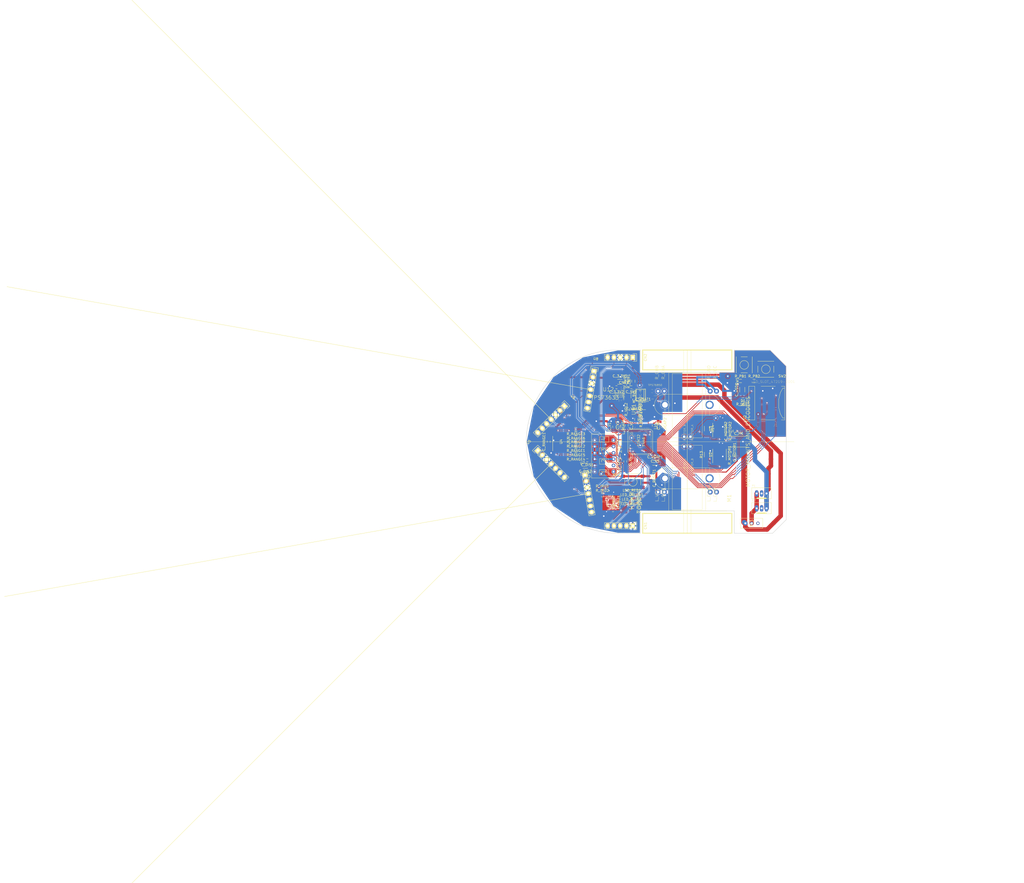
<source format=kicad_pcb>
(kicad_pcb (version 4) (host pcbnew 4.0.2-stable)
  (layers (0 F.Cu signal) (31 B.Cu signal) (34 B.Paste user) (35 F.Paste user) (36 B.SilkS user) (37 F.SilkS user) (38 B.Mask user) (39 F.Mask user) (44 Edge.Cuts user))
  (net 0 "")
  (net 1 GND)
  (net 2 "Net-(CN1-Pad2)")
  (net 3 "Net-(CN1-Pad3)")
  (net 4 USART_RX)
  (net 5 USART_TX)
  (net 6 +3V3)
  (net 7 SWCLK)
  (net 8 SWDIO)
  (net 9 RESET)
  (net 10 "Net-(CNR1-Pad1)")
  (net 11 +5V)
  (net 12 "Net-(C_IMU1-Pad1)")
  (net 13 +BATT)
  (net 14 +3.3VADC)
  (net 15 "Net-(C_VCAP1-Pad1)")
  (net 16 uSD_SCK)
  (net 17 "Net-(D1-Pad1)")
  (net 18 "Net-(D_PWR1-Pad2)")
  (net 19 "Net-(J1-Pad1)")
  (net 20 ~uSD_SS)
  (net 21 uSD_MOSI)
  (net 22 uSD_MISO)
  (net 23 "Net-(J1-Pad8)")
  (net 24 "Net-(LED_RED1-Pad2)")
  (net 25 ROT_L_CHB)
  (net 26 ROT_R_CHB)
  (net 27 "Net-(M3-PadPIN1)")
  (net 28 LED3)
  (net 29 LED4)
  (net 30 "Net-(R13-Pad1)")
  (net 31 "Net-(R14-Pad1)")
  (net 32 "Net-(R_BOOT1-Pad2)")
  (net 33 IMU_SCL)
  (net 34 IMU_SDA)
  (net 35 ~MOTOR_L_FAULT)
  (net 36 ~MOTOR_R_FAULT)
  (net 37 PB2)
  (net 38 PB1)
  (net 39 ~RANGE_RESET)
  (net 40 RANGE_SCL)
  (net 41 RANGE_SDA)
  (net 42 "Net-(R_RANGE4-Pad2)")
  (net 43 "Net-(R_RANGE5-Pad2)")
  (net 44 "Net-(R_RANGE6-Pad2)")
  (net 45 "Net-(R_RANGE7-Pad2)")
  (net 46 VOL_METER)
  (net 47 ROT_R_CHA)
  (net 48 "Net-(U1-PadPA6)")
  (net 49 MOTOR_L_PWM)
  (net 50 MOTOR_R_PWM)
  (net 51 MOTOR_L_DIR)
  (net 52 MOTOR_R_DIR)
  (net 53 ROT_L_CHA)
  (net 54 IMU_INT)
  (net 55 "Net-(U1-PadPB3)")
  (net 56 "Net-(U1-PadPB4)")
  (net 57 DIS_MOSI)
  (net 58 ~DIS_RESET)
  (net 59 DIS_SCK)
  (net 60 DIS_RS)
  (net 61 "Net-(U1-PadPC14)")
  (net 62 "Net-(U1-PadPC15)")
  (net 63 ~DIS_CE)
  (net 64 "Net-(U1-PadPH0)")
  (net 65 "Net-(U1-PadPH1)")
  (net 66 "Net-(U2-Pad9)")
  (net 67 "Net-(U3-Pad9)")
  (net 68 "Net-(U4-Pad5)")
  (net 69 "Net-(U4-Pad6)")
  (net 70 "Net-(U4-Pad8)")
  (net 71 "Net-(U4-Pad9)")
  (net 72 "Net-(U4-Pad12)")
  (net 73 "Net-(U4-Pad13)")
  (net 74 "Net-(U4-Pad15)")
  (net 75 "Net-(U4-Pad16)")
  (net 76 "Net-(U4-Pad17)")
  (net 77 "Net-(U5-Pad1)")
  (net 78 "Net-(U5-Pad6)")
  (net 79 "Net-(U5-Pad7)")
  (net 80 "Net-(U6-Pad1)")
  (net 81 "Net-(U6-Pad6)")
  (net 82 "Net-(U6-Pad7)")
  (net 83 "Net-(U7-Pad1)")
  (net 84 "Net-(U7-Pad6)")
  (net 85 "Net-(U7-Pad7)")
  (net 86 "Net-(U8-Pad1)")
  (net 87 "Net-(U8-Pad6)")
  (net 88 "Net-(U8-Pad7)")
  (net 89 "Net-(U9-PadOSC)")
  (net 90 "Net-(U10-Pad7)")
  (net 91 "Net-(U10-Pad21)")
  (net 92 "Net-(U11-Pad7)")
  (net 93 "Net-(U11-Pad8)")
  (net 94 "Net-(M1-PadL_MA)")
  (net 95 "Net-(M1-PadL_MB)")
  (net 96 "Net-(M1-PadR_MA)")
  (net 97 "Net-(M1-PadR_MB)")
  (net 98 "Net-(U9-PadD_O)")
  (net 99 "Net-(U1-PadPC1)")
  (net 100 "Net-(U1-PadPC2)")
  (net 101 "Net-(U1-PadPC3)")
  (net 102 "Net-(U1-PadPA0_)")
  (net 103 "Net-(U1-PadPA1)")
  (net 104 "Net-(U1-PadPC0)")
  (net 105 "Net-(U1-PadPD2)")
  (net 106 "Net-(LED_BLUE1-Pad2)")
  (net 107 "Net-(LED_GREEN1-Pad2)")
  (net 108 "Net-(LED_WHITE1-Pad2)")
  (net 109 LED1)
  (net 110 LED2)
  (net 111 "Net-(M3-PadPIN2)")
  (net 112 "Net-(P1-Pad2)")
  (net 113 "Net-(P2-Pad2)")
  (module footprints_micromouse:FUTURA-1.0-MOTOR-MOUNT-TEMPLATE (layer F.Cu) (at 235 90 90)
    (fp_text reference M1 (at -22.86 -19.05 90) (layer F.SilkS))
    (fp_text value MOTOR_MOUNTS_AND_ENCODERS (at 0 -11.43 90) (layer F.SilkS))
    (fp_circle (center -14.85 -45) (end -13.45 -45) (layer B.Cu) (width 0.6))
    (fp_circle (center -14.85 -27) (end -13.45 -27) (layer B.Cu) (width 0.6))
    (fp_circle (center 14.85 -27) (end 16.25 -27) (layer B.Cu) (width 0.6))
    (fp_circle (center 14.85 -45) (end 16.25 -45) (layer B.Cu) (width 0.6))
    (fp_text user L_VCC (at -21.59 -48.26 90) (layer F.SilkS) (effects (font (size 1.2065 1.2065) (thickness 0.1016))))
    (fp_text user L_GND (at -21.59 -45.72 90) (layer F.SilkS) (effects (font (size 1.2065 1.2065) (thickness 0.1016))))
    (fp_text user L_CHA (at -21.59 -27.305 90) (layer F.SilkS) (effects (font (size 1.2065 1.2065) (thickness 0.1016))))
    (fp_text user L_CHB (at -21.59 -24.765 90) (layer F.SilkS) (effects (font (size 1.2065 1.2065) (thickness 0.1016))))
    (fp_text user R_VCC (at 27.94 -24.765 90) (layer F.SilkS) (effects (font (size 1.2065 1.2065) (thickness 0.1016))))
    (fp_text user R_GND (at 27.94 -27.305 90) (layer F.SilkS) (effects (font (size 1.2065 1.2065) (thickness 0.1016))))
    (fp_text user R_CHA (at 27.94 -45.72 90) (layer F.SilkS) (effects (font (size 1.2065 1.2065) (thickness 0.1016))))
    (fp_text user R_CHB (at 27.94 -48.26 90) (layer F.SilkS) (effects (font (size 1.2065 1.2065) (thickness 0.1016))))
    (fp_text user L_MOTOR_A (at -10 -37 90) (layer F.SilkS) (effects (font (size 0.77216 0.77216) (thickness 0.065024))))
    (fp_text user L_MOTOR_B (at -10 -34 90) (layer F.SilkS) (effects (font (size 0.77216 0.77216) (thickness 0.065024))))
    (fp_text user R_MOTOR_B (at 3.635 -37 90) (layer F.SilkS) (effects (font (size 0.77216 0.77216) (thickness 0.065024))))
    (fp_text user R_MOTOR_A (at 3.635 -34 90) (layer F.SilkS) (effects (font (size 0.77216 0.77216) (thickness 0.065024))))
    (pad L_CA thru_hole circle (at -20.375 -26.73 90) (size 2 2) (drill 0.95) (layers *.Cu *.Mask) (net 53 ROT_L_CHA))
    (pad L_CB thru_hole circle (at -20.375 -24.19 90) (size 2 2) (drill 0.95) (layers *.Cu *.Mask) (net 25 ROT_L_CHB))
    (pad L_GN thru_hole circle (at -20.375 -45.27 90) (size 2 2) (drill 0.95) (layers *.Cu *.Mask) (net 1 GND))
    (pad L_MA thru_hole circle (at -2 -37.27 90) (size 2 2) (drill 0.95) (layers *.Cu *.Mask) (net 94 "Net-(M1-PadL_MA)"))
    (pad L_MB thru_hole circle (at -2 -34.73 90) (size 2 2) (drill 0.95) (layers *.Cu *.Mask) (net 95 "Net-(M1-PadL_MB)"))
    (pad L_VC thru_hole circle (at -20.375 -47.81 90) (size 2 2) (drill 0.95) (layers *.Cu *.Mask) (net 11 +5V))
    (pad R_CA thru_hole circle (at 20.375 -45.27 90) (size 2 2) (drill 0.95) (layers *.Cu *.Mask) (net 47 ROT_R_CHA))
    (pad R_CB thru_hole circle (at 20.375 -47.81 90) (size 2 2) (drill 0.95) (layers *.Cu *.Mask) (net 26 ROT_R_CHB))
    (pad R_GN thru_hole circle (at 20.375 -26.73 90) (size 2 2) (drill 0.95) (layers *.Cu *.Mask) (net 1 GND))
    (pad R_MB thru_hole circle (at 2 -34.73 90) (size 2 2) (drill 0.95) (layers *.Cu *.Mask) (net 97 "Net-(M1-PadR_MB)"))
    (pad R_MA thru_hole circle (at 2 -37.27 90) (size 2 2) (drill 0.95) (layers *.Cu *.Mask) (net 96 "Net-(M1-PadR_MA)"))
    (pad R_VC thru_hole circle (at 20.375 -24.19 90) (size 2 2) (drill 0.95) (layers *.Cu *.Mask) (net 11 +5V))
    (pad "" np_thru_hole circle (at 14.85 -45 90) (size 2.286 2.286) (drill 2.286) (layers *.Cu))
    (pad "" np_thru_hole circle (at 14.85 -27 90) (size 2.286 2.286) (drill 2.286) (layers *.Cu))
    (pad "" np_thru_hole circle (at -14.85 -27 90) (size 2.286 2.286) (drill 2.286) (layers *.Cu))
    (pad "" np_thru_hole circle (at -14.85 -45 90) (size 2.286 2.286) (drill 2.286) (layers *.Cu))
  )
  (module footprints_micromouse:VL6180X_POLOLU_Pin_Header_Straight_1x07 (layer F.Cu) (at 160 69 350)
    (fp_text reference U8 (at -0.14 -12.63 350) (layer F.SilkS))
    (fp_text value VL6180X_POLOLU)
    (pad 1 thru_hole rect (at 0 -7.62 350) (size 2.032 1.7272) (drill 1.016) (layers *.Cu *.Mask F.SilkS) (net 86 "Net-(U8-Pad1)"))
    (pad 2 thru_hole oval (at 0 -5.08 350) (size 2.032 1.7272) (drill 1.016) (layers *.Cu *.Mask F.SilkS) (net 6 +3V3))
    (pad 3 thru_hole oval (at 0 -2.54 350) (size 2.032 1.7272) (drill 1.016) (layers *.Cu *.Mask F.SilkS) (net 1 GND))
    (pad 4 thru_hole oval (at 0 0 350) (size 2.032 1.7272) (drill 1.016) (layers *.Cu *.Mask F.SilkS) (net 72 "Net-(U4-Pad12)"))
    (pad 5 thru_hole oval (at 0 2.54 350) (size 2.032 1.7272) (drill 1.016) (layers *.Cu *.Mask F.SilkS) (net 73 "Net-(U4-Pad13)"))
    (pad 6 thru_hole oval (at 0 5.08 350) (size 2.032 1.7272) (drill 1.016) (layers *.Cu *.Mask F.SilkS) (net 87 "Net-(U8-Pad6)"))
    (pad 7 thru_hole oval (at 0 7.62 350) (size 2.032 1.7272) (drill 1.016) (layers *.Cu *.Mask F.SilkS) (net 88 "Net-(U8-Pad7)"))
  )
  (module footprints_micromouse:VL6180X_POLOLU_Pin_Header_Straight_1x07 (layer F.Cu) (at 144 99 45)
    (fp_text reference U5 (at -0.14 -12.63 45) (layer F.SilkS))
    (fp_text value VL6180X_POLOLU)
    (pad 1 thru_hole rect (at 0 -7.62 45) (size 2.032 1.7272) (drill 1.016) (layers *.Cu *.Mask F.SilkS) (net 77 "Net-(U5-Pad1)"))
    (pad 2 thru_hole oval (at 0 -5.08 45) (size 2.032 1.7272) (drill 1.016) (layers *.Cu *.Mask F.SilkS) (net 6 +3V3))
    (pad 3 thru_hole oval (at 0 -2.54 45) (size 2.032 1.7272) (drill 1.016) (layers *.Cu *.Mask F.SilkS) (net 1 GND))
    (pad 4 thru_hole oval (at 0 0 45) (size 2.032 1.7272) (drill 1.016) (layers *.Cu *.Mask F.SilkS) (net 68 "Net-(U4-Pad5)"))
    (pad 5 thru_hole oval (at 0 2.54 45) (size 2.032 1.7272) (drill 1.016) (layers *.Cu *.Mask F.SilkS) (net 69 "Net-(U4-Pad6)"))
    (pad 6 thru_hole oval (at 0 5.08 45) (size 2.032 1.7272) (drill 1.016) (layers *.Cu *.Mask F.SilkS) (net 78 "Net-(U5-Pad6)"))
    (pad 7 thru_hole oval (at 0 7.62 45) (size 2.032 1.7272) (drill 1.016) (layers *.Cu *.Mask F.SilkS) (net 79 "Net-(U5-Pad7)"))
  )
  (module footprints_micromouse:VL6180X_POLOLU_Pin_Header_Straight_1x07 (layer F.Cu) (at 144 81 315)
    (fp_text reference U6 (at -0.14 -12.63 315) (layer F.SilkS))
    (fp_text value VL6180X_POLOLU)
    (pad 1 thru_hole rect (at 0 -7.62 315) (size 2.032 1.7272) (drill 1.016) (layers *.Cu *.Mask F.SilkS) (net 80 "Net-(U6-Pad1)"))
    (pad 2 thru_hole oval (at 0 -5.08 315) (size 2.032 1.7272) (drill 1.016) (layers *.Cu *.Mask F.SilkS) (net 6 +3V3))
    (pad 3 thru_hole oval (at 0 -2.54 315) (size 2.032 1.7272) (drill 1.016) (layers *.Cu *.Mask F.SilkS) (net 1 GND))
    (pad 4 thru_hole oval (at 0 0 315) (size 2.032 1.7272) (drill 1.016) (layers *.Cu *.Mask F.SilkS) (net 74 "Net-(U4-Pad15)"))
    (pad 5 thru_hole oval (at 0 2.54 315) (size 2.032 1.7272) (drill 1.016) (layers *.Cu *.Mask F.SilkS) (net 75 "Net-(U4-Pad16)"))
    (pad 6 thru_hole oval (at 0 5.08 315) (size 2.032 1.7272) (drill 1.016) (layers *.Cu *.Mask F.SilkS) (net 81 "Net-(U6-Pad6)"))
    (pad 7 thru_hole oval (at 0 7.62 315) (size 2.032 1.7272) (drill 1.016) (layers *.Cu *.Mask F.SilkS) (net 82 "Net-(U6-Pad7)"))
  )
  (module footprints_micromouse:VL6180X_POLOLU_Pin_Header_Straight_1x07 (layer F.Cu) (at 159 111 10)
    (fp_text reference U7 (at -0.14 -12.63 10) (layer F.SilkS))
    (fp_text value VL6180X_POLOLU)
    (pad 1 thru_hole rect (at 0 -7.62 10) (size 2.032 1.7272) (drill 1.016) (layers *.Cu *.Mask F.SilkS) (net 83 "Net-(U7-Pad1)"))
    (pad 2 thru_hole oval (at 0 -5.08 10) (size 2.032 1.7272) (drill 1.016) (layers *.Cu *.Mask F.SilkS) (net 6 +3V3))
    (pad 3 thru_hole oval (at 0 -2.54 10) (size 2.032 1.7272) (drill 1.016) (layers *.Cu *.Mask F.SilkS) (net 1 GND))
    (pad 4 thru_hole oval (at 0 0 10) (size 2.032 1.7272) (drill 1.016) (layers *.Cu *.Mask F.SilkS) (net 70 "Net-(U4-Pad8)"))
    (pad 5 thru_hole oval (at 0 2.54 10) (size 2.032 1.7272) (drill 1.016) (layers *.Cu *.Mask F.SilkS) (net 71 "Net-(U4-Pad9)"))
    (pad 6 thru_hole oval (at 0 5.08 10) (size 2.032 1.7272) (drill 1.016) (layers *.Cu *.Mask F.SilkS) (net 84 "Net-(U7-Pad6)"))
    (pad 7 thru_hole oval (at 0 7.62 10) (size 2.032 1.7272) (drill 1.016) (layers *.Cu *.Mask F.SilkS) (net 85 "Net-(U7-Pad7)"))
  )
  (module footprints_micromouse:TPS73633_SOT-23 (layer F.Cu) (at 171.4 71.2)
    (fp_text reference U12 (at -4.3 -2.3) (layer F.SilkS))
    (fp_text value TPS73633 (at -5.7 1) (layer F.SilkS))
    (fp_text user TPS73633 (at 2.3876 2.1336 90) (layer F.SilkS) (effects (font (size 0.57912 0.57912) (thickness 0.073152)) (justify left bottom)))
    (fp_text user SOT23 (at 1.4732 -0.3048) (layer F.SilkS) (effects (font (size 0.57912 0.57912) (thickness 0.073152)) (justify right top)))
    (fp_text user 1 (at -1.8034 1.7526) (layer F.SilkS) (effects (font (size 0.57912 0.57912) (thickness 0.073152)) (justify left bottom)))
    (fp_text user IN (at -0.7874 2.3114 90) (layer F.SilkS) (effects (font (size 0.28956 0.28956) (thickness 0.024384)) (justify left bottom)))
    (fp_text user GND (at 0.1524 2.6924 90) (layer F.SilkS) (effects (font (size 0.28956 0.28956) (thickness 0.024384)) (justify left bottom)))
    (fp_text user EN (at 1.1176 2.413 90) (layer F.SilkS) (effects (font (size 0.28956 0.28956) (thickness 0.024384)) (justify left bottom)))
    (fp_text user NR/FB (at 1.1176 -1.9304 90) (layer F.SilkS) (effects (font (size 0.28956 0.28956) (thickness 0.024384)) (justify left bottom)))
    (fp_text user OUT (at -0.7874 -1.9304 90) (layer F.SilkS) (effects (font (size 0.28956 0.28956) (thickness 0.024384)) (justify left bottom)))
    (pad 3 smd rect (at 0.949938 1.350063 90) (size 1 0.55) (layers F.Cu F.Paste F.Mask) (net 11 +5V))
    (pad 2 smd rect (at -0.000063 1.350063 90) (size 1 0.55) (layers F.Cu F.Paste F.Mask) (net 1 GND))
    (pad 1 smd rect (at -0.950063 1.350063 90) (size 1 0.55) (layers F.Cu F.Paste F.Mask) (net 11 +5V))
    (pad 4 smd rect (at 0.949938 -1.349938 90) (size 1 0.55) (layers F.Cu F.Paste F.Mask) (net 10 "Net-(CNR1-Pad1)"))
    (pad 5 smd rect (at -0.950063 -1.349938 90) (size 1 0.55) (layers F.Cu F.Paste F.Mask) (net 6 +3V3))
  )
  (module footprints_micromouse:TPS76850_SOIC-8 (layer F.Cu) (at 180.2 71.2 90)
    (fp_text reference U11 (at -5.8 -2.8 90) (layer F.SilkS))
    (fp_text value TPS76850 (at -6.3 -0.1 90) (layer F.SilkS))
    (fp_text user 1 (at -2.9972 3.0988 90) (layer F.SilkS) (effects (font (size 0.77216 0.77216) (thickness 0.097536)) (justify left bottom)))
    (fp_text user TPS76850 (at 3.5814 2.8702 180) (layer F.SilkS) (effects (font (size 0.77216 0.77216) (thickness 0.065024)) (justify left bottom)))
    (fp_text user SOIC-8 (at 2.2 -0.6 90) (layer F.SilkS) (effects (font (size 0.77216 0.77216) (thickness 0.065024)) (justify right top)))
    (fp_text user 8 (at -3.1242 -2.2606 90) (layer F.SilkS) (effects (font (size 0.77216 0.77216) (thickness 0.097536)) (justify left bottom)))
    (fp_text user GND (at -1.7526 4.2926 180) (layer F.SilkS) (effects (font (size 0.28956 0.28956) (thickness 0.024384)) (justify left bottom)))
    (fp_text user "EN(BAR)" (at -0.4572 5.2324 180) (layer F.SilkS) (effects (font (size 0.28956 0.28956) (thickness 0.024384)) (justify left bottom)))
    (fp_text user FB/NC (at -0.4826 -3.5306 180) (layer F.SilkS) (effects (font (size 0.28956 0.28956) (thickness 0.024384)) (justify left bottom)))
    (fp_text user PG (at -1.7526 -3.5306 180) (layer F.SilkS) (effects (font (size 0.28956 0.28956) (thickness 0.024384)) (justify left bottom)))
    (fp_text user OUT2 (at 2.0828 -3.5306 180) (layer F.SilkS) (effects (font (size 0.28956 0.28956) (thickness 0.024384)) (justify left bottom)))
    (fp_text user OUT1 (at 0.8128 -3.5306 180) (layer F.SilkS) (effects (font (size 0.28956 0.28956) (thickness 0.024384)) (justify left bottom)))
    (fp_text user IN1 (at 0.7874 4.2164 180) (layer F.SilkS) (effects (font (size 0.28956 0.28956) (thickness 0.024384)) (justify left bottom)))
    (fp_text user IN2 (at 2.0574 4.2164 180) (layer F.SilkS) (effects (font (size 0.28956 0.28956) (thickness 0.024384)) (justify left bottom)))
    (pad 2 smd rect (at -0.635063 2.700063 180) (size 1.5 0.55) (layers F.Cu F.Paste F.Mask) (net 1 GND))
    (pad 7 smd rect (at -0.635063 -2.699938 180) (size 1.5 0.55) (layers F.Cu F.Paste F.Mask) (net 92 "Net-(U11-Pad7)"))
    (pad 1 smd rect (at -1.905063 2.700063 180) (size 1.5 0.55) (layers F.Cu F.Paste F.Mask) (net 1 GND))
    (pad 3 smd rect (at 0.634938 2.700063 180) (size 1.5 0.55) (layers F.Cu F.Paste F.Mask) (net 13 +BATT))
    (pad 4 smd rect (at 1.904938 2.700063 180) (size 1.5 0.55) (layers F.Cu F.Paste F.Mask) (net 13 +BATT))
    (pad 6 smd rect (at 0.634938 -2.699938 180) (size 1.5 0.55) (layers F.Cu F.Paste F.Mask) (net 11 +5V))
    (pad 5 smd rect (at 1.904938 -2.699938 180) (size 1.5 0.55) (layers F.Cu F.Paste F.Mask) (net 11 +5V))
    (pad 8 smd rect (at -1.905063 -2.699938 180) (size 1.5 0.55) (layers F.Cu F.Paste F.Mask) (net 93 "Net-(U11-Pad8)"))
  )
  (module MPU-9250:QFN-24%2f3MM (layer F.Cu) (at 168.13 114.32)
    (fp_text reference U10 (at 0 -2.408) (layer F.SilkS) (effects (font (size 0.8 0.8) (thickness 0.05))))
    (fp_text value MPU-9250 (at 0 0) (layer F.SilkS) (effects (font (size 1 0.9) (thickness 0.05))))
    (pad 1 smd rect (at -1.5 -1) (size 0.6 0.23) (layers F.Cu F.Paste F.Mask) (net 6 +3V3))
    (pad 2 smd rect (at -1.5 -0.6) (size 0.6 0.23) (layers F.Cu F.Paste F.Mask))
    (pad 3 smd rect (at -1.5 -0.2) (size 0.6 0.23) (layers F.Cu F.Paste F.Mask))
    (pad 4 smd rect (at -1.5 0.2) (size 0.6 0.23) (layers F.Cu F.Paste F.Mask))
    (pad 5 smd rect (at -1.5 0.6) (size 0.6 0.23) (layers F.Cu F.Paste F.Mask))
    (pad 6 smd rect (at -1.5 1) (size 0.6 0.23) (layers F.Cu F.Paste F.Mask))
    (pad 7 smd rect (at -1 1.5 90) (size 0.6 0.23) (layers F.Cu F.Paste F.Mask) (net 90 "Net-(U10-Pad7)"))
    (pad 8 smd rect (at -0.6 1.5 90) (size 0.6 0.23) (layers F.Cu F.Paste F.Mask) (net 6 +3V3))
    (pad 9 smd rect (at -0.2 1.5 90) (size 0.6 0.23) (layers F.Cu F.Paste F.Mask) (net 1 GND))
    (pad 10 smd rect (at 0.2 1.5 90) (size 0.6 0.23) (layers F.Cu F.Paste F.Mask) (net 12 "Net-(C_IMU1-Pad1)"))
    (pad 11 smd rect (at 0.6 1.5 90) (size 0.6 0.23) (layers F.Cu F.Paste F.Mask) (net 1 GND))
    (pad 12 smd rect (at 1 1.5 90) (size 0.6 0.23) (layers F.Cu F.Paste F.Mask) (net 54 IMU_INT))
    (pad 13 smd rect (at 1.5 1 180) (size 0.6 0.23) (layers F.Cu F.Paste F.Mask) (net 6 +3V3))
    (pad 14 smd rect (at 1.5 0.6 180) (size 0.6 0.23) (layers F.Cu F.Paste F.Mask))
    (pad 15 smd rect (at 1.5 0.2 180) (size 0.6 0.23) (layers F.Cu F.Paste F.Mask))
    (pad 16 smd rect (at 1.5 -0.2 180) (size 0.6 0.23) (layers F.Cu F.Paste F.Mask))
    (pad 17 smd rect (at 1.5 -0.6 180) (size 0.6 0.23) (layers F.Cu F.Paste F.Mask))
    (pad 18 smd rect (at 1.5 -1 180) (size 0.6 0.23) (layers F.Cu F.Paste F.Mask) (net 1 GND))
    (pad 19 smd rect (at 1 -1.5 270) (size 0.6 0.23) (layers F.Cu F.Paste F.Mask))
    (pad 20 smd rect (at 0.6 -1.5 270) (size 0.6 0.23) (layers F.Cu F.Paste F.Mask) (net 1 GND))
    (pad 21 smd rect (at 0.2 -1.5 270) (size 0.6 0.23) (layers F.Cu F.Paste F.Mask) (net 91 "Net-(U10-Pad21)"))
    (pad 22 smd rect (at -0.2 -1.5 270) (size 0.6 0.23) (layers F.Cu F.Paste F.Mask) (net 1 GND))
    (pad 23 smd rect (at -0.6 -1.5 270) (size 0.6 0.23) (layers F.Cu F.Paste F.Mask) (net 33 IMU_SCL))
    (pad 24 smd rect (at -1 -1.5 270) (size 0.6 0.23) (layers F.Cu F.Paste F.Mask) (net 34 IMU_SDA))
  )
  (module footprints_micromouse:HCMS-2903 (layer F.Cu) (at 165.4 95.8 90)
    (fp_text reference U9 (at -7.62 -6.35 90) (layer F.SilkS))
    (fp_text value HCMS-2901 (at 0 6.35 90) (layer F.SilkS))
    (fp_text user 1 (at -7.3152 0.8636 90) (layer F.SilkS) (effects (font (size 1.6891 1.6891) (thickness 0.14224)) (justify left bottom)))
    (fp_text user 2 (at -2.8702 0.8636 90) (layer F.SilkS) (effects (font (size 1.6891 1.6891) (thickness 0.14224)) (justify left bottom)))
    (fp_text user 3 (at 1.5748 0.8636 90) (layer F.SilkS) (effects (font (size 1.6891 1.6891) (thickness 0.14224)) (justify left bottom)))
    (fp_text user 4 (at 6.0198 0.8636 90) (layer F.SilkS) (effects (font (size 1.6891 1.6891) (thickness 0.14224)) (justify left bottom)))
    (pad BLAN thru_hole circle (at 3.81 -3.81 90) (size 1.4224 1.4224) (drill 0.762) (layers *.Cu *.Mask) (net 1 GND))
    (pad CE thru_hole circle (at 6.35 -3.81 90) (size 1.4224 1.4224) (drill 0.762) (layers *.Cu *.Mask) (net 63 ~DIS_CE))
    (pad CLK thru_hole circle (at 6.35 3.81 90) (size 1.4224 1.4224) (drill 0.762) (layers *.Cu *.Mask) (net 59 DIS_SCK))
    (pad D_IN thru_hole circle (at 1.27 3.81 90) (size 1.4224 1.4224) (drill 0.762) (layers *.Cu *.Mask) (net 57 DIS_MOSI))
    (pad D_O thru_hole circle (at -6.35 3.81 90) (size 1.4224 1.4224) (drill 0.762) (layers *.Cu *.Mask) (net 98 "Net-(U9-PadD_O)"))
    (pad GND thru_hole circle (at 1.27 -3.81 90) (size 1.4224 1.4224) (drill 0.762) (layers *.Cu *.Mask) (net 1 GND))
    (pad OSC thru_hole circle (at -3.81 3.81 180) (size 1.4224 1.4224) (drill 0.762) (layers *.Cu *.Mask) (net 89 "Net-(U9-PadOSC)"))
    (pad RESE thru_hole circle (at -6.35 -3.81 90) (size 1.4224 1.4224) (drill 0.762) (layers *.Cu *.Mask) (net 58 ~DIS_RESET))
    (pad RS thru_hole circle (at 3.81 3.81 90) (size 1.4224 1.4224) (drill 0.762) (layers *.Cu *.Mask) (net 60 DIS_RS))
    (pad SEL thru_hole circle (at -1.27 -3.81 90) (size 1.4224 1.4224) (drill 0.762) (layers *.Cu *.Mask) (net 11 +5V))
    (pad V_LE thru_hole circle (at -1.27 3.81 90) (size 1.4224 1.4224) (drill 0.762) (layers *.Cu *.Mask) (net 11 +5V))
    (pad V_LO thru_hole circle (at -3.81 -3.81 90) (size 1.4224 1.4224) (drill 0.762) (layers *.Cu *.Mask) (net 11 +5V))
  )
  (module Housings_SSOP:TSSOP-16-1EP_4.4x5mm_Pitch0.65mm (layer F.Cu) (at 212 84.75 90)
    (fp_text reference U3 (at 0 -3.55 90) (layer F.SilkS))
    (fp_text value MAX14871)
    (pad 1 smd rect (at -2.775 -2.275 90) (size 1.05 0.45) (layers F.Cu F.Paste F.Mask) (net 31 "Net-(R14-Pad1)"))
    (pad 2 smd rect (at -2.775 -1.625 90) (size 1.05 0.45) (layers F.Cu F.Paste F.Mask) (net 96 "Net-(M1-PadR_MA)"))
    (pad 3 smd rect (at -2.775 -0.975 90) (size 1.05 0.45) (layers F.Cu F.Paste F.Mask) (net 96 "Net-(M1-PadR_MA)"))
    (pad 4 smd rect (at -2.775 -0.325 90) (size 1.05 0.45) (layers F.Cu F.Paste F.Mask) (net 13 +BATT))
    (pad 5 smd rect (at -2.775 0.325 90) (size 1.05 0.45) (layers F.Cu F.Paste F.Mask) (net 31 "Net-(R14-Pad1)"))
    (pad 6 smd rect (at -2.775 0.975 90) (size 1.05 0.45) (layers F.Cu F.Paste F.Mask) (net 50 MOTOR_R_PWM))
    (pad 7 smd rect (at -2.775 1.625 90) (size 1.05 0.45) (layers F.Cu F.Paste F.Mask) (net 52 MOTOR_R_DIR))
    (pad 8 smd rect (at -2.775 2.275 90) (size 1.05 0.45) (layers F.Cu F.Paste F.Mask) (net 6 +3V3))
    (pad 9 smd rect (at 2.775 2.275 90) (size 1.05 0.45) (layers F.Cu F.Paste F.Mask) (net 67 "Net-(U3-Pad9)"))
    (pad 10 smd rect (at 2.775 1.625 90) (size 1.05 0.45) (layers F.Cu F.Paste F.Mask) (net 36 ~MOTOR_R_FAULT))
    (pad 11 smd rect (at 2.775 0.975 90) (size 1.05 0.45) (layers F.Cu F.Paste F.Mask) (net 1 GND))
    (pad 12 smd rect (at 2.775 0.325 90) (size 1.05 0.45) (layers F.Cu F.Paste F.Mask) (net 1 GND))
    (pad 13 smd rect (at 2.775 -0.325 90) (size 1.05 0.45) (layers F.Cu F.Paste F.Mask) (net 13 +BATT))
    (pad 14 smd rect (at 2.775 -0.975 90) (size 1.05 0.45) (layers F.Cu F.Paste F.Mask) (net 97 "Net-(M1-PadR_MB)"))
    (pad 15 smd rect (at 2.775 -1.625 90) (size 1.05 0.45) (layers F.Cu F.Paste F.Mask) (net 97 "Net-(M1-PadR_MB)"))
    (pad 16 smd rect (at 2.775 -2.275 90) (size 1.05 0.45) (layers F.Cu F.Paste F.Mask) (net 31 "Net-(R14-Pad1)"))
    (pad 17 smd rect (at 0.735 1.3425 90) (size 1.47 0.895) (layers F.Cu F.Paste F.Mask) (net 1 GND))
    (pad 17 smd rect (at 0.735 0.4475 90) (size 1.47 0.895) (layers F.Cu F.Paste F.Mask) (net 1 GND))
    (pad 17 smd rect (at 0.735 -0.4475 90) (size 1.47 0.895) (layers F.Cu F.Paste F.Mask) (net 1 GND))
    (pad 17 smd rect (at 0.735 -1.3425 90) (size 1.47 0.895) (layers F.Cu F.Paste F.Mask) (net 1 GND))
    (pad 17 smd rect (at -0.735 1.3425 90) (size 1.47 0.895) (layers F.Cu F.Paste F.Mask) (net 1 GND))
    (pad 17 smd rect (at -0.735 0.4475 90) (size 1.47 0.895) (layers F.Cu F.Paste F.Mask) (net 1 GND))
    (pad 17 smd rect (at -0.735 -0.4475 90) (size 1.47 0.895) (layers F.Cu F.Paste F.Mask) (net 1 GND))
    (pad 17 smd rect (at -0.735 -1.3425 90) (size 1.47 0.895) (layers F.Cu F.Paste F.Mask) (net 1 GND))
  )
  (module Housings_SSOP:TSSOP-16-1EP_4.4x5mm_Pitch0.65mm (layer F.Cu) (at 212 95.25 90)
    (fp_text reference U2 (at 0 -3.55 90) (layer F.SilkS))
    (fp_text value MAX14871)
    (pad 1 smd rect (at -2.775 -2.275 90) (size 1.05 0.45) (layers F.Cu F.Paste F.Mask) (net 30 "Net-(R13-Pad1)"))
    (pad 2 smd rect (at -2.775 -1.625 90) (size 1.05 0.45) (layers F.Cu F.Paste F.Mask) (net 94 "Net-(M1-PadL_MA)"))
    (pad 3 smd rect (at -2.775 -0.975 90) (size 1.05 0.45) (layers F.Cu F.Paste F.Mask) (net 94 "Net-(M1-PadL_MA)"))
    (pad 4 smd rect (at -2.775 -0.325 90) (size 1.05 0.45) (layers F.Cu F.Paste F.Mask) (net 13 +BATT))
    (pad 5 smd rect (at -2.775 0.325 90) (size 1.05 0.45) (layers F.Cu F.Paste F.Mask) (net 30 "Net-(R13-Pad1)"))
    (pad 6 smd rect (at -2.775 0.975 90) (size 1.05 0.45) (layers F.Cu F.Paste F.Mask) (net 49 MOTOR_L_PWM))
    (pad 7 smd rect (at -2.775 1.625 90) (size 1.05 0.45) (layers F.Cu F.Paste F.Mask) (net 51 MOTOR_L_DIR))
    (pad 8 smd rect (at -2.775 2.275 90) (size 1.05 0.45) (layers F.Cu F.Paste F.Mask) (net 6 +3V3))
    (pad 9 smd rect (at 2.775 2.275 90) (size 1.05 0.45) (layers F.Cu F.Paste F.Mask) (net 66 "Net-(U2-Pad9)"))
    (pad 10 smd rect (at 2.775 1.625 90) (size 1.05 0.45) (layers F.Cu F.Paste F.Mask) (net 35 ~MOTOR_L_FAULT))
    (pad 11 smd rect (at 2.775 0.975 90) (size 1.05 0.45) (layers F.Cu F.Paste F.Mask) (net 1 GND))
    (pad 12 smd rect (at 2.775 0.325 90) (size 1.05 0.45) (layers F.Cu F.Paste F.Mask) (net 1 GND))
    (pad 13 smd rect (at 2.775 -0.325 90) (size 1.05 0.45) (layers F.Cu F.Paste F.Mask) (net 13 +BATT))
    (pad 14 smd rect (at 2.775 -0.975 90) (size 1.05 0.45) (layers F.Cu F.Paste F.Mask) (net 95 "Net-(M1-PadL_MB)"))
    (pad 15 smd rect (at 2.775 -1.625 90) (size 1.05 0.45) (layers F.Cu F.Paste F.Mask) (net 95 "Net-(M1-PadL_MB)"))
    (pad 16 smd rect (at 2.775 -2.275 90) (size 1.05 0.45) (layers F.Cu F.Paste F.Mask) (net 30 "Net-(R13-Pad1)"))
    (pad 17 smd rect (at 0.735 1.3425 90) (size 1.47 0.895) (layers F.Cu F.Paste F.Mask) (net 1 GND))
    (pad 17 smd rect (at 0.735 0.4475 90) (size 1.47 0.895) (layers F.Cu F.Paste F.Mask) (net 1 GND))
    (pad 17 smd rect (at 0.735 -0.4475 90) (size 1.47 0.895) (layers F.Cu F.Paste F.Mask) (net 1 GND))
    (pad 17 smd rect (at 0.735 -1.3425 90) (size 1.47 0.895) (layers F.Cu F.Paste F.Mask) (net 1 GND))
    (pad 17 smd rect (at -0.735 1.3425 90) (size 1.47 0.895) (layers F.Cu F.Paste F.Mask) (net 1 GND))
    (pad 17 smd rect (at -0.735 0.4475 90) (size 1.47 0.895) (layers F.Cu F.Paste F.Mask) (net 1 GND))
    (pad 17 smd rect (at -0.735 -0.4475 90) (size 1.47 0.895) (layers F.Cu F.Paste F.Mask) (net 1 GND))
    (pad 17 smd rect (at -0.735 -1.3425 90) (size 1.47 0.895) (layers F.Cu F.Paste F.Mask) (net 1 GND))
  )
  (module footprints_micromouse:STM32F446_LQFP64 (layer F.Cu) (at 180 90 270)
    (fp_text reference U1 (at -6.35 -6.35 270) (layer F.SilkS))
    (fp_text value STM32F446RE_LQFP64 hide)
    (fp_text user STM32 (at 2 0 270) (layer F.SilkS) (effects (font (size 1.01346 1.01346) (thickness 0.128016)) (justify left bottom)))
    (fp_text user F446 (at 2 -2 270) (layer F.SilkS) (effects (font (size 1.01346 1.01346) (thickness 0.128016)) (justify left bottom)))
    (fp_text user VBAT (at -3.6 4.8 360) (layer F.SilkS) (effects (font (size 0.2413 0.2413) (thickness 0.02032)) (justify left bottom)))
    (fp_text user PC13 (at -3.1 4.8 360) (layer F.SilkS) (effects (font (size 0.2413 0.2413) (thickness 0.02032)) (justify left bottom)))
    (fp_text user PC14-OSC32_IN (at -2.6 4.8 360) (layer F.SilkS) (effects (font (size 0.2413 0.2413) (thickness 0.02032)) (justify left bottom)))
    (fp_text user PC15-OSC32_OUT (at -2.1 4.8 360) (layer F.SilkS) (effects (font (size 0.2413 0.2413) (thickness 0.02032)) (justify left bottom)))
    (fp_text user PH0-OSC_IN (at -1.6 4.8 360) (layer F.SilkS) (effects (font (size 0.2413 0.2413) (thickness 0.02032)) (justify left bottom)))
    (fp_text user PH1-OSC_OUT (at -1.1 4.8 360) (layer F.SilkS) (effects (font (size 0.2413 0.2413) (thickness 0.02032)) (justify left bottom)))
    (fp_text user NRST (at -0.6 4.8 360) (layer F.SilkS) (effects (font (size 0.2413 0.2413) (thickness 0.02032)) (justify left bottom)))
    (fp_text user PC0 (at -0.1 4.8 360) (layer F.SilkS) (effects (font (size 0.2413 0.2413) (thickness 0.02032)) (justify left bottom)))
    (fp_text user PC1 (at 0.4 4.8 360) (layer F.SilkS) (effects (font (size 0.2413 0.2413) (thickness 0.02032)) (justify left bottom)))
    (fp_text user PC2 (at 0.9 4.8 360) (layer F.SilkS) (effects (font (size 0.2413 0.2413) (thickness 0.02032)) (justify left bottom)))
    (fp_text user PC3 (at 1.4 4.8 360) (layer F.SilkS) (effects (font (size 0.2413 0.2413) (thickness 0.02032)) (justify left bottom)))
    (fp_text user VSSA (at 1.9 4.8 360) (layer F.SilkS) (effects (font (size 0.2413 0.2413) (thickness 0.02032)) (justify left bottom)))
    (fp_text user VDDA (at 2.4 4.8 360) (layer F.SilkS) (effects (font (size 0.2413 0.2413) (thickness 0.02032)) (justify left bottom)))
    (fp_text user PA0_WKUP (at 2.9 4.8 360) (layer F.SilkS) (effects (font (size 0.2413 0.2413) (thickness 0.02032)) (justify left bottom)))
    (fp_text user PA1 (at 3.4 4.8 360) (layer F.SilkS) (effects (font (size 0.2413 0.2413) (thickness 0.02032)) (justify left bottom)))
    (fp_text user PA2 (at 3.9 4.8 360) (layer F.SilkS) (effects (font (size 0.2413 0.2413) (thickness 0.02032)) (justify left bottom)))
    (fp_text user PA3 (at 4.8 3.6 270) (layer F.SilkS) (effects (font (size 0.2413 0.2413) (thickness 0.02032)) (justify right top)))
    (fp_text user VSS (at 4.8 3.1 270) (layer F.SilkS) (effects (font (size 0.2413 0.2413) (thickness 0.02032)) (justify right top)))
    (fp_text user VDD (at 4.8 2.6 270) (layer F.SilkS) (effects (font (size 0.2413 0.2413) (thickness 0.02032)) (justify right top)))
    (fp_text user PA4 (at 4.8 2.1 270) (layer F.SilkS) (effects (font (size 0.2413 0.2413) (thickness 0.02032)) (justify right top)))
    (fp_text user PA5 (at 4.8 1.6 270) (layer F.SilkS) (effects (font (size 0.2413 0.2413) (thickness 0.02032)) (justify right top)))
    (fp_text user PA6 (at 4.8 1.1 270) (layer F.SilkS) (effects (font (size 0.2413 0.2413) (thickness 0.02032)) (justify right top)))
    (fp_text user PA7 (at 4.8 0.6 270) (layer F.SilkS) (effects (font (size 0.2413 0.2413) (thickness 0.02032)) (justify right top)))
    (fp_text user PC4 (at 4.8 0.1 270) (layer F.SilkS) (effects (font (size 0.2413 0.2413) (thickness 0.02032)) (justify right top)))
    (fp_text user PC5 (at 4.8 -0.4 270) (layer F.SilkS) (effects (font (size 0.2413 0.2413) (thickness 0.02032)) (justify right top)))
    (fp_text user PB0 (at 4.8 -0.9 270) (layer F.SilkS) (effects (font (size 0.2413 0.2413) (thickness 0.02032)) (justify right top)))
    (fp_text user PB1 (at 4.8 -1.4 270) (layer F.SilkS) (effects (font (size 0.2413 0.2413) (thickness 0.02032)) (justify right top)))
    (fp_text user PB2 (at 4.8 -1.9 270) (layer F.SilkS) (effects (font (size 0.2413 0.2413) (thickness 0.02032)) (justify right top)))
    (fp_text user PB10 (at 4.8 -2.4 270) (layer F.SilkS) (effects (font (size 0.2413 0.2413) (thickness 0.02032)) (justify right top)))
    (fp_text user PB11 (at 4.8 -2.9 270) (layer F.SilkS) (effects (font (size 0.2413 0.2413) (thickness 0.02032)) (justify right top)))
    (fp_text user VCAP_1 (at 4.8 -3.4 270) (layer F.SilkS) (effects (font (size 0.2413 0.2413) (thickness 0.02032)) (justify right top)))
    (fp_text user VDD (at 4.8 -3.9 270) (layer F.SilkS) (effects (font (size 0.2413 0.2413) (thickness 0.02032)) (justify right top)))
    (fp_text user PB12 (at 3.6 -4.8 360) (layer F.SilkS) (effects (font (size 0.2413 0.2413) (thickness 0.02032)) (justify right top)))
    (fp_text user PB13 (at 3.1 -4.8 360) (layer F.SilkS) (effects (font (size 0.2413 0.2413) (thickness 0.02032)) (justify right top)))
    (fp_text user PB14 (at 2.6 -4.8 360) (layer F.SilkS) (effects (font (size 0.2413 0.2413) (thickness 0.02032)) (justify right top)))
    (fp_text user PB15 (at 2.1 -4.8 360) (layer F.SilkS) (effects (font (size 0.2413 0.2413) (thickness 0.02032)) (justify right top)))
    (fp_text user PC6 (at 1.6 -4.8 360) (layer F.SilkS) (effects (font (size 0.2413 0.2413) (thickness 0.02032)) (justify right top)))
    (fp_text user PC7 (at 1.1 -4.8 360) (layer F.SilkS) (effects (font (size 0.2413 0.2413) (thickness 0.02032)) (justify right top)))
    (fp_text user PC8 (at 0.6 -4.8 360) (layer F.SilkS) (effects (font (size 0.2413 0.2413) (thickness 0.02032)) (justify right top)))
    (fp_text user PC9 (at 0.1 -4.8 360) (layer F.SilkS) (effects (font (size 0.2413 0.2413) (thickness 0.02032)) (justify right top)))
    (fp_text user PA8 (at -0.4 -4.8 360) (layer F.SilkS) (effects (font (size 0.2413 0.2413) (thickness 0.02032)) (justify right top)))
    (fp_text user PA9 (at -0.9 -4.8 360) (layer F.SilkS) (effects (font (size 0.2413 0.2413) (thickness 0.02032)) (justify right top)))
    (fp_text user PA10 (at -1.4 -4.8 360) (layer F.SilkS) (effects (font (size 0.2413 0.2413) (thickness 0.02032)) (justify right top)))
    (fp_text user PA11 (at -1.9 -4.8 360) (layer F.SilkS) (effects (font (size 0.2413 0.2413) (thickness 0.02032)) (justify right top)))
    (fp_text user PA12 (at -2.4 -4.8 360) (layer F.SilkS) (effects (font (size 0.2413 0.2413) (thickness 0.02032)) (justify right top)))
    (fp_text user PA13 (at -2.9 -4.8 360) (layer F.SilkS) (effects (font (size 0.2413 0.2413) (thickness 0.02032)) (justify right top)))
    (fp_text user VCAP_2 (at -3.4 -4.8 360) (layer F.SilkS) (effects (font (size 0.2413 0.2413) (thickness 0.02032)) (justify right top)))
    (fp_text user VDD (at -3.9 -4.8 360) (layer F.SilkS) (effects (font (size 0.2413 0.2413) (thickness 0.02032)) (justify right top)))
    (fp_text user PA14 (at -4.8 -3.6 270) (layer F.SilkS) (effects (font (size 0.2413 0.2413) (thickness 0.02032)) (justify left bottom)))
    (fp_text user PA15 (at -4.8 -3.1 270) (layer F.SilkS) (effects (font (size 0.2413 0.2413) (thickness 0.02032)) (justify left bottom)))
    (fp_text user PC10 (at -4.8 -2.6 270) (layer F.SilkS) (effects (font (size 0.2413 0.2413) (thickness 0.02032)) (justify left bottom)))
    (fp_text user PC11 (at -4.8 -2.1 270) (layer F.SilkS) (effects (font (size 0.2413 0.2413) (thickness 0.02032)) (justify left bottom)))
    (fp_text user PC12 (at -4.8 -1.6 270) (layer F.SilkS) (effects (font (size 0.2413 0.2413) (thickness 0.02032)) (justify left bottom)))
    (fp_text user PD2 (at -4.8 -1.1 270) (layer F.SilkS) (effects (font (size 0.2413 0.2413) (thickness 0.02032)) (justify left bottom)))
    (fp_text user PB3 (at -4.8 -0.6 270) (layer F.SilkS) (effects (font (size 0.2413 0.2413) (thickness 0.02032)) (justify left bottom)))
    (fp_text user PB4 (at -4.8 -0.1 270) (layer F.SilkS) (effects (font (size 0.2413 0.2413) (thickness 0.02032)) (justify left bottom)))
    (fp_text user PB5 (at -4.8 0.4 270) (layer F.SilkS) (effects (font (size 0.2413 0.2413) (thickness 0.02032)) (justify left bottom)))
    (fp_text user PB6 (at -4.8 0.9 270) (layer F.SilkS) (effects (font (size 0.2413 0.2413) (thickness 0.02032)) (justify left bottom)))
    (fp_text user PB7 (at -4.8 1.4 270) (layer F.SilkS) (effects (font (size 0.2413 0.2413) (thickness 0.02032)) (justify left bottom)))
    (fp_text user BOOT0 (at -4.8 1.9 270) (layer F.SilkS) (effects (font (size 0.2413 0.2413) (thickness 0.02032)) (justify left bottom)))
    (fp_text user PB8 (at -4.8 2.4 270) (layer F.SilkS) (effects (font (size 0.2413 0.2413) (thickness 0.02032)) (justify left bottom)))
    (fp_text user PB9 (at -4.8 2.9 270) (layer F.SilkS) (effects (font (size 0.2413 0.2413) (thickness 0.02032)) (justify left bottom)))
    (fp_text user VSS (at -4.8 3.4 270) (layer F.SilkS) (effects (font (size 0.2413 0.2413) (thickness 0.02032)) (justify left bottom)))
    (fp_text user VDD (at -4.8 3.9 270) (layer F.SilkS) (effects (font (size 0.2413 0.2413) (thickness 0.02032)) (justify left bottom)))
    (fp_text user 1 (at -4.572 5.842 270) (layer F.SilkS) (effects (font (size 0.4826 0.4826) (thickness 0.04064)) (justify left bottom)))
    (fp_text user 64 (at -5.334 4.826 360) (layer F.SilkS) (effects (font (size 0.4826 0.4826) (thickness 0.04064)) (justify left bottom)))
    (pad BOOT smd rect (at -5.750063 1.750063 270) (size 1.2 0.3) (layers F.Cu F.Paste F.Mask) (net 32 "Net-(R_BOOT1-Pad2)"))
    (pad NRST smd rect (at -0.750063 5.750063) (size 1.2 0.3) (layers F.Cu F.Paste F.Mask) (net 9 RESET))
    (pad PA0_ smd rect (at 2.749938 5.750063) (size 1.2 0.3) (layers F.Cu F.Paste F.Mask) (net 102 "Net-(U1-PadPA0_)"))
    (pad PA1 smd rect (at 3.249938 5.750063) (size 1.2 0.3) (layers F.Cu F.Paste F.Mask) (net 103 "Net-(U1-PadPA1)"))
    (pad PA2 smd rect (at 3.749938 5.750063) (size 1.2 0.3) (layers F.Cu F.Paste F.Mask) (net 5 USART_TX))
    (pad PA3 smd rect (at 5.749938 3.750063 270) (size 1.2 0.3) (layers F.Cu F.Paste F.Mask) (net 4 USART_RX))
    (pad PA4 smd rect (at 5.749938 2.250063 270) (size 1.2 0.3) (layers F.Cu F.Paste F.Mask) (net 63 ~DIS_CE))
    (pad PA5 smd rect (at 5.749938 1.750063 270) (size 1.2 0.3) (layers F.Cu F.Paste F.Mask) (net 59 DIS_SCK))
    (pad PA6 smd rect (at 5.749938 1.250063 270) (size 1.2 0.3) (layers F.Cu F.Paste F.Mask) (net 48 "Net-(U1-PadPA6)"))
    (pad PA7 smd rect (at 5.749938 0.750063 270) (size 1.2 0.3) (layers F.Cu F.Paste F.Mask) (net 57 DIS_MOSI))
    (pad PA8 smd rect (at -0.250063 -5.749938) (size 1.2 0.3) (layers F.Cu F.Paste F.Mask) (net 49 MOTOR_L_PWM))
    (pad PA9 smd rect (at -0.750063 -5.749938) (size 1.2 0.3) (layers F.Cu F.Paste F.Mask) (net 36 ~MOTOR_R_FAULT))
    (pad PA10 smd rect (at -1.250063 -5.749938) (size 1.2 0.3) (layers F.Cu F.Paste F.Mask) (net 52 MOTOR_R_DIR))
    (pad PA11 smd rect (at -1.750063 -5.749938) (size 1.2 0.3) (layers F.Cu F.Paste F.Mask) (net 50 MOTOR_R_PWM))
    (pad PA12 smd rect (at -2.250063 -5.749938) (size 1.2 0.3) (layers F.Cu F.Paste F.Mask) (net 37 PB2))
    (pad PA13 smd rect (at -2.750063 -5.749938) (size 1.2 0.3) (layers F.Cu F.Paste F.Mask) (net 8 SWDIO))
    (pad PA14 smd rect (at -5.750063 -3.749938 270) (size 1.2 0.3) (layers F.Cu F.Paste F.Mask) (net 7 SWCLK))
    (pad PA15 smd rect (at -5.750063 -3.249938 270) (size 1.2 0.3) (layers F.Cu F.Paste F.Mask) (net 38 PB1))
    (pad PB0 smd rect (at 5.749938 -0.749938 270) (size 1.2 0.3) (layers F.Cu F.Paste F.Mask) (net 110 LED2))
    (pad PB1 smd rect (at 5.749938 -1.249938 270) (size 1.2 0.3) (layers F.Cu F.Paste F.Mask) (net 109 LED1))
    (pad PB2 smd rect (at 5.749938 -1.749938 270) (size 1.2 0.3) (layers F.Cu F.Paste F.Mask) (net 54 IMU_INT))
    (pad PB3 smd rect (at -5.750063 -0.749938 270) (size 1.2 0.3) (layers F.Cu F.Paste F.Mask) (net 55 "Net-(U1-PadPB3)"))
    (pad PB4 smd rect (at -5.750063 -0.249938 270) (size 1.2 0.3) (layers F.Cu F.Paste F.Mask) (net 56 "Net-(U1-PadPB4)"))
    (pad PB5 smd rect (at -5.750063 0.250063 270) (size 1.2 0.3) (layers F.Cu F.Paste F.Mask) (net 46 VOL_METER))
    (pad PB6 smd rect (at -5.750063 0.750063 270) (size 1.2 0.3) (layers F.Cu F.Paste F.Mask) (net 47 ROT_R_CHA))
    (pad PB7 smd rect (at -5.750063 1.250063 270) (size 1.2 0.3) (layers F.Cu F.Paste F.Mask) (net 26 ROT_R_CHB))
    (pad PB8 smd rect (at -5.750063 2.250063 270) (size 1.2 0.3) (layers F.Cu F.Paste F.Mask) (net 40 RANGE_SCL))
    (pad PB9 smd rect (at -5.750063 2.750063 270) (size 1.2 0.3) (layers F.Cu F.Paste F.Mask) (net 41 RANGE_SDA))
    (pad PB10 smd rect (at 5.749938 -2.249938 270) (size 1.2 0.3) (layers F.Cu F.Paste F.Mask) (net 33 IMU_SCL))
    (pad PB11 smd rect (at 5.749938 -2.749938 270) (size 1.2 0.3) (layers F.Cu F.Paste F.Mask) (net 15 "Net-(C_VCAP1-Pad1)"))
    (pad PB12 smd rect (at 3.749938 -5.749938) (size 1.2 0.3) (layers F.Cu F.Paste F.Mask) (net 20 ~uSD_SS))
    (pad PB13 smd rect (at 3.249938 -5.749938) (size 1.2 0.3) (layers F.Cu F.Paste F.Mask) (net 16 uSD_SCK))
    (pad PB14 smd rect (at 2.749938 -5.749938) (size 1.2 0.3) (layers F.Cu F.Paste F.Mask) (net 22 uSD_MISO))
    (pad PB15 smd rect (at 2.249938 -5.749938) (size 1.2 0.3) (layers F.Cu F.Paste F.Mask) (net 21 uSD_MOSI))
    (pad PC0 smd rect (at -0.250063 5.750063) (size 1.2 0.3) (layers F.Cu F.Paste F.Mask) (net 104 "Net-(U1-PadPC0)"))
    (pad PC1 smd rect (at 0.249938 5.750063) (size 1.2 0.3) (layers F.Cu F.Paste F.Mask) (net 99 "Net-(U1-PadPC1)"))
    (pad PC2 smd rect (at 0.749938 5.750063) (size 1.2 0.3) (layers F.Cu F.Paste F.Mask) (net 100 "Net-(U1-PadPC2)"))
    (pad PC3 smd rect (at 1.249938 5.750063) (size 1.2 0.3) (layers F.Cu F.Paste F.Mask) (net 101 "Net-(U1-PadPC3)"))
    (pad PC4 smd rect (at 5.749938 0.250063 270) (size 1.2 0.3) (layers F.Cu F.Paste F.Mask) (net 60 DIS_RS))
    (pad PC5 smd rect (at 5.749938 -0.249938 270) (size 1.2 0.3) (layers F.Cu F.Paste F.Mask) (net 58 ~DIS_RESET))
    (pad PC6 smd rect (at 1.749938 -5.749938) (size 1.2 0.3) (layers F.Cu F.Paste F.Mask) (net 53 ROT_L_CHA))
    (pad PC7 smd rect (at 1.249938 -5.749938) (size 1.2 0.3) (layers F.Cu F.Paste F.Mask) (net 25 ROT_L_CHB))
    (pad PC8 smd rect (at 0.749938 -5.749938) (size 1.2 0.3) (layers F.Cu F.Paste F.Mask) (net 35 ~MOTOR_L_FAULT))
    (pad PC9 smd rect (at 0.249938 -5.749938) (size 1.2 0.3) (layers F.Cu F.Paste F.Mask) (net 51 MOTOR_L_DIR))
    (pad PC10 smd rect (at -5.750063 -2.749938 270) (size 1.2 0.3) (layers F.Cu F.Paste F.Mask) (net 29 LED4))
    (pad PC11 smd rect (at -5.750063 -2.249938 270) (size 1.2 0.3) (layers F.Cu F.Paste F.Mask) (net 28 LED3))
    (pad PC12 smd rect (at -5.750063 -1.749938 270) (size 1.2 0.3) (layers F.Cu F.Paste F.Mask) (net 34 IMU_SDA))
    (pad PC13 smd rect (at -3.250063 5.750063) (size 1.2 0.3) (layers F.Cu F.Paste F.Mask) (net 39 ~RANGE_RESET))
    (pad PC14 smd rect (at -2.750063 5.750063) (size 1.2 0.3) (layers F.Cu F.Paste F.Mask) (net 61 "Net-(U1-PadPC14)"))
    (pad PC15 smd rect (at -2.250063 5.750063) (size 1.2 0.3) (layers F.Cu F.Paste F.Mask) (net 62 "Net-(U1-PadPC15)"))
    (pad PD2 smd rect (at -5.750063 -1.249938 270) (size 1.2 0.3) (layers F.Cu F.Paste F.Mask) (net 105 "Net-(U1-PadPD2)"))
    (pad PH0 smd rect (at -1.750063 5.750063) (size 1.2 0.3) (layers F.Cu F.Paste F.Mask) (net 64 "Net-(U1-PadPH0)"))
    (pad PH1 smd rect (at -1.250063 5.750063) (size 1.2 0.3) (layers F.Cu F.Paste F.Mask) (net 65 "Net-(U1-PadPH1)"))
    (pad VBAT smd rect (at -3.750063 5.750063) (size 1.2 0.3) (layers F.Cu F.Paste F.Mask) (net 6 +3V3))
    (pad VCAP smd rect (at 5.749938 -3.249938 270) (size 1.2 0.3) (layers F.Cu F.Paste F.Mask) (net 1 GND))
    (pad VCAP smd rect (at -3.250063 -5.749938) (size 1.2 0.3) (layers F.Cu F.Paste F.Mask) (net 1 GND))
    (pad VDDA smd rect (at 2.249938 5.750063) (size 1.2 0.3) (layers F.Cu F.Paste F.Mask) (net 14 +3.3VADC))
    (pad VDD_ smd rect (at 5.749938 2.750063 270) (size 1.2 0.3) (layers F.Cu F.Paste F.Mask) (net 6 +3V3))
    (pad VDD_ smd rect (at 5.749938 -3.749938 270) (size 1.2 0.3) (layers F.Cu F.Paste F.Mask) (net 6 +3V3))
    (pad VDD_ smd rect (at -3.750063 -5.749938) (size 1.2 0.3) (layers F.Cu F.Paste F.Mask) (net 6 +3V3))
    (pad VDD_ smd rect (at -5.750063 3.750063 270) (size 1.2 0.3) (layers F.Cu F.Paste F.Mask) (net 6 +3V3))
    (pad VSSA smd rect (at 1.749938 5.750063) (size 1.2 0.3) (layers F.Cu F.Paste F.Mask) (net 1 GND))
    (pad VSS_ smd rect (at 5.749938 3.250063 270) (size 1.2 0.3) (layers F.Cu F.Paste F.Mask) (net 1 GND))
    (pad VSS_ smd rect (at -5.750063 3.250063 270) (size 1.2 0.3) (layers F.Cu F.Paste F.Mask) (net 1 GND))
  )
  (module LEDs:LED_0603 (layer F.Cu) (at 176.6 111.2)
    (fp_text reference LED_RED1 (at 0 -1.5) (layer F.SilkS))
    (fp_text value Led_Small)
    (pad 2 smd rect (at 0.7493 0 180) (size 0.79756 0.79756) (layers F.Cu F.Paste F.Mask) (net 24 "Net-(LED_RED1-Pad2)"))
    (pad 1 smd rect (at -0.7493 0 180) (size 0.79756 0.79756) (layers F.Cu F.Paste F.Mask) (net 1 GND))
  )
  (module footprints_micromouse:uSD_MOLEX_47219-2001 (layer F.Cu) (at 231.075 74.45 90)
    (fp_text reference J1 (at -8.835 3.56 180) (layer F.SilkS) (effects (font (thickness 0.05))))
    (fp_text value uSD_SLOT_47219-2001 (at 8.615 2.575 180) (layer F.SilkS) (effects (font (thickness 0.05))))
    (fp_text user uSD (at -6.35 -8.89 90) (layer F.SilkS))
    (pad 1 smd rect (at 3.2 2.1 90) (size 0.8 1.5) (layers F.Cu F.Paste F.Mask) (net 19 "Net-(J1-Pad1)"))
    (pad 2 smd rect (at 2.1 2.1 90) (size 0.8 1.5) (layers F.Cu F.Paste F.Mask) (net 20 ~uSD_SS))
    (pad 3 smd rect (at 1 2.1 90) (size 0.8 1.5) (layers F.Cu F.Paste F.Mask) (net 21 uSD_MOSI))
    (pad 4 smd rect (at -0.1 2.1 90) (size 0.8 1.5) (layers F.Cu F.Paste F.Mask) (net 6 +3V3))
    (pad 5 smd rect (at -1.2 2.1 90) (size 0.8 1.5) (layers F.Cu F.Paste F.Mask) (net 16 uSD_SCK))
    (pad 6 smd rect (at -2.3 2.1 90) (size 0.8 1.5) (layers F.Cu F.Paste F.Mask) (net 1 GND))
    (pad 7 smd rect (at -3.4 2.1 90) (size 0.8 1.5) (layers F.Cu F.Paste F.Mask) (net 22 uSD_MISO))
    (pad 8 smd rect (at -4.5 2.1 90) (size 0.8 1.5) (layers F.Cu F.Paste F.Mask) (net 23 "Net-(J1-Pad8)"))
    (pad G1 smd rect (at 6.875 4.7 90) (size 1.5 2.05) (layers F.Cu F.Paste F.Mask) (net 1 GND))
    (pad G2 smd rect (at 6.875 -3.6 90) (size 1.5 2.05) (layers F.Cu F.Paste F.Mask) (net 1 GND))
    (pad G3 smd rect (at -6.875 -3.6 90) (size 1.5 2.05) (layers F.Cu F.Paste F.Mask) (net 1 GND))
    (pad G4 smd rect (at -6.875 4.7 90) (size 1.5 2.05) (layers F.Cu F.Paste F.Mask) (net 1 GND))
  )
  (module LEDs:LED_0603 (layer F.Cu) (at 175.4 65.6 90)
    (fp_text reference D_PWR1 (at 0 -1.5 90) (layer F.SilkS))
    (fp_text value Led_Small)
    (pad 2 smd rect (at 0.7493 0 270) (size 0.79756 0.79756) (layers F.Cu F.Paste F.Mask) (net 18 "Net-(D_PWR1-Pad2)"))
    (pad 1 smd rect (at -0.7493 0 270) (size 0.79756 0.79756) (layers F.Cu F.Paste F.Mask) (net 1 GND))
  )
  (module LEDs:LED_0603 (layer F.Cu) (at 221.5 75)
    (fp_text reference D1 (at 0 -1.5) (layer F.SilkS))
    (fp_text value Led_Small)
    (pad 2 smd rect (at 0.7493 0 180) (size 0.79756 0.79756) (layers F.Cu F.Paste F.Mask) (net 16 uSD_SCK))
    (pad 1 smd rect (at -0.7493 0 180) (size 0.79756 0.79756) (layers F.Cu F.Paste F.Mask) (net 17 "Net-(D1-Pad1)"))
  )
  (module Pin_Headers:Pin_Header_Straight_1x05 (layer F.Cu) (at 177 56 270)
    (fp_text reference CN2 (at 0 -5.1 270) (layer F.SilkS))
    (fp_text value 5_PIN_HEADER)
    (pad 1 thru_hole rect (at 0 0 270) (size 2.032 1.7272) (drill 1.016) (layers *.Cu *.Mask F.SilkS) (net 6 +3V3))
    (pad 2 thru_hole oval (at 0 2.54 270) (size 2.032 1.7272) (drill 1.016) (layers *.Cu *.Mask F.SilkS) (net 7 SWCLK))
    (pad 3 thru_hole oval (at 0 5.08 270) (size 2.032 1.7272) (drill 1.016) (layers *.Cu *.Mask F.SilkS) (net 1 GND))
    (pad 4 thru_hole oval (at 0 7.62 270) (size 2.032 1.7272) (drill 1.016) (layers *.Cu *.Mask F.SilkS) (net 8 SWDIO))
    (pad 5 thru_hole oval (at 0 10.16 270) (size 2.032 1.7272) (drill 1.016) (layers *.Cu *.Mask F.SilkS) (net 9 RESET))
  )
  (module Pin_Headers:Pin_Header_Straight_1x05 (layer F.Cu) (at 177 124 270)
    (fp_text reference CN1 (at 0 -5.1 270) (layer F.SilkS))
    (fp_text value 5_PIN_HEADER)
    (pad 1 thru_hole rect (at 0 0 270) (size 2.032 1.7272) (drill 1.016) (layers *.Cu *.Mask F.SilkS) (net 1 GND))
    (pad 2 thru_hole oval (at 0 2.54 270) (size 2.032 1.7272) (drill 1.016) (layers *.Cu *.Mask F.SilkS) (net 2 "Net-(CN1-Pad2)"))
    (pad 3 thru_hole oval (at 0 5.08 270) (size 2.032 1.7272) (drill 1.016) (layers *.Cu *.Mask F.SilkS) (net 3 "Net-(CN1-Pad3)"))
    (pad 4 thru_hole oval (at 0 7.62 270) (size 2.032 1.7272) (drill 1.016) (layers *.Cu *.Mask F.SilkS) (net 4 USART_RX))
    (pad 5 thru_hole oval (at 0 10.16 270) (size 2.032 1.7272) (drill 1.016) (layers *.Cu *.Mask F.SilkS) (net 5 USART_TX))
  )
  (module footprints_micromouse:TSSOP-20_4.4x6.5mm_Pitch0.65mm (layer F.Cu) (at 148 90 90)
    (fp_text reference U4 (at 0 0 90) (layer F.SilkS))
    (fp_text value TCA9545A)
    (pad 1 smd rect (at -2.95 -2.925 90) (size 1.45 0.45) (layers F.Cu F.Paste F.Mask) (net 1 GND))
    (pad 2 smd rect (at -2.95 -2.275 90) (size 1.45 0.45) (layers F.Cu F.Paste F.Mask) (net 1 GND))
    (pad 3 smd rect (at -2.95 -1.625 90) (size 1.45 0.45) (layers F.Cu F.Paste F.Mask) (net 39 ~RANGE_RESET))
    (pad 4 smd rect (at -2.95 -0.975 90) (size 1.45 0.45) (layers F.Cu F.Paste F.Mask) (net 42 "Net-(R_RANGE4-Pad2)"))
    (pad 5 smd rect (at -2.95 -0.325 90) (size 1.45 0.45) (layers F.Cu F.Paste F.Mask) (net 68 "Net-(U4-Pad5)"))
    (pad 6 smd rect (at -2.95 0.325 90) (size 1.45 0.45) (layers F.Cu F.Paste F.Mask) (net 69 "Net-(U4-Pad6)"))
    (pad 7 smd rect (at -2.95 0.975 90) (size 1.45 0.45) (layers F.Cu F.Paste F.Mask) (net 43 "Net-(R_RANGE5-Pad2)"))
    (pad 8 smd rect (at -2.95 1.625 90) (size 1.45 0.45) (layers F.Cu F.Paste F.Mask) (net 70 "Net-(U4-Pad8)"))
    (pad 9 smd rect (at -2.95 2.275 90) (size 1.45 0.45) (layers F.Cu F.Paste F.Mask) (net 71 "Net-(U4-Pad9)"))
    (pad 10 smd rect (at -2.95 2.925 90) (size 1.45 0.45) (layers F.Cu F.Paste F.Mask) (net 1 GND))
    (pad 11 smd rect (at 2.95 2.925 90) (size 1.45 0.45) (layers F.Cu F.Paste F.Mask) (net 44 "Net-(R_RANGE6-Pad2)"))
    (pad 12 smd rect (at 2.95 2.275 90) (size 1.45 0.45) (layers F.Cu F.Paste F.Mask) (net 72 "Net-(U4-Pad12)"))
    (pad 13 smd rect (at 2.95 1.625 90) (size 1.45 0.45) (layers F.Cu F.Paste F.Mask) (net 73 "Net-(U4-Pad13)"))
    (pad 14 smd rect (at 2.95 0.975 90) (size 1.45 0.45) (layers F.Cu F.Paste F.Mask) (net 45 "Net-(R_RANGE7-Pad2)"))
    (pad 15 smd rect (at 2.95 0.325 90) (size 1.45 0.45) (layers F.Cu F.Paste F.Mask) (net 74 "Net-(U4-Pad15)"))
    (pad 16 smd rect (at 2.95 -0.325 90) (size 1.45 0.45) (layers F.Cu F.Paste F.Mask) (net 75 "Net-(U4-Pad16)"))
    (pad 17 smd rect (at 2.95 -0.975 90) (size 1.45 0.45) (layers F.Cu F.Paste F.Mask) (net 76 "Net-(U4-Pad17)"))
    (pad 18 smd rect (at 2.95 -1.625 90) (size 1.45 0.45) (layers F.Cu F.Paste F.Mask) (net 40 RANGE_SCL))
    (pad 19 smd rect (at 2.95 -2.275 90) (size 1.45 0.45) (layers F.Cu F.Paste F.Mask) (net 41 RANGE_SDA))
    (pad 20 smd rect (at 2.95 -2.925 90) (size 1.45 0.45) (layers F.Cu F.Paste F.Mask) (net 6 +3V3))
  )
  (module footprints_micromouse:2.54MM-SLIDE-SWITCH_TS02_SWITCH (layer F.Cu) (at 225 123 270)
    (fp_text reference M3 (at 0 0 270) (layer F.SilkS))
    (fp_text value 2.54MM-SLIDE-SWITCH_TS02_SWITCH hide)
    (pad PIN1 thru_hole circle (at 0 -2.54 270) (size 1.308 1.308) (drill 0.8) (layers *.Cu *.Mask) (net 27 "Net-(M3-PadPIN1)"))
    (pad PIN2 thru_hole circle (at 0 0 270) (size 1.308 1.308) (drill 0.8) (layers *.Cu *.Mask) (net 111 "Net-(M3-PadPIN2)"))
    (pad PIN3 thru_hole circle (at 0 2.54 270) (size 1.308 1.308) (drill 0.8) (layers *.Cu *.Mask) (net 13 +BATT))
  )
  (module footprints_micromouse:SW_SPST_PTS645 (layer F.Cu) (at 222 59 90)
    (fp_text reference SW1 (at -6.6 -2.8 90) (layer F.SilkS))
    (fp_text value SWITCH_DPST hide)
    (pad 2 smd rect (at -3.975 2.25 90) (size 1.55 1.3) (layers F.Cu F.Paste F.Mask) (net 6 +3V3))
    (pad 1 smd rect (at -3.975 -2.25 90) (size 1.55 1.3) (layers F.Cu F.Paste F.Mask) (net 38 PB1))
    (pad 1 smd rect (at 3.975 -2.25 90) (size 1.55 1.3) (layers F.Cu F.Paste F.Mask) (net 38 PB1))
    (pad 2 smd rect (at 3.975 2.25 90) (size 1.55 1.3) (layers F.Cu F.Paste F.Mask) (net 6 +3V3))
  )
  (module footprints_micromouse:SW_SPST_PTS645 (layer F.Cu) (at 230.75 60.75 180)
    (fp_text reference SW2 (at -6.6 -2.8 180) (layer F.SilkS))
    (fp_text value SWITCH_DPST hide)
    (pad 2 smd rect (at -3.975 2.25 180) (size 1.55 1.3) (layers F.Cu F.Paste F.Mask) (net 6 +3V3))
    (pad 1 smd rect (at -3.975 -2.25 180) (size 1.55 1.3) (layers F.Cu F.Paste F.Mask) (net 37 PB2))
    (pad 1 smd rect (at 3.975 -2.25 180) (size 1.55 1.3) (layers F.Cu F.Paste F.Mask) (net 37 PB2))
    (pad 2 smd rect (at 3.975 2.25 180) (size 1.55 1.3) (layers F.Cu F.Paste F.Mask) (net 6 +3V3))
  )
  (module footprints_micromouse:SW_SPST_PTS645 (layer F.Cu) (at 177 106.25)
    (fp_text reference SW3 (at -6.6 -2.8) (layer F.SilkS))
    (fp_text value SWITCH_DPST hide)
    (pad 2 smd rect (at -3.975 2.25) (size 1.55 1.3) (layers F.Cu F.Paste F.Mask) (net 1 GND))
    (pad 1 smd rect (at -3.975 -2.25) (size 1.55 1.3) (layers F.Cu F.Paste F.Mask) (net 9 RESET))
    (pad 1 smd rect (at 3.975 -2.25) (size 1.55 1.3) (layers F.Cu F.Paste F.Mask) (net 9 RESET))
    (pad 2 smd rect (at 3.975 2.25) (size 1.55 1.3) (layers F.Cu F.Paste F.Mask) (net 1 GND))
  )
  (module Capacitors_SMD:C_1206 (layer F.Cu) (at 171.8 65.8)
    (fp_text reference C_3.3V1 (at 0 -2.3) (layer F.SilkS))
    (fp_text value 10uF)
    (pad 1 smd rect (at -1.5 0) (size 1 1.6) (layers F.Cu F.Paste F.Mask) (net 6 +3V3))
    (pad 2 smd rect (at 1.5 0) (size 1 1.6) (layers F.Cu F.Paste F.Mask) (net 1 GND))
  )
  (module Capacitors_SMD:C_1206 (layer F.Cu) (at 157.8 99.7 180)
    (fp_text reference C_DIS2 (at 0 -2.3 180) (layer F.SilkS))
    (fp_text value 10uF)
    (pad 1 smd rect (at -1.5 0 180) (size 1 1.6) (layers F.Cu F.Paste F.Mask) (net 11 +5V))
    (pad 2 smd rect (at 1.5 0 180) (size 1 1.6) (layers F.Cu F.Paste F.Mask) (net 1 GND))
  )
  (module Capacitors_SMD:C_1206 (layer F.Cu) (at 221.25 69.025 90)
    (fp_text reference C_uSD1 (at 0 -2.3 90) (layer F.SilkS))
    (fp_text value 10uF)
    (pad 1 smd rect (at -1.5 0 90) (size 1 1.6) (layers F.Cu F.Paste F.Mask) (net 6 +3V3))
    (pad 2 smd rect (at 1.5 0 90) (size 1 1.6) (layers F.Cu F.Paste F.Mask) (net 1 GND))
  )
  (module Capacitors_SMD:C_1206 (layer F.Cu) (at 186 98.5)
    (fp_text reference C_VCAP1 (at 0 -2.3) (layer F.SilkS))
    (fp_text value 2.2uF)
    (pad 1 smd rect (at -1.5 0) (size 1 1.6) (layers F.Cu F.Paste F.Mask) (net 15 "Net-(C_VCAP1-Pad1)"))
    (pad 2 smd rect (at 1.5 0) (size 1 1.6) (layers F.Cu F.Paste F.Mask) (net 1 GND))
  )
  (module Capacitors_SMD:C_1206 (layer F.Cu) (at 187.75 83.5 270)
    (fp_text reference C_VCAP2 (at 0 -2.3 270) (layer F.SilkS))
    (fp_text value 2.2uF)
    (pad 1 smd rect (at -1.5 0 270) (size 1 1.6) (layers F.Cu F.Paste F.Mask) (net 1 GND))
    (pad 2 smd rect (at 1.5 0 270) (size 1 1.6) (layers F.Cu F.Paste F.Mask) (net 1 GND))
  )
  (module Resistors_SMD:R_0603 (layer F.Cu) (at 171.25 84 270)
    (fp_text reference L_BEAD1 (at 0 -1.9 270) (layer F.SilkS))
    (fp_text value 10uH)
    (pad 1 smd rect (at -0.75 0 270) (size 0.5 0.9) (layers F.Cu F.Paste F.Mask) (net 6 +3V3))
    (pad 2 smd rect (at 0.75 0 270) (size 0.5 0.9) (layers F.Cu F.Paste F.Mask) (net 14 +3.3VADC))
  )
  (module Resistors_SMD:R_0603 (layer F.Cu) (at 179.4 116.6 180)
    (fp_text reference R4 (at 0 -1.9 180) (layer F.SilkS))
    (fp_text value 1k)
    (pad 1 smd rect (at -0.75 0 180) (size 0.5 0.9) (layers F.Cu F.Paste F.Mask) (net 29 LED4))
    (pad 2 smd rect (at 0.75 0 180) (size 0.5 0.9) (layers F.Cu F.Paste F.Mask) (net 108 "Net-(LED_WHITE1-Pad2)"))
  )
  (module Resistors_SMD:R_0603 (layer F.Cu) (at 178.4 81 270)
    (fp_text reference R_BOOT1 (at 0 -1.9 270) (layer F.SilkS))
    (fp_text value 10k)
    (pad 1 smd rect (at -0.75 0 270) (size 0.5 0.9) (layers F.Cu F.Paste F.Mask) (net 1 GND))
    (pad 2 smd rect (at 0.75 0 270) (size 0.5 0.9) (layers F.Cu F.Paste F.Mask) (net 32 "Net-(R_BOOT1-Pad2)"))
  )
  (module Resistors_SMD:R_0603 (layer F.Cu) (at 164.7 109.9)
    (fp_text reference R_IMU1 (at 0 -1.9) (layer F.SilkS))
    (fp_text value 10k)
    (pad 1 smd rect (at -0.75 0) (size 0.5 0.9) (layers F.Cu F.Paste F.Mask) (net 6 +3V3))
    (pad 2 smd rect (at 0.75 0) (size 0.5 0.9) (layers F.Cu F.Paste F.Mask) (net 33 IMU_SCL))
  )
  (module Resistors_SMD:R_0603 (layer F.Cu) (at 164.7 111.65)
    (fp_text reference R_IMU2 (at 0 -1.9) (layer F.SilkS))
    (fp_text value 10k)
    (pad 1 smd rect (at -0.75 0) (size 0.5 0.9) (layers F.Cu F.Paste F.Mask) (net 6 +3V3))
    (pad 2 smd rect (at 0.75 0) (size 0.5 0.9) (layers F.Cu F.Paste F.Mask) (net 34 IMU_SDA))
  )
  (module Resistors_SMD:R_0603 (layer F.Cu) (at 218 95.5 90)
    (fp_text reference R_MOTOR1 (at 0 -1.9 90) (layer F.SilkS))
    (fp_text value 10k)
    (pad 1 smd rect (at -0.75 0 90) (size 0.5 0.9) (layers F.Cu F.Paste F.Mask) (net 6 +3V3))
    (pad 2 smd rect (at 0.75 0 90) (size 0.5 0.9) (layers F.Cu F.Paste F.Mask) (net 35 ~MOTOR_L_FAULT))
  )
  (module Resistors_SMD:R_0603 (layer F.Cu) (at 218.25 85.75 90)
    (fp_text reference R_MOTOR2 (at 0 -1.9 90) (layer F.SilkS))
    (fp_text value 10k)
    (pad 1 smd rect (at -0.75 0 90) (size 0.5 0.9) (layers F.Cu F.Paste F.Mask) (net 6 +3V3))
    (pad 2 smd rect (at 0.75 0 90) (size 0.5 0.9) (layers F.Cu F.Paste F.Mask) (net 36 ~MOTOR_R_FAULT))
  )
  (module Resistors_SMD:R_0603 (layer F.Cu) (at 220.5 65.5)
    (fp_text reference R_PB1 (at 0 -1.9) (layer F.SilkS))
    (fp_text value 47k)
    (pad 1 smd rect (at -0.75 0) (size 0.5 0.9) (layers F.Cu F.Paste F.Mask) (net 38 PB1))
    (pad 2 smd rect (at 0.75 0) (size 0.5 0.9) (layers F.Cu F.Paste F.Mask) (net 1 GND))
  )
  (module Resistors_SMD:R_0603 (layer F.Cu) (at 226 65.5)
    (fp_text reference R_PB2 (at 0 -1.9) (layer F.SilkS))
    (fp_text value 47k)
    (pad 1 smd rect (at -0.75 0) (size 0.5 0.9) (layers F.Cu F.Paste F.Mask) (net 37 PB2))
    (pad 2 smd rect (at 0.75 0) (size 0.5 0.9) (layers F.Cu F.Paste F.Mask) (net 1 GND))
  )
  (module Resistors_SMD:R_0603 (layer F.Cu) (at 177.2 65.6 90)
    (fp_text reference R_PWR1 (at 0 -1.9 90) (layer F.SilkS))
    (fp_text value 1k)
    (pad 1 smd rect (at -0.75 0 90) (size 0.5 0.9) (layers F.Cu F.Paste F.Mask) (net 11 +5V))
    (pad 2 smd rect (at 0.75 0 90) (size 0.5 0.9) (layers F.Cu F.Paste F.Mask) (net 18 "Net-(D_PWR1-Pad2)"))
  )
  (module Resistors_SMD:R_0603 (layer F.Cu) (at 154 91.75 180)
    (fp_text reference R_RANGE1 (at 0 -1.9 180) (layer F.SilkS))
    (fp_text value 10k)
    (pad 1 smd rect (at -0.75 0 180) (size 0.5 0.9) (layers F.Cu F.Paste F.Mask) (net 6 +3V3))
    (pad 2 smd rect (at 0.75 0 180) (size 0.5 0.9) (layers F.Cu F.Paste F.Mask) (net 39 ~RANGE_RESET))
  )
  (module Resistors_SMD:R_0603 (layer F.Cu) (at 154 90 180)
    (fp_text reference R_RANGE2 (at 0 -1.9 180) (layer F.SilkS))
    (fp_text value 10k)
    (pad 1 smd rect (at -0.75 0 180) (size 0.5 0.9) (layers F.Cu F.Paste F.Mask) (net 6 +3V3))
    (pad 2 smd rect (at 0.75 0 180) (size 0.5 0.9) (layers F.Cu F.Paste F.Mask) (net 40 RANGE_SCL))
  )
  (module Resistors_SMD:R_0603 (layer F.Cu) (at 154 85 180)
    (fp_text reference R_RANGE3 (at 0 -1.9 180) (layer F.SilkS))
    (fp_text value 10k)
    (pad 1 smd rect (at -0.75 0 180) (size 0.5 0.9) (layers F.Cu F.Paste F.Mask) (net 6 +3V3))
    (pad 2 smd rect (at 0.75 0 180) (size 0.5 0.9) (layers F.Cu F.Paste F.Mask) (net 41 RANGE_SDA))
  )
  (module Resistors_SMD:R_0603 (layer F.Cu) (at 154 95.25 180)
    (fp_text reference R_RANGE4 (at 0 -1.9 180) (layer F.SilkS))
    (fp_text value 10k)
    (pad 1 smd rect (at -0.75 0 180) (size 0.5 0.9) (layers F.Cu F.Paste F.Mask) (net 6 +3V3))
    (pad 2 smd rect (at 0.75 0 180) (size 0.5 0.9) (layers F.Cu F.Paste F.Mask) (net 42 "Net-(R_RANGE4-Pad2)"))
  )
  (module Resistors_SMD:R_0603 (layer F.Cu) (at 154 93.5 180)
    (fp_text reference R_RANGE5 (at 0 -1.9 180) (layer F.SilkS))
    (fp_text value 10k)
    (pad 1 smd rect (at -0.75 0 180) (size 0.5 0.9) (layers F.Cu F.Paste F.Mask) (net 6 +3V3))
    (pad 2 smd rect (at 0.75 0 180) (size 0.5 0.9) (layers F.Cu F.Paste F.Mask) (net 43 "Net-(R_RANGE5-Pad2)"))
  )
  (module Resistors_SMD:R_0603 (layer F.Cu) (at 154 86.75 180)
    (fp_text reference R_RANGE6 (at 0 -1.9 180) (layer F.SilkS))
    (fp_text value 10k)
    (pad 1 smd rect (at -0.75 0 180) (size 0.5 0.9) (layers F.Cu F.Paste F.Mask) (net 6 +3V3))
    (pad 2 smd rect (at 0.75 0 180) (size 0.5 0.9) (layers F.Cu F.Paste F.Mask) (net 44 "Net-(R_RANGE6-Pad2)"))
  )
  (module Resistors_SMD:R_0603 (layer F.Cu) (at 154 88.25 180)
    (fp_text reference R_RANGE7 (at 0 -1.9 180) (layer F.SilkS))
    (fp_text value 10k)
    (pad 1 smd rect (at -0.75 0 180) (size 0.5 0.9) (layers F.Cu F.Paste F.Mask) (net 6 +3V3))
    (pad 2 smd rect (at 0.75 0 180) (size 0.5 0.9) (layers F.Cu F.Paste F.Mask) (net 45 "Net-(R_RANGE7-Pad2)"))
  )
  (module Resistors_SMD:R_0603 (layer F.Cu) (at 221.5 73 180)
    (fp_text reference R_uSD1 (at 0 -1.9 180) (layer F.SilkS))
    (fp_text value 1k)
    (pad 1 smd rect (at -0.75 0 180) (size 0.5 0.9) (layers F.Cu F.Paste F.Mask) (net 20 ~uSD_SS))
    (pad 2 smd rect (at 0.75 0 180) (size 0.5 0.9) (layers F.Cu F.Paste F.Mask) (net 17 "Net-(D1-Pad1)"))
  )
  (module Resistors_SMD:R_0603 (layer F.Cu) (at 178 77 270)
    (fp_text reference R_VOL1 (at 0 -1.9 270) (layer F.SilkS))
    (fp_text value 20k)
    (pad 1 smd rect (at -0.75 0 270) (size 0.5 0.9) (layers F.Cu F.Paste F.Mask) (net 13 +BATT))
    (pad 2 smd rect (at 0.75 0 270) (size 0.5 0.9) (layers F.Cu F.Paste F.Mask) (net 46 VOL_METER))
  )
  (module Resistors_SMD:R_0603 (layer F.Cu) (at 176.2 77 90)
    (fp_text reference R_VOL2 (at 0 -1.9 90) (layer F.SilkS))
    (fp_text value 10k)
    (pad 1 smd rect (at -0.75 0 90) (size 0.5 0.9) (layers F.Cu F.Paste F.Mask) (net 46 VOL_METER))
    (pad 2 smd rect (at 0.75 0 90) (size 0.5 0.9) (layers F.Cu F.Paste F.Mask) (net 1 GND))
  )
  (module Capacitors_SMD:C_0603 (layer F.Cu) (at 177.4 74.8 180)
    (fp_text reference C_VBAT2 (at 0 -1.9 180) (layer F.SilkS))
    (fp_text value 0.1uF)
    (pad 1 smd rect (at -0.75 0 180) (size 0.8 0.75) (layers F.Cu F.Paste F.Mask) (net 13 +BATT))
    (pad 2 smd rect (at 0.75 0 180) (size 0.8 0.75) (layers F.Cu F.Paste F.Mask) (net 1 GND))
  )
  (module Capacitors_SMD:C_0603 (layer F.Cu) (at 185.5 83.5 270)
    (fp_text reference C_V6 (at 0 -1.9 270) (layer F.SilkS))
    (fp_text value 0.1uF)
    (pad 1 smd rect (at -0.75 0 270) (size 0.8 0.75) (layers F.Cu F.Paste F.Mask) (net 1 GND))
    (pad 2 smd rect (at 0.75 0 270) (size 0.8 0.75) (layers F.Cu F.Paste F.Mask) (net 6 +3V3))
  )
  (module Capacitors_SMD:C_0603 (layer F.Cu) (at 186 96 180)
    (fp_text reference C_V5 (at 0 -1.9 180) (layer F.SilkS))
    (fp_text value 0.1uF)
    (pad 1 smd rect (at -0.75 0 180) (size 0.8 0.75) (layers F.Cu F.Paste F.Mask) (net 1 GND))
    (pad 2 smd rect (at 0.75 0 180) (size 0.8 0.75) (layers F.Cu F.Paste F.Mask) (net 6 +3V3))
  )
  (module Capacitors_SMD:C_0603 (layer F.Cu) (at 174 98 270)
    (fp_text reference C_V4 (at 0 -1.9 270) (layer F.SilkS))
    (fp_text value 0.1uF)
    (pad 1 smd rect (at -0.75 0 270) (size 0.8 0.75) (layers F.Cu F.Paste F.Mask) (net 1 GND))
    (pad 2 smd rect (at 0.75 0 270) (size 0.8 0.75) (layers F.Cu F.Paste F.Mask) (net 6 +3V3))
  )
  (module Capacitors_SMD:C_0603 (layer F.Cu) (at 172.75 83.5 90)
    (fp_text reference C_V3 (at 0 -1.9 90) (layer F.SilkS))
    (fp_text value 0.1uF)
    (pad 1 smd rect (at -0.75 0 90) (size 0.8 0.75) (layers F.Cu F.Paste F.Mask) (net 6 +3V3))
    (pad 2 smd rect (at 0.75 0 90) (size 0.8 0.75) (layers F.Cu F.Paste F.Mask) (net 1 GND))
  )
  (module Capacitors_SMD:C_0603 (layer F.Cu) (at 174.5 83.5 270)
    (fp_text reference C_V2 (at 0 -1.9 270) (layer F.SilkS))
    (fp_text value 0.1uF)
    (pad 1 smd rect (at -0.75 0 270) (size 0.8 0.75) (layers F.Cu F.Paste F.Mask) (net 1 GND))
    (pad 2 smd rect (at 0.75 0 270) (size 0.8 0.75) (layers F.Cu F.Paste F.Mask) (net 6 +3V3))
  )
  (module Capacitors_SMD:C_0603 (layer F.Cu) (at 169.5 84 90)
    (fp_text reference C_V1 (at 0 -1.9 90) (layer F.SilkS))
    (fp_text value 0.1uF)
    (pad 1 smd rect (at -0.75 0 90) (size 0.8 0.75) (layers F.Cu F.Paste F.Mask) (net 14 +3.3VADC))
    (pad 2 smd rect (at 0.75 0 90) (size 0.8 0.75) (layers F.Cu F.Paste F.Mask) (net 1 GND))
  )
  (module Capacitors_SMD:C_0603 (layer F.Cu) (at 183.75 104.75 270)
    (fp_text reference C_RESET1 (at 0 -1.9 270) (layer F.SilkS))
    (fp_text value 0.1uF)
    (pad 1 smd rect (at -0.75 0 270) (size 0.8 0.75) (layers F.Cu F.Paste F.Mask) (net 9 RESET))
    (pad 2 smd rect (at 0.75 0 270) (size 0.8 0.75) (layers F.Cu F.Paste F.Mask) (net 1 GND))
  )
  (module Capacitors_SMD:C_0603 (layer F.Cu) (at 143 90 90)
    (fp_text reference C_RANGE1 (at 0 -1.9 90) (layer F.SilkS))
    (fp_text value 0.1uF)
    (pad 1 smd rect (at -0.75 0 90) (size 0.8 0.75) (layers F.Cu F.Paste F.Mask) (net 6 +3V3))
    (pad 2 smd rect (at 0.75 0 90) (size 0.8 0.75) (layers F.Cu F.Paste F.Mask) (net 1 GND))
  )
  (module Capacitors_SMD:C_0603 (layer F.Cu) (at 216.5 85.75 90)
    (fp_text reference C_MOTOR2 (at 0 -1.9 90) (layer F.SilkS))
    (fp_text value 1uF)
    (pad 1 smd rect (at -0.75 0 90) (size 0.8 0.75) (layers F.Cu F.Paste F.Mask) (net 13 +BATT))
    (pad 2 smd rect (at 0.75 0 90) (size 0.8 0.75) (layers F.Cu F.Paste F.Mask) (net 1 GND))
  )
  (module Capacitors_SMD:C_0603 (layer F.Cu) (at 216.25 94.25 270)
    (fp_text reference C_MOTOR1 (at 0 -1.9 270) (layer F.SilkS))
    (fp_text value 1uF)
    (pad 1 smd rect (at -0.75 0 270) (size 0.8 0.75) (layers F.Cu F.Paste F.Mask) (net 13 +BATT))
    (pad 2 smd rect (at 0.75 0 270) (size 0.8 0.75) (layers F.Cu F.Paste F.Mask) (net 1 GND))
  )
  (module Capacitors_SMD:C_0603 (layer F.Cu) (at 173.3 114.5 90)
    (fp_text reference C_IMU3 (at 0 -1.9 90) (layer F.SilkS))
    (fp_text value 0.1uF)
    (pad 1 smd rect (at -0.75 0 90) (size 0.8 0.75) (layers F.Cu F.Paste F.Mask) (net 6 +3V3))
    (pad 2 smd rect (at 0.75 0 90) (size 0.8 0.75) (layers F.Cu F.Paste F.Mask) (net 1 GND))
  )
  (module Capacitors_SMD:C_0603 (layer F.Cu) (at 169 117.75)
    (fp_text reference C_IMU1 (at 0 -1.9) (layer F.SilkS))
    (fp_text value 0.1uF)
    (pad 1 smd rect (at -0.75 0) (size 0.8 0.75) (layers F.Cu F.Paste F.Mask) (net 12 "Net-(C_IMU1-Pad1)"))
    (pad 2 smd rect (at 0.75 0) (size 0.8 0.75) (layers F.Cu F.Paste F.Mask) (net 1 GND))
  )
  (module Capacitors_SMD:C_0603 (layer F.Cu) (at 158.6 97.5 180)
    (fp_text reference C_DIS1 (at 0 -1.9 180) (layer F.SilkS))
    (fp_text value 0.1uF)
    (pad 1 smd rect (at -0.75 0 180) (size 0.8 0.75) (layers F.Cu F.Paste F.Mask) (net 11 +5V))
    (pad 2 smd rect (at 0.75 0 180) (size 0.8 0.75) (layers F.Cu F.Paste F.Mask) (net 1 GND))
  )
  (module Capacitors_SMD:C_0603 (layer F.Cu) (at 176.4 68 180)
    (fp_text reference C_5V2 (at 0 -1.9 180) (layer F.SilkS))
    (fp_text value 0.1uF)
    (pad 1 smd rect (at -0.75 0 180) (size 0.8 0.75) (layers F.Cu F.Paste F.Mask) (net 11 +5V))
    (pad 2 smd rect (at 0.75 0 180) (size 0.8 0.75) (layers F.Cu F.Paste F.Mask) (net 1 GND))
  )
  (module Capacitors_SMD:C_0603 (layer F.Cu) (at 170.4 68 180)
    (fp_text reference C_3.3V2 (at 0 -1.9 180) (layer F.SilkS))
    (fp_text value 0.1uF)
    (pad 1 smd rect (at -0.75 0 180) (size 0.8 0.75) (layers F.Cu F.Paste F.Mask) (net 6 +3V3))
    (pad 2 smd rect (at 0.75 0 180) (size 0.8 0.75) (layers F.Cu F.Paste F.Mask) (net 1 GND))
  )
  (module Capacitors_SMD:C_0603 (layer F.Cu) (at 173.4 68)
    (fp_text reference CNR1 (at 0 -1.9) (layer F.SilkS))
    (fp_text value 0.1uF)
    (pad 1 smd rect (at -0.75 0) (size 0.8 0.75) (layers F.Cu F.Paste F.Mask) (net 10 "Net-(CNR1-Pad1)"))
    (pad 2 smd rect (at 0.75 0) (size 0.8 0.75) (layers F.Cu F.Paste F.Mask) (net 1 GND))
  )
  (module Capacitors_Tantalum_SMD:TantalC_SizeD_EIA-7343_Reflow (layer F.Cu) (at 220 90)
    (fp_text reference C_M1 (at -0.20066 -3.29946) (layer F.SilkS))
    (fp_text value 220uF)
    (pad 2 smd rect (at 3.12 0) (size 2.37 2.43) (layers F.Cu F.Paste F.Mask) (net 1 GND))
    (pad 1 smd rect (at -3.12 0) (size 2.37 2.43) (layers F.Cu F.Paste F.Mask) (net 13 +BATT))
  )
  (module Resistors_SMD:R_1206 (layer F.Cu) (at 207 95.25 90)
    (fp_text reference R13 (at 0 -2.3 90) (layer F.SilkS))
    (fp_text value 62.5m)
    (pad 1 smd rect (at -1.45 0 90) (size 0.9 1.7) (layers F.Cu F.Paste F.Mask) (net 30 "Net-(R13-Pad1)"))
    (pad 2 smd rect (at 1.45 0 90) (size 0.9 1.7) (layers F.Cu F.Paste F.Mask) (net 1 GND))
  )
  (module Resistors_SMD:R_1206 (layer F.Cu) (at 207 84.75 270)
    (fp_text reference R14 (at 0 -2.3 270) (layer F.SilkS))
    (fp_text value 62.5m)
    (pad 1 smd rect (at -1.45 0 270) (size 0.9 1.7) (layers F.Cu F.Paste F.Mask) (net 31 "Net-(R14-Pad1)"))
    (pad 2 smd rect (at 1.45 0 270) (size 0.9 1.7) (layers F.Cu F.Paste F.Mask) (net 1 GND))
  )
  (module Capacitors_SMD:C_1210 (layer F.Cu) (at 174.8 71.4 270)
    (fp_text reference C_5V1 (at 0 -2.7 270) (layer F.SilkS))
    (fp_text value 100uF)
    (pad 1 smd rect (at -1.5 0 270) (size 1 2.5) (layers F.Cu F.Paste F.Mask) (net 11 +5V))
    (pad 2 smd rect (at 1.5 0 270) (size 1 2.5) (layers F.Cu F.Paste F.Mask) (net 1 GND))
  )
  (module Capacitors_SMD:C_1210 (layer F.Cu) (at 181.2 75.6)
    (fp_text reference C_VBAT1 (at 0 -2.7) (layer F.SilkS))
    (fp_text value 100uF)
    (pad 1 smd rect (at -1.5 0) (size 1 2.5) (layers F.Cu F.Paste F.Mask) (net 13 +BATT))
    (pad 2 smd rect (at 1.5 0) (size 1 2.5) (layers F.Cu F.Paste F.Mask) (net 1 GND))
  )
  (module Capacitors_SMD:C_0805 (layer F.Cu) (at 171.3 114.5 90)
    (fp_text reference C_IMU2 (at 0 -2.1 90) (layer F.SilkS))
    (fp_text value 10nF)
    (pad 1 smd rect (at -1 0 90) (size 1 1.25) (layers F.Cu F.Paste F.Mask) (net 6 +3V3))
    (pad 2 smd rect (at 1 0 90) (size 1 1.25) (layers F.Cu F.Paste F.Mask) (net 1 GND))
  )
  (module LEDs:LED_0603 (layer F.Cu) (at 176.6 114.8)
    (fp_text reference LED_BLUE1 (at 0 -1.5) (layer F.SilkS))
    (fp_text value Led_Small)
    (pad 2 smd rect (at 0.7493 0 180) (size 0.79756 0.79756) (layers F.Cu F.Paste F.Mask) (net 106 "Net-(LED_BLUE1-Pad2)"))
    (pad 1 smd rect (at -0.7493 0 180) (size 0.79756 0.79756) (layers F.Cu F.Paste F.Mask) (net 1 GND))
  )
  (module LEDs:LED_0603 (layer F.Cu) (at 176.6 113)
    (fp_text reference LED_GREEN1 (at 0 -1.5) (layer F.SilkS))
    (fp_text value Led_Small)
    (pad 2 smd rect (at 0.7493 0 180) (size 0.79756 0.79756) (layers F.Cu F.Paste F.Mask) (net 107 "Net-(LED_GREEN1-Pad2)"))
    (pad 1 smd rect (at -0.7493 0 180) (size 0.79756 0.79756) (layers F.Cu F.Paste F.Mask) (net 1 GND))
  )
  (module LEDs:LED_0603 (layer F.Cu) (at 176.6 116.6)
    (fp_text reference LED_WHITE1 (at 0 -1.5) (layer F.SilkS))
    (fp_text value Led_Small)
    (pad 2 smd rect (at 0.7493 0 180) (size 0.79756 0.79756) (layers F.Cu F.Paste F.Mask) (net 108 "Net-(LED_WHITE1-Pad2)"))
    (pad 1 smd rect (at -0.7493 0 180) (size 0.79756 0.79756) (layers F.Cu F.Paste F.Mask) (net 1 GND))
  )
  (module Resistors_SMD:R_0603 (layer F.Cu) (at 179.4 114.8 180)
    (fp_text reference R3 (at 0 -1.9 180) (layer F.SilkS))
    (fp_text value 1k)
    (pad 1 smd rect (at -0.75 0 180) (size 0.5 0.9) (layers F.Cu F.Paste F.Mask) (net 28 LED3))
    (pad 2 smd rect (at 0.75 0 180) (size 0.5 0.9) (layers F.Cu F.Paste F.Mask) (net 106 "Net-(LED_BLUE1-Pad2)"))
  )
  (module Resistors_SMD:R_0603 (layer F.Cu) (at 179.4 113 180)
    (fp_text reference R2 (at 0 -1.9 180) (layer F.SilkS))
    (fp_text value 1k)
    (pad 1 smd rect (at -0.75 0 180) (size 0.5 0.9) (layers F.Cu F.Paste F.Mask) (net 110 LED2))
    (pad 2 smd rect (at 0.75 0 180) (size 0.5 0.9) (layers F.Cu F.Paste F.Mask) (net 107 "Net-(LED_GREEN1-Pad2)"))
  )
  (module Resistors_SMD:R_0603 (layer F.Cu) (at 179.4 111.2 180)
    (fp_text reference R1 (at 0 -1.9 180) (layer F.SilkS))
    (fp_text value 1k)
    (pad 1 smd rect (at -0.75 0 180) (size 0.5 0.9) (layers F.Cu F.Paste F.Mask) (net 109 LED1))
    (pad 2 smd rect (at 0.75 0 180) (size 0.5 0.9) (layers F.Cu F.Paste F.Mask) (net 24 "Net-(LED_RED1-Pad2)"))
  )
  (module footprints_micromouse:JST_B3B-PH_HEADER (layer F.Cu) (at 229 111)
    (fp_text reference P1 (at -3.9725 -2.6825) (layer F.SilkS) (effects (font (size 0.77216 0.77216) (thickness 0.065024)) (justify left bottom)))
    (fp_text value B3B-PH-SM4-TB hide)
    (fp_text user 1 (at 2.145 1.635) (layer F.SilkS) (effects (font (size 0.77216 0.77216) (thickness 0.065024)) (justify left bottom)))
    (pad 3 thru_hole oval (at -1.9725 -0.0475 90) (size 2.616 1.308) (drill 0.8) (layers *.Cu *.Mask) (net 111 "Net-(M3-PadPIN2)"))
    (pad 2 thru_hole oval (at 0.0275 -0.0475 90) (size 2.616 1.308) (drill 0.8) (layers *.Cu *.Mask) (net 112 "Net-(P1-Pad2)"))
    (pad 1 thru_hole oval (at 2.0275 -0.0475 90) (size 2.616 1.308) (drill 0.8) (layers *.Cu *.Mask) (net 1 GND))
  )
  (module footprints_micromouse:JST_B3B-PH_HEADER (layer F.Cu) (at 229 117)
    (fp_text reference P2 (at -3.9725 -2.6825) (layer F.SilkS) (effects (font (size 0.77216 0.77216) (thickness 0.065024)) (justify left bottom)))
    (fp_text value B3B-PH-SM4-TB hide)
    (fp_text user 1 (at 2.145 1.635) (layer F.SilkS) (effects (font (size 0.77216 0.77216) (thickness 0.065024)) (justify left bottom)))
    (pad 3 thru_hole oval (at -1.9725 -0.0475 90) (size 2.616 1.308) (drill 0.8) (layers *.Cu *.Mask) (net 111 "Net-(M3-PadPIN2)"))
    (pad 2 thru_hole oval (at 0.0275 -0.0475 90) (size 2.616 1.308) (drill 0.8) (layers *.Cu *.Mask) (net 113 "Net-(P2-Pad2)"))
    (pad 1 thru_hole oval (at 2.0275 -0.0475 90) (size 2.616 1.308) (drill 0.8) (layers *.Cu *.Mask) (net 1 GND))
  )
  (gr_line (start 218 53) (end 232.5 53) (angle 90) (layer Edge.Cuts) (width 0.15))
  (gr_line (start 218 127) (end 233.5 127) (angle 90) (layer Edge.Cuts) (width 0.15))
  (gr_line (start 239 121.5) (end 233.5 127) (angle 90) (layer Edge.Cuts) (width 0.15))
  (gr_line (start 239 59.5) (end 239 121.5) (angle 90) (layer Edge.Cuts) (width 0.15))
  (gr_line (start 239 59.5) (end 232.5 53) (angle 90) (layer Edge.Cuts) (width 0.15))
  (gr_line (start 171 127) (end 173 127) (angle 90) (layer Edge.Cuts) (width 0.15))
  (gr_arc (start 171 90) (end 171 127) (angle 90) (layer Edge.Cuts) (width 0.15))
  (gr_line (start 172 53) (end 171 53) (angle 90) (layer Edge.Cuts) (width 0.15))
  (gr_arc (start 171 90) (end 134 90) (angle 90) (layer Edge.Cuts) (width 0.15))
  (gr_line (start 180 127) (end 173 127) (angle 90) (layer Edge.Cuts) (width 0.15))
  (gr_line (start 180 118) (end 180 127) (angle 90) (layer Edge.Cuts) (width 0.15))
  (gr_line (start 218 118) (end 180 118) (angle 90) (layer Edge.Cuts) (width 0.15))
  (gr_line (start 218 127) (end 218 118) (angle 90) (layer Edge.Cuts) (width 0.15))
  (gr_line (start 218 62) (end 218 53) (angle 90) (layer Edge.Cuts) (width 0.15))
  (gr_line (start 183 62) (end 218 62) (angle 90) (layer Edge.Cuts) (width 0.15))
  (gr_line (start 180 53) (end 172 53) (angle 90) (layer Edge.Cuts) (width 0.15))
  (gr_line (start 180 62) (end 180 53) (angle 90) (layer Edge.Cuts) (width 0.15))
  (gr_line (start 183 62) (end 180 62) (angle 90) (layer Edge.Cuts) (width 0.15))
  (via (at 176.5 88.5) (size 1.8) (drill 0.6) (layers F.Cu B.Cu) (net 0))
  (via (at 180 91.5) (size 1.8) (drill 0.6) (layers F.Cu B.Cu) (net 0))
  (segment (start 180 91.5) (end 179.5 91.5) (width 0.8) (layer B.Cu) (net 0))
  (segment (start 179.5 91.5) (end 176.5 88.5) (width 0.8) (layer B.Cu) (net 0))
  (segment (start 231.0275 110.9525) (end 231.0275 116.9525) (width 1.8) (layer B.Cu) (net 1))
  (segment (start 231.0275 110.9525) (end 231.0275 109.9725) (width 1.8) (layer F.Cu) (net 1))
  (segment (start 231.0275 109.9725) (end 231.8 109.2) (width 1.8) (layer F.Cu) (net 1))
  (segment (start 231.0275 110.9525) (end 231.0275 102.2775) (width 1.8) (layer B.Cu) (net 1))
  (segment (start 221.5 90) (end 223.12 90) (width 1.5) (layer F.Cu) (net 1))
  (segment (start 223.05 90) (end 221.5 90) (width 1.8) (layer B.Cu) (net 1))
  (segment (start 226.35 93.3) (end 223.05 90) (width 1.8) (layer B.Cu) (net 1))
  (segment (start 226.35 97.6) (end 226.35 93.3) (width 1.8) (layer B.Cu) (net 1))
  (via (at 221.5 90) (size 1.8) (drill 0.6) (layers F.Cu B.Cu) (net 1))
  (segment (start 231.0275 102.2775) (end 226.35 97.6) (width 1.8) (layer B.Cu) (net 1))
  (segment (start 231.0275 116.9525) (end 231.0275 111.9525) (width 1.8) (layer F.Cu) (net 1))
  (segment (start 231.8 103) (end 231.8 109.2) (width 1.8) (layer F.Cu) (net 1))
  (segment (start 173.025 108.5) (end 173.3 108.5) (width 0.8) (layer F.Cu) (net 1))
  (segment (start 173.3 108.5) (end 174.6 109.8) (width 0.8) (layer F.Cu) (net 1))
  (via (at 174.6 109.8) (size 1.8) (drill 0.6) (layers F.Cu B.Cu) (net 1))
  (segment (start 178.4 80.25) (end 177.35 80.25) (width 0.6) (layer F.Cu) (net 1))
  (via (at 177 80.6) (size 1.2) (drill 0.5) (layers F.Cu B.Cu) (net 1))
  (segment (start 177.35 80.25) (end 177 80.6) (width 0.6) (layer F.Cu) (net 1))
  (segment (start 172 63.8) (end 171.4 63.8) (width 0.8) (layer B.Cu) (net 1))
  (segment (start 169.25 67.6) (end 167.6 67.6) (width 0.8) (layer F.Cu) (net 1))
  (via (at 167.6 67.6) (size 1.8) (drill 0.6) (layers F.Cu B.Cu) (net 1))
  (segment (start 169.65 68) (end 169.25 67.6) (width 0.8) (layer F.Cu) (net 1))
  (segment (start 172.8 64.6) (end 172 63.8) (width 0.8) (layer F.Cu) (net 1))
  (via (at 172 63.8) (size 1.8) (drill 0.6) (layers F.Cu B.Cu) (net 1))
  (segment (start 172.8 64.6) (end 173.4 64.6) (width 0.8) (layer F.Cu) (net 1))
  (segment (start 171.4 63.8) (end 167.6 67.6) (width 0.8) (layer B.Cu) (net 1))
  (segment (start 177 124) (end 177 120.4) (width 0.6) (layer F.Cu) (net 1))
  (segment (start 175.8507 119.2507) (end 175.8507 116.6) (width 0.6) (layer F.Cu) (net 1))
  (segment (start 177 120.4) (end 175.8507 119.2507) (width 0.6) (layer F.Cu) (net 1))
  (segment (start 175.8507 111.2) (end 175.8507 113) (width 0.6) (layer F.Cu) (net 1))
  (segment (start 175.8507 113) (end 175.8507 114.8) (width 0.6) (layer F.Cu) (net 1))
  (segment (start 175.8507 114.8) (end 175.8507 116.6) (width 0.6) (layer F.Cu) (net 1))
  (segment (start 185.749938 86.749937) (end 187.749937 86.749937) (width 0.28) (layer F.Cu) (net 1))
  (via (at 188 87) (size 0.6) (drill 0.4) (layers F.Cu B.Cu) (net 1))
  (segment (start 187.749937 86.749937) (end 188 87) (width 0.28) (layer F.Cu) (net 1))
  (segment (start 174.249937 91.749938) (end 175.750062 91.749938) (width 0.28) (layer F.Cu) (net 1))
  (via (at 176 91.5) (size 0.6) (drill 0.4) (layers F.Cu B.Cu) (net 1))
  (segment (start 175.750062 91.749938) (end 176 91.5) (width 0.28) (layer F.Cu) (net 1))
  (segment (start 183.75 105.5) (end 184.5 105.5) (width 0.8) (layer F.Cu) (net 1))
  (via (at 186.25 107.25) (size 1.8) (drill 0.6) (layers F.Cu B.Cu) (net 1))
  (segment (start 184.5 105.5) (end 186.25 107.25) (width 0.8) (layer F.Cu) (net 1))
  (segment (start 173.025 108.5) (end 180.975 108.5) (width 0.8) (layer F.Cu) (net 1))
  (segment (start 173.025 108.5) (end 173.025 113.475) (width 0.8) (layer F.Cu) (net 1))
  (segment (start 173.025 113.475) (end 173.3 113.75) (width 0.8) (layer F.Cu) (net 1))
  (segment (start 186.5 99.75) (end 186.5 105.25) (width 0.8) (layer F.Cu) (net 1))
  (via (at 186.5 99.75) (size 1.8) (drill 0.6) (layers F.Cu B.Cu) (net 1))
  (segment (start 187.5 98.75) (end 186.5 99.75) (width 0.8) (layer F.Cu) (net 1))
  (via (at 188.75 107.5) (size 1.8) (drill 0.6) (layers F.Cu B.Cu) (net 1))
  (segment (start 186.5 105.25) (end 188.75 107.5) (width 0.8) (layer F.Cu) (net 1))
  (segment (start 187.5 98.5) (end 187.5 98.75) (width 0.8) (layer F.Cu) (net 1))
  (segment (start 174 97.25) (end 174 95.5) (width 0.8) (layer F.Cu) (net 1))
  (via (at 173.75 95.25) (size 1.8) (drill 0.6) (layers F.Cu B.Cu) (net 1))
  (segment (start 174 95.5) (end 173.75 95.25) (width 0.8) (layer F.Cu) (net 1))
  (segment (start 169.5 83.25) (end 169.5 83) (width 0.8) (layer F.Cu) (net 1))
  (segment (start 169.5 83) (end 168.25 81.75) (width 0.8) (layer F.Cu) (net 1))
  (via (at 168.25 81.75) (size 1.8) (drill 0.6) (layers F.Cu B.Cu) (net 1))
  (segment (start 169.5 83.25) (end 168 83.25) (width 0.8) (layer F.Cu) (net 1))
  (via (at 162.25 81.75) (size 1.8) (drill 0.6) (layers F.Cu B.Cu) (net 1))
  (segment (start 166.5 81.75) (end 162.25 81.75) (width 0.8) (layer F.Cu) (net 1))
  (segment (start 168 83.25) (end 166.5 81.75) (width 0.8) (layer F.Cu) (net 1))
  (segment (start 169.5 83.25) (end 169.5 81) (width 0.8) (layer F.Cu) (net 1))
  (segment (start 172.75 81.25) (end 172.75 82.75) (width 0.8) (layer F.Cu) (net 1))
  (segment (start 172 80.5) (end 172.75 81.25) (width 0.8) (layer F.Cu) (net 1))
  (segment (start 170 80.5) (end 172 80.5) (width 0.8) (layer F.Cu) (net 1))
  (segment (start 169.5 81) (end 170 80.5) (width 0.8) (layer F.Cu) (net 1))
  (segment (start 174.5 82.75) (end 172.75 82.75) (width 0.8) (layer F.Cu) (net 1))
  (segment (start 176.749937 84.249937) (end 176.749937 83.249937) (width 0.28) (layer F.Cu) (net 1))
  (segment (start 176.25 82.75) (end 174.5 82.75) (width 0.28) (layer F.Cu) (net 1))
  (segment (start 176.749937 83.249937) (end 176.25 82.75) (width 0.28) (layer F.Cu) (net 1))
  (segment (start 187.75 82) (end 185.75 80) (width 0.8) (layer F.Cu) (net 1))
  (via (at 185.75 80) (size 1.8) (drill 0.6) (layers F.Cu B.Cu) (net 1))
  (segment (start 187.75 82) (end 186.25 82) (width 0.28) (layer F.Cu) (net 1))
  (segment (start 186.25 82) (end 185.5 82.75) (width 0.28) (layer F.Cu) (net 1))
  (segment (start 185.749938 86.749937) (end 186.749937 86.749937) (width 0.28) (layer F.Cu) (net 1))
  (segment (start 187.75 85.749874) (end 187.75 85) (width 0.28) (layer F.Cu) (net 1))
  (segment (start 186.749937 86.749937) (end 187.75 85.749874) (width 0.28) (layer F.Cu) (net 1))
  (segment (start 183.249938 95.749938) (end 183.249938 96.749938) (width 0.28) (layer F.Cu) (net 1))
  (segment (start 186.25 97.25) (end 187.5 98.5) (width 0.28) (layer F.Cu) (net 1))
  (segment (start 183.75 97.25) (end 186.25 97.25) (width 0.28) (layer F.Cu) (net 1))
  (segment (start 183.249938 96.749938) (end 183.75 97.25) (width 0.28) (layer F.Cu) (net 1))
  (segment (start 187.5 98.5) (end 187.5 96.75) (width 0.28) (layer F.Cu) (net 1))
  (segment (start 187.5 96.75) (end 186.75 96) (width 0.28) (layer F.Cu) (net 1))
  (segment (start 176.749937 95.749938) (end 176.749937 96.750063) (width 0.28) (layer F.Cu) (net 1))
  (segment (start 176.25 97.25) (end 174 97.25) (width 0.28) (layer F.Cu) (net 1))
  (segment (start 176.749937 96.750063) (end 176.25 97.25) (width 0.28) (layer F.Cu) (net 1))
  (segment (start 194 72.2) (end 194 74.5) (width 1.8) (layer F.Cu) (net 1))
  (via (at 194 74.5) (size 1.8) (drill 0.6) (layers F.Cu B.Cu) (net 1))
  (segment (start 212.975 81.975) (end 212.975 80.725) (width 0.35) (layer F.Cu) (net 1))
  (via (at 213.3 80.4) (size 0.6) (drill 0.4) (layers F.Cu B.Cu) (net 1))
  (segment (start 212.975 80.725) (end 213.3 80.4) (width 0.35) (layer F.Cu) (net 1))
  (segment (start 211.5525 95.985) (end 212.4475 95.985) (width 0.35) (layer F.Cu) (net 1))
  (segment (start 207 86.2) (end 208.4725 86.2) (width 0.35) (layer F.Cu) (net 1))
  (via (at 208.5 86.25) (size 1.8) (drill 0.6) (layers F.Cu B.Cu) (net 1))
  (segment (start 208.4725 86.2) (end 210.6575 84.015) (width 0.35) (layer F.Cu) (net 1))
  (segment (start 210.6575 84.015) (end 213.3425 84.015) (width 0.4) (layer F.Cu) (net 1))
  (segment (start 210.6575 85.485) (end 213.3425 85.485) (width 0.4) (layer F.Cu) (net 1))
  (segment (start 210.6575 94.515) (end 213.3425 94.515) (width 0.4) (layer F.Cu) (net 1))
  (segment (start 210.6575 95.985) (end 213.3425 95.985) (width 0.4) (layer F.Cu) (net 1))
  (segment (start 211.5525 95.985) (end 213.3425 95.985) (width 0.4) (layer F.Cu) (net 1))
  (segment (start 212.975 92.475) (end 212.96 92.46) (width 0.4) (layer F.Cu) (net 1))
  (segment (start 212.96 92.46) (end 212.96 90.98) (width 0.4) (layer F.Cu) (net 1))
  (via (at 213.25 90.69) (size 0.6) (drill 0.4) (layers F.Cu B.Cu) (net 1))
  (segment (start 212.96 90.98) (end 213.25 90.69) (width 0.4) (layer F.Cu) (net 1))
  (segment (start 212.325 92.475) (end 212.33 92.47) (width 0.4) (layer F.Cu) (net 1))
  (segment (start 212.33 92.47) (end 212.33 90.82) (width 0.4) (layer F.Cu) (net 1))
  (via (at 211.97 90.46) (size 0.6) (drill 0.4) (layers F.Cu B.Cu) (net 1))
  (segment (start 212.33 90.82) (end 211.97 90.46) (width 0.4) (layer F.Cu) (net 1))
  (segment (start 212.325 81.975) (end 212.31 81.96) (width 0.4) (layer F.Cu) (net 1))
  (segment (start 212.31 81.96) (end 212.31 79.93) (width 0.4) (layer F.Cu) (net 1))
  (via (at 212.31 79.93) (size 0.6) (drill 0.4) (layers F.Cu B.Cu) (net 1))
  (segment (start 213.3425 84.015) (end 212.975 83.6475) (width 0.4) (layer F.Cu) (net 1))
  (segment (start 212.975 83.6475) (end 212.975 81.975) (width 0.4) (layer F.Cu) (net 1))
  (segment (start 212.4475 84.015) (end 212.325 83.8925) (width 0.4) (layer F.Cu) (net 1))
  (segment (start 212.325 83.8925) (end 212.325 81.975) (width 0.4) (layer F.Cu) (net 1))
  (segment (start 213.3425 94.515) (end 212.975 94.1475) (width 0.4) (layer F.Cu) (net 1))
  (segment (start 212.975 94.1475) (end 212.975 92.475) (width 0.4) (layer F.Cu) (net 1))
  (segment (start 212.4475 94.515) (end 212.325 94.3925) (width 0.4) (layer F.Cu) (net 1))
  (segment (start 212.325 94.3925) (end 212.325 92.475) (width 0.4) (layer F.Cu) (net 1))
  (segment (start 218 69.5) (end 213.5 69.5) (width 0.8) (layer B.Cu) (net 1))
  (segment (start 213.5 66.5) (end 213.5 69.5) (width 0.8) (layer B.Cu) (net 1))
  (segment (start 211 64) (end 203 64) (width 0.8) (layer B.Cu) (net 1))
  (segment (start 205.645 67) (end 208.27 69.625) (width 0.8) (layer B.Cu) (net 1))
  (segment (start 205.645 67) (end 203 67) (width 0.8) (layer B.Cu) (net 1))
  (segment (start 203 64) (end 203 67) (width 0.8) (layer B.Cu) (net 1))
  (segment (start 211 64) (end 213.5 66.5) (width 0.8) (layer B.Cu) (net 1))
  (via (at 218 69.5) (size 1.8) (drill 0.6) (layers F.Cu B.Cu) (net 1))
  (segment (start 221.25 67.525) (end 220.775 68) (width 0.8) (layer F.Cu) (net 1))
  (segment (start 220.775 68) (end 216.95 68) (width 0.8) (layer F.Cu) (net 1))
  (segment (start 216.95 68) (end 215.225 66.275) (width 0.8) (layer F.Cu) (net 1))
  (segment (start 212.7 64.2) (end 214.775 66.275) (width 0.8) (layer F.Cu) (net 1))
  (via (at 215.225 66.275) (size 1.8) (drill 0.6) (layers F.Cu B.Cu) (net 1))
  (segment (start 214.775 66.275) (end 215.225 66.275) (width 0.8) (layer F.Cu) (net 1))
  (segment (start 178.8 63.6) (end 179.4 64.2) (width 0.8) (layer F.Cu) (net 1))
  (segment (start 173.6 63.6) (end 178.8 63.6) (width 0.8) (layer F.Cu) (net 1))
  (segment (start 173.4 64.6) (end 173.4 63.8) (width 0.8) (layer F.Cu) (net 1))
  (segment (start 173.4 63.8) (end 173.6 63.6) (width 0.8) (layer F.Cu) (net 1))
  (segment (start 179.4 64.2) (end 212.7 64.2) (width 0.8) (layer F.Cu) (net 1))
  (segment (start 173.4 65.7) (end 173.4 64.6) (width 0.8) (layer F.Cu) (net 1))
  (segment (start 150.925 92.95) (end 152.02 94.045) (width 0.4) (layer F.Cu) (net 1))
  (via (at 152.02 94.34) (size 0.6) (drill 0.4) (layers F.Cu B.Cu) (net 1))
  (segment (start 152.02 94.045) (end 152.02 94.34) (width 0.4) (layer F.Cu) (net 1))
  (segment (start 157.85 97.5) (end 156.3 99.05) (width 0.8) (layer F.Cu) (net 1))
  (segment (start 156.3 99.05) (end 156.3 99.7) (width 0.8) (layer F.Cu) (net 1))
  (segment (start 159.75 94.5) (end 157.85 96.4) (width 0.8) (layer F.Cu) (net 1))
  (segment (start 161.56 94.5) (end 159.75 94.5) (width 0.8) (layer F.Cu) (net 1))
  (segment (start 157.85 96.4) (end 157.85 97.5) (width 0.8) (layer F.Cu) (net 1))
  (segment (start 161.59 94.53) (end 161.56 94.5) (width 0.8) (layer F.Cu) (net 1))
  (segment (start 161.59 91.99) (end 161.59 94.53) (width 0.8) (layer F.Cu) (net 1))
  (segment (start 169.77 118.77) (end 168.46 120.08) (width 0.4) (layer F.Cu) (net 1))
  (segment (start 169.77 117.77) (end 169.77 118.77) (width 0.4) (layer F.Cu) (net 1))
  (via (at 165.27 120.08) (size 1.8) (drill 0.6) (layers F.Cu B.Cu) (net 1))
  (segment (start 168.46 120.08) (end 165.27 120.08) (width 0.4) (layer F.Cu) (net 1))
  (segment (start 169.75 117.75) (end 169.77 117.77) (width 0.4) (layer F.Cu) (net 1))
  (segment (start 166.38 118.29) (end 167.92 116.75) (width 0.2) (layer F.Cu) (net 1))
  (segment (start 167.92 116.75) (end 167.92 115.83) (width 0.2) (layer F.Cu) (net 1))
  (via (at 166.38 118.29) (size 0.6) (drill 0.4) (layers F.Cu B.Cu) (net 1))
  (segment (start 167.93 115.82) (end 167.92 115.83) (width 0.2) (layer F.Cu) (net 1))
  (segment (start 169.75 117.64) (end 168.73 116.62) (width 0.2) (layer F.Cu) (net 1))
  (segment (start 168.73 116.62) (end 168.73 115.82) (width 0.2) (layer F.Cu) (net 1))
  (segment (start 169.75 117.64) (end 169.75 117.75) (width 0.2) (layer F.Cu) (net 1))
  (segment (start 170.7 113.5) (end 170.52 113.32) (width 0.2) (layer F.Cu) (net 1))
  (segment (start 170.52 113.32) (end 169.63 113.32) (width 0.2) (layer F.Cu) (net 1))
  (segment (start 170.7 113.5) (end 171.3 113.5) (width 0.2) (layer F.Cu) (net 1))
  (segment (start 173.3 113.75) (end 173.05 113.5) (width 0.8) (layer F.Cu) (net 1))
  (segment (start 173.05 113.5) (end 171.3 113.5) (width 0.8) (layer F.Cu) (net 1))
  (segment (start 169.26 110.45) (end 168.73 110.98) (width 0.2) (layer F.Cu) (net 1))
  (segment (start 168.73 110.98) (end 168.73 112.82) (width 0.2) (layer F.Cu) (net 1))
  (via (at 169.26 110.45) (size 0.6) (drill 0.4) (layers F.Cu B.Cu) (net 1))
  (segment (start 167.93 111.1) (end 167.43 110.6) (width 0.2) (layer F.Cu) (net 1))
  (via (at 167.43 109.83) (size 0.6) (drill 0.4) (layers F.Cu B.Cu) (net 1))
  (segment (start 167.43 110.6) (end 167.43 109.83) (width 0.2) (layer F.Cu) (net 1))
  (segment (start 167.93 112.82) (end 167.93 111.1) (width 0.2) (layer F.Cu) (net 1))
  (segment (start 167.93 111.1) (end 167.93 111.09) (width 0.2) (layer F.Cu) (net 1))
  (segment (start 143 89.25) (end 143.25 89.5) (width 0.8) (layer F.Cu) (net 1))
  (segment (start 143.25 89.5) (end 145 89.5) (width 0.8) (layer F.Cu) (net 1))
  (via (at 145 89.5) (size 1.8) (drill 0.6) (layers F.Cu B.Cu) (net 1))
  (segment (start 235.775 67.575) (end 234.85 68.5) (width 0.8) (layer F.Cu) (net 1))
  (via (at 233.5 68.5) (size 1.8) (drill 0.6) (layers F.Cu B.Cu) (net 1))
  (segment (start 234.85 68.5) (end 233.5 68.5) (width 0.8) (layer F.Cu) (net 1))
  (segment (start 226.75 65.5) (end 227.475 66.225) (width 0.8) (layer F.Cu) (net 1))
  (segment (start 227.475 66.225) (end 227.475 67.575) (width 0.8) (layer F.Cu) (net 1))
  (segment (start 227.475 67.575) (end 229.4 69.5) (width 0.8) (layer F.Cu) (net 1))
  (via (at 229.5 69.5) (size 1.8) (drill 0.6) (layers F.Cu B.Cu) (net 1))
  (segment (start 229.4 69.5) (end 229.5 69.5) (width 0.8) (layer F.Cu) (net 1))
  (segment (start 227.475 67.575) (end 227.4 67.5) (width 0.8) (layer F.Cu) (net 1))
  (segment (start 221.25 65.5) (end 221.25 67.525) (width 0.8) (layer F.Cu) (net 1))
  (segment (start 233.175 76.75) (end 233.2 76.725) (width 0.8) (layer F.Cu) (net 1))
  (segment (start 233.2 76.725) (end 235.775 76.725) (width 0.8) (layer F.Cu) (net 1))
  (segment (start 235.775 81.325) (end 235.775 76.725) (width 0.8) (layer F.Cu) (net 1))
  (segment (start 235.775 76.725) (end 235.775 67.575) (width 0.8) (layer F.Cu) (net 1))
  (segment (start 227.475 81.325) (end 235.775 81.325) (width 0.8) (layer F.Cu) (net 1))
  (segment (start 217.1125 78.1125) (end 232.8 93.8) (width 1.8) (layer F.Cu) (net 1))
  (segment (start 232.8 93.8) (end 232.8 97.075) (width 1.8) (layer F.Cu) (net 1))
  (segment (start 217.1125 78.1125) (end 211.2 72.2) (width 1.8) (layer F.Cu) (net 1))
  (segment (start 145.075 92.95) (end 145.725 92.95) (width 0.4) (layer F.Cu) (net 1))
  (segment (start 142.203949 97.203949) (end 144 95.407898) (width 0.8) (layer B.Cu) (net 1))
  (segment (start 144 94.025) (end 145.075 92.95) (width 0.8) (layer F.Cu) (net 1))
  (segment (start 144 94.6) (end 144 94.025) (width 0.8) (layer F.Cu) (net 1))
  (via (at 144 94.6) (size 1.8) (drill 0.6) (layers F.Cu B.Cu) (net 1))
  (segment (start 144 95.407898) (end 144 94.6) (width 0.8) (layer B.Cu) (net 1))
  (segment (start 174.4 79.2) (end 172.8 77.6) (width 0.8) (layer F.Cu) (net 1))
  (via (at 172.8 77.6) (size 1.8) (drill 0.6) (layers F.Cu B.Cu) (net 1))
  (segment (start 182.7 75.6) (end 182.9 75.4) (width 1.8) (layer F.Cu) (net 1))
  (segment (start 182.9 75.4) (end 185.4 75.4) (width 1.8) (layer F.Cu) (net 1))
  (via (at 185.4 75.4) (size 1.8) (drill 0.6) (layers F.Cu B.Cu) (net 1))
  (segment (start 174.8 72.9) (end 173.4 74.3) (width 0.8) (layer F.Cu) (net 1))
  (via (at 173.4 75.4) (size 1.8) (drill 0.6) (layers F.Cu B.Cu) (net 1))
  (segment (start 173.4 74.3) (end 173.4 75.4) (width 0.8) (layer F.Cu) (net 1))
  (segment (start 173.3 65.8) (end 173.4 65.7) (width 0.8) (layer F.Cu) (net 1))
  (segment (start 175.4 66.3493) (end 175.65 66.5993) (width 0.8) (layer F.Cu) (net 1))
  (segment (start 175.65 66.5993) (end 175.65 68) (width 0.8) (layer F.Cu) (net 1))
  (segment (start 175.65 68) (end 175.6 67.95) (width 0.8) (layer F.Cu) (net 1))
  (segment (start 174.15 68) (end 175.65 68) (width 0.8) (layer F.Cu) (net 1))
  (segment (start 173.3 65.8) (end 174.15 66.65) (width 0.8) (layer F.Cu) (net 1))
  (segment (start 174.15 66.65) (end 174.15 68) (width 0.8) (layer F.Cu) (net 1))
  (segment (start 169.65 68.15) (end 169.2 68.6) (width 0.8) (layer F.Cu) (net 1))
  (segment (start 169.2 73.6) (end 169.2 68.6) (width 0.8) (layer F.Cu) (net 1))
  (segment (start 169.4 73.8) (end 171.4 73.8) (width 0.8) (layer F.Cu) (net 1))
  (segment (start 169.4 73.8) (end 169.2 73.6) (width 0.8) (layer F.Cu) (net 1))
  (segment (start 169.65 68.15) (end 169.65 68) (width 0.8) (layer F.Cu) (net 1))
  (segment (start 171.399937 72.550063) (end 171.4 72.550126) (width 0.4) (layer F.Cu) (net 1))
  (segment (start 171.4 72.550126) (end 171.4 73.8) (width 0.4) (layer F.Cu) (net 1))
  (segment (start 174.8 72.9) (end 173.9 73.8) (width 0.8) (layer F.Cu) (net 1))
  (segment (start 173.9 73.8) (end 171.4 73.8) (width 0.8) (layer F.Cu) (net 1))
  (segment (start 176.65 75.2) (end 174.8 73.35) (width 1.5) (layer F.Cu) (net 1))
  (segment (start 174.8 73.35) (end 174.8 72.9) (width 1.5) (layer F.Cu) (net 1))
  (segment (start 176.2 76.25) (end 176.65 75.8) (width 0.8) (layer F.Cu) (net 1))
  (segment (start 176.65 75.8) (end 176.65 75.2) (width 0.8) (layer F.Cu) (net 1))
  (segment (start 176.65 75.2) (end 176.65 74.8) (width 0.8) (layer F.Cu) (net 1))
  (segment (start 175 76.4) (end 175.15 76.25) (width 0.8) (layer F.Cu) (net 1))
  (segment (start 174.4 77) (end 175 76.4) (width 0.8) (layer F.Cu) (net 1))
  (segment (start 182.7 75.6) (end 179.1 79.2) (width 0.8) (layer F.Cu) (net 1))
  (segment (start 179.1 79.2) (end 174.4 79.2) (width 0.8) (layer F.Cu) (net 1))
  (segment (start 174.4 79.2) (end 174.4 77) (width 0.8) (layer F.Cu) (net 1))
  (segment (start 175.15 76.25) (end 176.2 76.25) (width 0.8) (layer F.Cu) (net 1))
  (segment (start 182.900063 73.105063) (end 182.7 73.305126) (width 1.5) (layer F.Cu) (net 1))
  (segment (start 182.7 73.305126) (end 182.7 75.6) (width 1.5) (layer F.Cu) (net 1))
  (segment (start 182.900063 73.105063) (end 183 73.005126) (width 0.8) (layer F.Cu) (net 1))
  (segment (start 183 73.005126) (end 183 72.4) (width 0.8) (layer F.Cu) (net 1))
  (segment (start 183 72.4) (end 182.8 72.4) (width 0.8) (layer F.Cu) (net 1))
  (segment (start 182.900063 71.835063) (end 182.8 71.935126) (width 0.8) (layer F.Cu) (net 1))
  (segment (start 182.8 71.935126) (end 182.8 72.4) (width 0.8) (layer F.Cu) (net 1))
  (segment (start 182.8 72.4) (end 182.8 72.4) (width 0.8) (layer F.Cu) (net 1))
  (segment (start 186.8 72.2) (end 186.6 72.4) (width 1.5) (layer F.Cu) (net 1))
  (segment (start 186.8 72.2) (end 194 72.2) (width 1.8) (layer F.Cu) (net 1))
  (segment (start 194 72.2) (end 211.2 72.2) (width 1.8) (layer F.Cu) (net 1))
  (segment (start 186.6 72.4) (end 182.8 72.4) (width 1.5) (layer F.Cu) (net 1))
  (segment (start 213.3425 94.515) (end 213.8275 95) (width 0.8) (layer F.Cu) (net 1))
  (segment (start 213.8275 95) (end 216.25 95) (width 0.8) (layer F.Cu) (net 1))
  (segment (start 213.3425 85.485) (end 213.8275 85) (width 0.8) (layer F.Cu) (net 1))
  (segment (start 213.8275 85) (end 216.5 85) (width 0.8) (layer F.Cu) (net 1))
  (segment (start 207 86.2) (end 207.05 86.25) (width 1.5) (layer F.Cu) (net 1))
  (segment (start 207.05 86.25) (end 208.5 86.25) (width 1.5) (layer F.Cu) (net 1))
  (segment (start 207 93.8) (end 207.05 93.75) (width 1.5) (layer F.Cu) (net 1))
  (segment (start 207.05 93.75) (end 208.25 93.75) (width 1.5) (layer F.Cu) (net 1))
  (via (at 208.25 93.75) (size 1.8) (drill 0.6) (layers F.Cu B.Cu) (net 1))
  (via (at 213.3425 84.015) (size 1.8) (drill 0.6) (layers F.Cu B.Cu) (net 1))
  (segment (start 213.265 84.015) (end 213.3425 84.015) (width 1.5) (layer B.Cu) (net 1))
  (segment (start 213 83.75) (end 213.265 84.015) (width 1.5) (layer B.Cu) (net 1))
  (via (at 213.3425 95.985) (size 1.8) (drill 0.6) (layers F.Cu B.Cu) (net 1))
  (segment (start 213.265 95.985) (end 213.3425 95.985) (width 1.5) (layer B.Cu) (net 1))
  (segment (start 213 96.25) (end 213.265 95.985) (width 1.5) (layer B.Cu) (net 1))
  (segment (start 207 93.8) (end 209.185 95.985) (width 1.5) (layer F.Cu) (net 1))
  (segment (start 209.185 95.985) (end 210.6575 95.985) (width 1.5) (layer F.Cu) (net 1))
  (segment (start 207 93.8) (end 207.715 94.515) (width 1.5) (layer F.Cu) (net 1))
  (segment (start 207.715 94.515) (end 210.6575 94.515) (width 1.5) (layer F.Cu) (net 1))
  (segment (start 207 86.2) (end 207.715 85.485) (width 1.5) (layer F.Cu) (net 1))
  (segment (start 207.715 85.485) (end 210.6575 85.485) (width 1.5) (layer F.Cu) (net 1))
  (segment (start 232.8 97.075) (end 232.8 99.8) (width 1.8) (layer F.Cu) (net 1))
  (segment (start 231.8 100.8) (end 232.8 99.8) (width 1.8) (layer F.Cu) (net 1))
  (segment (start 231.8 103) (end 231.8 100.8) (width 1.8) (layer F.Cu) (net 1))
  (segment (start 176.249937 95.749938) (end 176.249937 94.820063) (width 0.28) (layer F.Cu) (net 4))
  (segment (start 183.53 109.85) (end 169.38 124) (width 0.28) (layer B.Cu) (net 4))
  (segment (start 183.53 100.4) (end 183.53 109.85) (width 0.28) (layer B.Cu) (net 4))
  (segment (start 177.1 93.97) (end 183.53 100.4) (width 0.28) (layer B.Cu) (net 4))
  (via (at 177.1 93.97) (size 0.6) (drill 0.4) (layers F.Cu B.Cu) (net 4))
  (segment (start 176.249937 94.820063) (end 177.1 93.97) (width 0.28) (layer F.Cu) (net 4))
  (segment (start 174.249937 93.749938) (end 175.879938 93.749938) (width 0.28) (layer F.Cu) (net 5))
  (segment (start 182.84 108) (end 166.84 124) (width 0.28) (layer B.Cu) (net 5))
  (segment (start 182.84 100.71) (end 182.84 108) (width 0.28) (layer B.Cu) (net 5))
  (segment (start 175.98 93.85) (end 182.84 100.71) (width 0.28) (layer B.Cu) (net 5))
  (via (at 175.98 93.85) (size 0.6) (drill 0.4) (layers F.Cu B.Cu) (net 5))
  (segment (start 175.879938 93.749938) (end 175.98 93.85) (width 0.28) (layer F.Cu) (net 5))
  (segment (start 218 96.25) (end 218 97) (width 0.4) (layer F.Cu) (net 6))
  (segment (start 222.25 87) (end 222.25 85.75) (width 0.4) (layer B.Cu) (net 6))
  (segment (start 219.75 89.5) (end 222.25 87) (width 0.4) (layer B.Cu) (net 6))
  (segment (start 219.75 95.75) (end 219.75 89.5) (width 0.4) (layer B.Cu) (net 6))
  (segment (start 218.25 97.25) (end 219.75 95.75) (width 0.4) (layer B.Cu) (net 6))
  (via (at 218.25 97.25) (size 1.2) (drill 0.5) (layers F.Cu B.Cu) (net 6))
  (segment (start 218 97) (end 218.25 97.25) (width 0.4) (layer F.Cu) (net 6))
  (segment (start 214.275 98.025) (end 216.225 98.025) (width 0.4) (layer F.Cu) (net 6))
  (segment (start 216.225 98.025) (end 218 96.25) (width 0.4) (layer F.Cu) (net 6))
  (segment (start 222.24 85.75) (end 222.25 85.75) (width 0.4) (layer B.Cu) (net 6))
  (via (at 219.24 85.75) (size 0.6) (drill 0.4) (layers F.Cu B.Cu) (net 6))
  (segment (start 219.24 85.75) (end 219 85.75) (width 0.28) (layer F.Cu) (net 6))
  (segment (start 219.24 85.75) (end 222.24 85.75) (width 0.28) (layer B.Cu) (net 6))
  (segment (start 222.25 85.75) (end 225.3 85.75) (width 0.4) (layer B.Cu) (net 6))
  (segment (start 225.3 85.75) (end 227.66 83.39) (width 0.4) (layer B.Cu) (net 6))
  (segment (start 227.66 83.39) (end 227.66 78.91) (width 0.4) (layer B.Cu) (net 6))
  (via (at 227.66 78.91) (size 1.2) (drill 0.5) (layers F.Cu B.Cu) (net 6))
  (segment (start 219 85.75) (end 218.25 86.5) (width 0.28) (layer F.Cu) (net 6))
  (segment (start 170.3 65.8) (end 170.3 62.1) (width 0.8) (layer F.Cu) (net 6))
  (segment (start 172 61.6) (end 172.8 62.4) (width 0.8) (layer F.Cu) (net 6))
  (segment (start 170.8 61.6) (end 172 61.6) (width 0.8) (layer F.Cu) (net 6))
  (segment (start 170.3 62.1) (end 170.8 61.6) (width 0.8) (layer F.Cu) (net 6))
  (segment (start 174 98.75) (end 172.75 98.75) (width 0.8) (layer F.Cu) (net 6))
  (via (at 163.25 108.5) (size 0.6) (drill 0.4) (layers F.Cu B.Cu) (net 6))
  (segment (start 163.25 108.25) (end 163.25 108.5) (width 0.8) (layer B.Cu) (net 6))
  (segment (start 165.75 105.75) (end 163.25 108.25) (width 0.8) (layer B.Cu) (net 6))
  (segment (start 171.25 105.75) (end 165.75 105.75) (width 0.8) (layer B.Cu) (net 6))
  (segment (start 172.75 104.25) (end 171.25 105.75) (width 0.8) (layer B.Cu) (net 6))
  (segment (start 172.75 98.75) (end 172.75 104.25) (width 0.8) (layer B.Cu) (net 6))
  (via (at 172.75 98.75) (size 0.6) (drill 0.4) (layers F.Cu B.Cu) (net 6))
  (segment (start 163.25 108.5) (end 163.175 108.575) (width 0.8) (layer F.Cu) (net 6))
  (segment (start 163.175 108.575) (end 163.25 108.5) (width 0.8) (layer F.Cu) (net 6))
  (segment (start 163.25 108.5) (end 163.25 108.65) (width 0.8) (layer F.Cu) (net 6))
  (segment (start 171 82) (end 171 78) (width 0.8) (layer B.Cu) (net 6))
  (segment (start 171.25 82.25) (end 171 82) (width 0.8) (layer F.Cu) (net 6))
  (via (at 171 82) (size 1.8) (drill 0.6) (layers F.Cu B.Cu) (net 6))
  (segment (start 171.25 83.25) (end 171.25 82.25) (width 0.8) (layer F.Cu) (net 6))
  (via (at 168.5 75.5) (size 1.8) (drill 0.6) (layers F.Cu B.Cu) (net 6))
  (segment (start 171 78) (end 168.5 75.5) (width 0.8) (layer B.Cu) (net 6))
  (segment (start 172.75 84.25) (end 172.25 84.25) (width 0.8) (layer F.Cu) (net 6))
  (segment (start 172.25 84.25) (end 171.25 83.25) (width 0.8) (layer F.Cu) (net 6))
  (segment (start 174.5 84.25) (end 172.75 84.25) (width 0.8) (layer F.Cu) (net 6))
  (segment (start 176.249937 84.249937) (end 174.500063 84.249937) (width 0.28) (layer F.Cu) (net 6))
  (segment (start 174.500063 84.249937) (end 174.5 84.25) (width 0.28) (layer F.Cu) (net 6))
  (segment (start 185.5 84.25) (end 185.5 85.999999) (width 0.28) (layer F.Cu) (net 6))
  (segment (start 185.5 85.999999) (end 185.749938 86.249937) (width 0.28) (layer F.Cu) (net 6))
  (segment (start 185.25 96) (end 184 96) (width 0.28) (layer F.Cu) (net 6))
  (segment (start 184 96) (end 183.749938 95.749938) (width 0.28) (layer F.Cu) (net 6))
  (segment (start 177.249937 95.749938) (end 177.249937 97.500063) (width 0.28) (layer F.Cu) (net 6))
  (segment (start 175.25 98.75) (end 174 98.75) (width 0.28) (layer F.Cu) (net 6))
  (segment (start 176 98) (end 175.25 98.75) (width 0.28) (layer F.Cu) (net 6))
  (segment (start 176.75 98) (end 176 98) (width 0.28) (layer F.Cu) (net 6))
  (segment (start 177.249937 97.500063) (end 176.75 98) (width 0.28) (layer F.Cu) (net 6))
  (segment (start 218.25 86.5) (end 219 85.75) (width 0.4) (layer F.Cu) (net 6))
  (segment (start 214.435 87.525) (end 214.64 87.32) (width 0.4) (layer F.Cu) (net 6))
  (segment (start 217.43 87.32) (end 214.64 87.32) (width 0.4) (layer F.Cu) (net 6))
  (segment (start 217.43 87.32) (end 218.25 86.5) (width 0.4) (layer F.Cu) (net 6))
  (segment (start 214.435 87.525) (end 214.275 87.525) (width 0.4) (layer F.Cu) (net 6))
  (segment (start 218.25 86.69) (end 218.25 86.5) (width 0.4) (layer F.Cu) (net 6))
  (segment (start 214.275 87.525) (end 214.28 87.53) (width 0.4) (layer F.Cu) (net 6))
  (segment (start 154.75 85) (end 161 78.75) (width 0.8) (layer F.Cu) (net 6))
  (segment (start 165.5 66.3) (end 167.6 64.2) (width 0.8) (layer F.Cu) (net 6))
  (segment (start 165.5 72.5) (end 165.5 66.3) (width 0.8) (layer F.Cu) (net 6))
  (segment (start 161 77) (end 165.5 72.5) (width 0.8) (layer F.Cu) (net 6))
  (segment (start 161 78.75) (end 161 77) (width 0.8) (layer F.Cu) (net 6))
  (segment (start 154.75 95.25) (end 154.75 101) (width 0.8) (layer F.Cu) (net 6))
  (segment (start 154.75 101) (end 154.75 100.75) (width 0.8) (layer F.Cu) (net 6))
  (segment (start 154.75 100.75) (end 154.75 101) (width 0.8) (layer F.Cu) (net 6))
  (segment (start 167.05 116.96) (end 167.53 116.48) (width 0.2) (layer F.Cu) (net 6))
  (segment (start 165.58 116.96) (end 167.05 116.96) (width 0.2) (layer F.Cu) (net 6))
  (segment (start 164.73 113.32) (end 165.53 114.12) (width 0.2) (layer F.Cu) (net 6))
  (segment (start 165.53 114.12) (end 165.53 116.91) (width 0.2) (layer F.Cu) (net 6))
  (segment (start 165.53 116.91) (end 165.58 116.96) (width 0.2) (layer F.Cu) (net 6))
  (segment (start 167.53 116.48) (end 167.53 115.82) (width 0.2) (layer F.Cu) (net 6))
  (segment (start 171.3 115.5) (end 171.55 115.25) (width 0.2) (layer F.Cu) (net 6))
  (segment (start 171.55 115.25) (end 173.3 115.25) (width 0.2) (layer F.Cu) (net 6))
  (segment (start 170.69 115.5) (end 170.5 115.31) (width 0.2) (layer F.Cu) (net 6))
  (segment (start 170.5 115.31) (end 169.64 115.31) (width 0.2) (layer F.Cu) (net 6))
  (segment (start 170.69 115.5) (end 171.3 115.5) (width 0.2) (layer F.Cu) (net 6))
  (segment (start 169.63 115.32) (end 169.64 115.31) (width 0.2) (layer F.Cu) (net 6))
  (segment (start 164.73 113.32) (end 163.95 112.54) (width 0.2) (layer F.Cu) (net 6))
  (segment (start 166.63 113.32) (end 164.73 113.32) (width 0.2) (layer F.Cu) (net 6))
  (segment (start 163.95 112.54) (end 163.95 111.65) (width 0.2) (layer F.Cu) (net 6))
  (segment (start 224.25 62.975) (end 224.25 55.025) (width 0.8) (layer F.Cu) (net 6))
  (segment (start 213.625 63) (end 214.2 63.575) (width 0.8) (layer F.Cu) (net 6))
  (via (at 215.375 63.575) (size 1.8) (drill 0.6) (layers F.Cu B.Cu) (net 6))
  (segment (start 214.2 63.575) (end 215.375 63.575) (width 0.8) (layer F.Cu) (net 6))
  (segment (start 155.4 104.175) (end 157.222177 105.997177) (width 0.8) (layer F.Cu) (net 6))
  (segment (start 157.222177 105.997177) (end 158.117867 105.997177) (width 0.8) (layer F.Cu) (net 6))
  (segment (start 154.75 101) (end 155.4 101.65) (width 0.8) (layer F.Cu) (net 6))
  (segment (start 155.4 101.65) (end 155.4 104.175) (width 0.8) (layer F.Cu) (net 6))
  (segment (start 160.6 106) (end 163.25 108.65) (width 0.8) (layer F.Cu) (net 6))
  (segment (start 163.25 108.65) (end 163.95 109.35) (width 0.8) (layer F.Cu) (net 6))
  (segment (start 158.12069 106) (end 160.6 106) (width 0.8) (layer F.Cu) (net 6))
  (segment (start 163.95 109.35) (end 163.95 109.9) (width 0.8) (layer F.Cu) (net 6))
  (segment (start 158.117867 105.997177) (end 158.12069 106) (width 0.8) (layer F.Cu) (net 6))
  (segment (start 158.117867 105.997177) (end 158.42069 106.3) (width 0.8) (layer F.Cu) (net 6))
  (segment (start 158.117867 105.997177) (end 158.115044 106) (width 0.8) (layer F.Cu) (net 6))
  (segment (start 140.407898 94.592102) (end 141.6 93.4) (width 0.8) (layer F.Cu) (net 6))
  (segment (start 141.6 92.15) (end 141.6 93.4) (width 0.8) (layer F.Cu) (net 6))
  (segment (start 141.6 92.15) (end 143 90.75) (width 0.8) (layer F.Cu) (net 6))
  (segment (start 140.407898 94.592102) (end 140.407898 95.407898) (width 0.8) (layer F.Cu) (net 6))
  (segment (start 148.2 82) (end 144.8 85.4) (width 0.8) (layer F.Cu) (net 6))
  (segment (start 148.2 78.015796) (end 148.2 82) (width 0.8) (layer F.Cu) (net 6))
  (segment (start 144.8 85.4) (end 144.8 86.775) (width 0.8) (layer F.Cu) (net 6))
  (segment (start 147.592102 77.407898) (end 148.2 78.015796) (width 0.8) (layer F.Cu) (net 6))
  (segment (start 145.075 87.05) (end 144.8 86.775) (width 0.4) (layer F.Cu) (net 6))
  (segment (start 144.8 86.775) (end 144.8 86) (width 0.4) (layer F.Cu) (net 6))
  (segment (start 147.592102 76.592102) (end 146 75) (width 0.8) (layer F.Cu) (net 6))
  (segment (start 146 68) (end 146 75) (width 0.8) (layer F.Cu) (net 6))
  (segment (start 150 64) (end 160.87931 64) (width 0.8) (layer F.Cu) (net 6))
  (segment (start 150 64) (end 146 68) (width 0.8) (layer F.Cu) (net 6))
  (segment (start 147.592102 76.592102) (end 147.592102 77.407898) (width 0.8) (layer F.Cu) (net 6))
  (segment (start 160.882133 63.997177) (end 160.87931 64) (width 0.8) (layer F.Cu) (net 6))
  (segment (start 167.6 64.2) (end 169.2 65.8) (width 0.8) (layer F.Cu) (net 6))
  (segment (start 161.084956 64.2) (end 167.6 64.2) (width 0.8) (layer F.Cu) (net 6))
  (segment (start 169.2 65.8) (end 170.3 65.8) (width 0.8) (layer F.Cu) (net 6))
  (segment (start 160.882133 63.997177) (end 161.084956 64.2) (width 0.8) (layer F.Cu) (net 6))
  (segment (start 178.4 62.4) (end 177 61) (width 0.8) (layer F.Cu) (net 6))
  (segment (start 177 61) (end 177 56) (width 0.8) (layer F.Cu) (net 6))
  (segment (start 179.4 62.4) (end 180 63) (width 0.8) (layer F.Cu) (net 6))
  (segment (start 172.8 62.4) (end 178.4 62.4) (width 0.8) (layer F.Cu) (net 6))
  (segment (start 178.4 62.4) (end 179.4 62.4) (width 0.8) (layer F.Cu) (net 6))
  (segment (start 180 63) (end 213.625 63) (width 0.8) (layer F.Cu) (net 6))
  (segment (start 170.3 65.8) (end 171.15 66.65) (width 1.5) (layer F.Cu) (net 6))
  (segment (start 171.15 66.65) (end 171.15 68) (width 1.5) (layer F.Cu) (net 6))
  (segment (start 170.449937 69.850062) (end 171.15 69.149999) (width 0.8) (layer F.Cu) (net 6))
  (segment (start 171.15 69.149999) (end 171.15 68) (width 0.8) (layer F.Cu) (net 6))
  (segment (start 183.749938 84.249937) (end 183.749938 85.749938) (width 0.28) (layer F.Cu) (net 7))
  (segment (start 181.4 85.2) (end 181.4 85.25) (width 0.28) (layer B.Cu) (net 7))
  (segment (start 181.45 85.25) (end 181.4 85.2) (width 0.28) (layer B.Cu) (net 7))
  (segment (start 183.25 85.25) (end 181.45 85.25) (width 0.28) (layer B.Cu) (net 7))
  (segment (start 184 86) (end 183.25 85.25) (width 0.28) (layer B.Cu) (net 7))
  (via (at 184 86) (size 0.6) (drill 0.4) (layers F.Cu B.Cu) (net 7))
  (segment (start 183.749938 85.749938) (end 184 86) (width 0.28) (layer F.Cu) (net 7))
  (segment (start 174.46 59.04) (end 174.46 56) (width 0.28) (layer F.Cu) (net 7))
  (segment (start 172.75 60.75) (end 174.46 59.04) (width 0.28) (layer F.Cu) (net 7))
  (via (at 172.75 60.75) (size 0.6) (drill 0.4) (layers F.Cu B.Cu) (net 7))
  (segment (start 166.25 60.75) (end 172.75 60.75) (width 0.28) (layer B.Cu) (net 7))
  (segment (start 164.5 62.5) (end 166.25 60.75) (width 0.28) (layer B.Cu) (net 7))
  (segment (start 164.5 83) (end 164.5 62.5) (width 0.28) (layer B.Cu) (net 7))
  (segment (start 166.75 85.25) (end 164.5 83) (width 0.28) (layer B.Cu) (net 7))
  (segment (start 181.4 85.25) (end 166.75 85.25) (width 0.28) (layer B.Cu) (net 7))
  (segment (start 185.749938 87.249937) (end 183.849937 87.249937) (width 0.28) (layer F.Cu) (net 8))
  (segment (start 182.35 85.75) (end 166.5 85.75) (width 0.28) (layer B.Cu) (net 8))
  (segment (start 183.8 87.2) (end 182.35 85.75) (width 0.28) (layer B.Cu) (net 8))
  (via (at 183.8 87.2) (size 0.6) (drill 0.4) (layers F.Cu B.Cu) (net 8))
  (segment (start 183.849937 87.249937) (end 183.8 87.2) (width 0.28) (layer F.Cu) (net 8))
  (segment (start 169.38 58.87) (end 169.38 56) (width 0.28) (layer F.Cu) (net 8))
  (segment (start 168.25 60) (end 169.38 58.87) (width 0.28) (layer F.Cu) (net 8))
  (via (at 168.25 60) (size 0.6) (drill 0.4) (layers F.Cu B.Cu) (net 8))
  (segment (start 166.25 60) (end 168.25 60) (width 0.28) (layer B.Cu) (net 8))
  (segment (start 164 62.25) (end 166.25 60) (width 0.28) (layer B.Cu) (net 8))
  (segment (start 164 83.25) (end 164 62.25) (width 0.28) (layer B.Cu) (net 8))
  (segment (start 166.5 85.75) (end 164 83.25) (width 0.28) (layer B.Cu) (net 8))
  (segment (start 173.025 104) (end 180.975 104) (width 0.8) (layer F.Cu) (net 9))
  (segment (start 180.975 104) (end 183.75 104) (width 0.8) (layer F.Cu) (net 9))
  (segment (start 173.025 104) (end 170.56 104) (width 0.28) (layer F.Cu) (net 9))
  (segment (start 170.56 104) (end 170.03 104.53) (width 0.28) (layer F.Cu) (net 9))
  (segment (start 171.75 89.249937) (end 170.999937 89.249937) (width 0.28) (layer F.Cu) (net 9))
  (segment (start 163 56) (end 166.84 56) (width 0.28) (layer F.Cu) (net 9))
  (segment (start 158 61) (end 163 56) (width 0.28) (layer F.Cu) (net 9))
  (via (at 158 61) (size 0.6) (drill 0.4) (layers F.Cu B.Cu) (net 9))
  (segment (start 156.25 62.75) (end 158 61) (width 0.28) (layer B.Cu) (net 9))
  (segment (start 156.25 80) (end 156.25 62.75) (width 0.28) (layer B.Cu) (net 9))
  (segment (start 161.5 85.25) (end 156.25 80) (width 0.28) (layer B.Cu) (net 9))
  (via (at 161.5 85.25) (size 0.6) (drill 0.4) (layers F.Cu B.Cu) (net 9))
  (segment (start 163.25 85.25) (end 161.5 85.25) (width 0.28) (layer F.Cu) (net 9))
  (segment (start 165.5 87.5) (end 163.25 85.25) (width 0.28) (layer F.Cu) (net 9))
  (segment (start 169.25 87.5) (end 165.5 87.5) (width 0.28) (layer F.Cu) (net 9))
  (segment (start 170.999937 89.249937) (end 169.25 87.5) (width 0.28) (layer F.Cu) (net 9))
  (segment (start 171.85 102) (end 171.85 102.87) (width 0.28) (layer B.Cu) (net 9))
  (via (at 170.03 104.53) (size 0.6) (drill 0.4) (layers F.Cu B.Cu) (net 9))
  (segment (start 170.19 104.53) (end 170.03 104.53) (width 0.28) (layer B.Cu) (net 9))
  (segment (start 171.85 102.87) (end 170.19 104.53) (width 0.28) (layer B.Cu) (net 9))
  (segment (start 174.249937 89.249937) (end 171.75 89.249937) (width 0.28) (layer F.Cu) (net 9))
  (segment (start 171.75 89.249937) (end 171.530063 89.249937) (width 0.28) (layer F.Cu) (net 9))
  (segment (start 171.85 96.6) (end 171.85 102) (width 0.28) (layer B.Cu) (net 9))
  (segment (start 171.84 96.59) (end 171.85 96.6) (width 0.28) (layer B.Cu) (net 9))
  (via (at 171.84 96.59) (size 0.6) (drill 0.4) (layers F.Cu B.Cu) (net 9))
  (segment (start 170.820002 95.570002) (end 171.84 96.59) (width 0.28) (layer F.Cu) (net 9))
  (segment (start 170.820002 89.959998) (end 170.820002 95.570002) (width 0.28) (layer F.Cu) (net 9))
  (segment (start 171.530063 89.249937) (end 170.820002 89.959998) (width 0.28) (layer F.Cu) (net 9))
  (segment (start 172.349938 69.850062) (end 172.65 69.55) (width 0.8) (layer F.Cu) (net 10))
  (segment (start 172.65 69.55) (end 172.65 68) (width 0.8) (layer F.Cu) (net 10))
  (segment (start 169.21 97.07) (end 166.13 97.07) (width 0.8) (layer B.Cu) (net 11))
  (segment (start 166.13 97.07) (end 163.86 94.8) (width 0.8) (layer B.Cu) (net 11))
  (segment (start 162.82 95.84) (end 163.86 94.8) (width 0.8) (layer F.Cu) (net 11))
  (via (at 163.86 94.8) (size 1.8) (drill 0.6) (layers F.Cu B.Cu) (net 11))
  (segment (start 163.91 94.75) (end 163.91 87.51) (width 0.8) (layer B.Cu) (net 11))
  (segment (start 163.86 94.8) (end 163.91 94.75) (width 0.8) (layer B.Cu) (net 11))
  (segment (start 187.19 110.375) (end 183.415 106.6) (width 0.8) (layer F.Cu) (net 11))
  (via (at 164.25 103.02) (size 1.8) (drill 0.6) (layers F.Cu B.Cu) (net 11))
  (segment (start 167.83 106.6) (end 164.25 103.02) (width 0.8) (layer F.Cu) (net 11))
  (segment (start 183.415 106.6) (end 167.83 106.6) (width 0.8) (layer F.Cu) (net 11))
  (segment (start 159.35 97.5) (end 159.78 97.07) (width 0.8) (layer F.Cu) (net 11))
  (segment (start 159.78 97.07) (end 161.59 97.07) (width 0.8) (layer F.Cu) (net 11))
  (segment (start 161.59 99.61) (end 161.5 99.7) (width 0.8) (layer F.Cu) (net 11))
  (segment (start 161.5 99.7) (end 159.3 99.7) (width 0.8) (layer F.Cu) (net 11))
  (segment (start 161.59 97.07) (end 161.46 97.2) (width 0.8) (layer F.Cu) (net 11))
  (segment (start 161.59 97.07) (end 161.59 99.61) (width 0.8) (layer F.Cu) (net 11))
  (segment (start 163 86.6) (end 163.91 87.51) (width 0.8) (layer B.Cu) (net 11))
  (segment (start 161 86.6) (end 163 86.6) (width 0.8) (layer B.Cu) (net 11))
  (segment (start 152.2 71) (end 154.6 73.4) (width 0.8) (layer B.Cu) (net 11))
  (segment (start 152.2 64.6) (end 152.2 71) (width 0.8) (layer B.Cu) (net 11))
  (segment (start 176 60) (end 174.8 58.8) (width 0.8) (layer B.Cu) (net 11))
  (via (at 179.8 67.2) (size 1.8) (drill 0.6) (layers F.Cu B.Cu) (net 11))
  (segment (start 179.8 67.2) (end 179.8 63.8) (width 0.8) (layer B.Cu) (net 11))
  (segment (start 179.8 63.8) (end 176 60) (width 0.8) (layer B.Cu) (net 11))
  (segment (start 178.8 66.2) (end 179.8 67.2) (width 0.8) (layer F.Cu) (net 11))
  (segment (start 174.8 58.8) (end 158 58.8) (width 0.8) (layer B.Cu) (net 11))
  (segment (start 158 58.8) (end 152.2 64.6) (width 0.8) (layer B.Cu) (net 11))
  (segment (start 154.6 73.4) (end 154.6 80.2) (width 0.8) (layer B.Cu) (net 11))
  (segment (start 154.6 80.2) (end 161 86.6) (width 0.8) (layer B.Cu) (net 11))
  (segment (start 162.82 95.84) (end 161.59 97.07) (width 0.8) (layer F.Cu) (net 11))
  (segment (start 182.6 66.2) (end 183.4 65.4) (width 0.8) (layer F.Cu) (net 11))
  (segment (start 177.35 66.2) (end 178.8 66.2) (width 0.8) (layer F.Cu) (net 11))
  (segment (start 178.8 66.2) (end 182.6 66.2) (width 0.8) (layer F.Cu) (net 11))
  (segment (start 206.585 65.4) (end 210.81 69.625) (width 0.8) (layer B.Cu) (net 11))
  (segment (start 205 65.4) (end 206.585 65.4) (width 0.8) (layer B.Cu) (net 11))
  (via (at 205 65.4) (size 0.6) (drill 0.4) (layers F.Cu B.Cu) (net 11))
  (segment (start 183.4 65.4) (end 205 65.4) (width 0.8) (layer F.Cu) (net 11))
  (segment (start 177.2 66.35) (end 177.35 66.2) (width 0.8) (layer F.Cu) (net 11))
  (segment (start 177.2 66.35) (end 177.15 66.4) (width 0.8) (layer F.Cu) (net 11))
  (segment (start 177.15 66.4) (end 177.15 68) (width 0.8) (layer F.Cu) (net 11))
  (segment (start 170.4 71.2) (end 173.5 71.2) (width 0.8) (layer F.Cu) (net 11))
  (segment (start 170.4 72.500126) (end 170.4 71.2) (width 0.8) (layer F.Cu) (net 11))
  (segment (start 173 71.2) (end 173 71.7) (width 0.8) (layer F.Cu) (net 11))
  (segment (start 173.5 71.2) (end 173 71.2) (width 0.8) (layer F.Cu) (net 11))
  (segment (start 170.449937 72.550063) (end 170.4 72.500126) (width 0.8) (layer F.Cu) (net 11))
  (segment (start 174.8 69.9) (end 173 71.7) (width 0.8) (layer F.Cu) (net 11))
  (segment (start 173 71.7) (end 172.349938 72.350062) (width 0.8) (layer F.Cu) (net 11))
  (segment (start 172.349938 72.350062) (end 172.349938 72.550063) (width 0.8) (layer F.Cu) (net 11))
  (segment (start 177.500062 69.295062) (end 177.15 68.945) (width 0.8) (layer F.Cu) (net 11))
  (segment (start 177.15 68.945) (end 177.15 68) (width 0.8) (layer F.Cu) (net 11))
  (segment (start 177.500062 69.295062) (end 176.895124 69.9) (width 1.5) (layer F.Cu) (net 11))
  (segment (start 176.895124 69.9) (end 174.8 69.9) (width 1.5) (layer F.Cu) (net 11))
  (segment (start 168.33 117.15) (end 168.25 117.23) (width 0.2) (layer F.Cu) (net 12))
  (segment (start 168.33 115.82) (end 168.33 117.15) (width 0.2) (layer F.Cu) (net 12))
  (segment (start 168.25 117.23) (end 168.25 117.75) (width 0.2) (layer F.Cu) (net 12))
  (segment (start 234 122.75) (end 236.75 120) (width 1.8) (layer F.Cu) (net 13))
  (segment (start 236.75 94.75) (end 235 93) (width 1.8) (layer F.Cu) (net 13))
  (segment (start 236.75 120) (end 236.75 94.75) (width 1.8) (layer F.Cu) (net 13))
  (segment (start 222.46 123) (end 222.46 124.46) (width 1.8) (layer F.Cu) (net 13))
  (segment (start 231.25 125.5) (end 234 122.75) (width 1.8) (layer F.Cu) (net 13))
  (segment (start 223.5 125.5) (end 231.25 125.5) (width 1.8) (layer F.Cu) (net 13))
  (segment (start 222.46 124.46) (end 223.5 125.5) (width 1.8) (layer F.Cu) (net 13))
  (segment (start 217.6875 75.6875) (end 235 93) (width 1.8) (layer F.Cu) (net 13))
  (segment (start 214 69.4) (end 211.6 67) (width 1.8) (layer F.Cu) (net 13))
  (segment (start 211.6 67) (end 184 67) (width 1.8) (layer F.Cu) (net 13))
  (segment (start 184 67) (end 182.900063 68.099937) (width 1.8) (layer F.Cu) (net 13))
  (segment (start 182.900063 68.099937) (end 182.900063 69.295062) (width 1.8) (layer F.Cu) (net 13))
  (segment (start 217.6875 75.6875) (end 214 72) (width 1.8) (layer F.Cu) (net 13))
  (segment (start 214 72) (end 214 69.4) (width 1.8) (layer F.Cu) (net 13))
  (segment (start 182.900063 69.295062) (end 182.900063 70.565062) (width 0.8) (layer F.Cu) (net 13))
  (segment (start 179.7 75.6) (end 179.05 76.25) (width 0.8) (layer F.Cu) (net 13))
  (segment (start 179.05 76.25) (end 178 76.25) (width 0.8) (layer F.Cu) (net 13))
  (segment (start 179.7 75.6) (end 178.9 74.8) (width 0.8) (layer F.Cu) (net 13))
  (segment (start 178.9 74.8) (end 178.15 74.8) (width 0.8) (layer F.Cu) (net 13))
  (segment (start 182.900063 69.295062) (end 179.7 72.495125) (width 1.5) (layer F.Cu) (net 13))
  (segment (start 179.7 72.495125) (end 179.7 75.6) (width 1.5) (layer F.Cu) (net 13))
  (segment (start 222.46 123) (end 222 122.54) (width 1.8) (layer B.Cu) (net 13))
  (segment (start 222 122.54) (end 222 95.12) (width 2.4) (layer F.Cu) (net 13))
  (segment (start 222 95.12) (end 216.88 90) (width 2.4) (layer F.Cu) (net 13))
  (segment (start 171.25 86.5) (end 171.25 91.25) (width 0.28) (layer B.Cu) (net 14))
  (segment (start 171.25 91.25) (end 171.5 91.5) (width 0.28) (layer B.Cu) (net 14))
  (segment (start 171.25 84.75) (end 171.25 86.5) (width 0.28) (layer F.Cu) (net 14))
  (segment (start 172.249938 92.249938) (end 174.249937 92.249938) (width 0.28) (layer F.Cu) (net 14))
  (via (at 171.5 91.5) (size 0.6) (drill 0.4) (layers F.Cu B.Cu) (net 14))
  (segment (start 171.5 91.5) (end 172.249938 92.249938) (width 0.28) (layer F.Cu) (net 14))
  (via (at 171.25 86.5) (size 0.6) (drill 0.4) (layers F.Cu B.Cu) (net 14))
  (segment (start 171.25 84.75) (end 169.5 84.75) (width 0.8) (layer F.Cu) (net 14))
  (segment (start 182.749938 95.749938) (end 182.749938 97.749938) (width 0.28) (layer F.Cu) (net 15))
  (segment (start 183.5 98.5) (end 184.5 98.5) (width 0.28) (layer F.Cu) (net 15))
  (segment (start 182.749938 97.749938) (end 183.5 98.5) (width 0.28) (layer F.Cu) (net 15))
  (via (at 224.125 97.075) (size 0.6) (drill 0.4) (layers F.Cu B.Cu) (net 16))
  (via (at 228.8 92.4) (size 0.6) (drill 0.4) (layers F.Cu B.Cu) (net 16))
  (segment (start 224.125 97.075) (end 228.8 92.4) (width 0.28) (layer F.Cu) (net 16))
  (segment (start 222.2493 75) (end 230.6 75) (width 0.28) (layer F.Cu) (net 16))
  (segment (start 230.6 75) (end 231.2 74.4) (width 0.28) (layer F.Cu) (net 16))
  (segment (start 230.3 85.2) (end 230.3 79.6) (width 0.28) (layer B.Cu) (net 16))
  (segment (start 217.925 103.275) (end 218.8 102.4) (width 0.28) (layer F.Cu) (net 16))
  (via (at 218.8 102.4) (size 0.6) (drill 0.4) (layers F.Cu B.Cu) (net 16))
  (segment (start 218.8 102.4) (end 224.125 97.075) (width 0.28) (layer B.Cu) (net 16))
  (segment (start 228.8 92.4) (end 230.3 90.9) (width 0.28) (layer B.Cu) (net 16))
  (segment (start 230.3 90.9) (end 230.3 85.2) (width 0.28) (layer B.Cu) (net 16))
  (segment (start 217.275 103.275) (end 217.925 103.275) (width 0.28) (layer F.Cu) (net 16))
  (segment (start 231.2 74.4) (end 232.45 75.65) (width 0.28) (layer F.Cu) (net 16))
  (via (at 231.2 74.4) (size 0.6) (drill 0.4) (layers F.Cu B.Cu) (net 16))
  (segment (start 231.2 78.7) (end 231.2 74.4) (width 0.28) (layer B.Cu) (net 16))
  (segment (start 230.3 79.6) (end 231.2 78.7) (width 0.28) (layer B.Cu) (net 16))
  (segment (start 232.45 75.65) (end 233.175 75.65) (width 0.28) (layer F.Cu) (net 16))
  (segment (start 185.749938 93.249938) (end 188.529938 93.249938) (width 0.28) (layer F.Cu) (net 16))
  (segment (start 212.5 108.05) (end 217.275 103.275) (width 0.28) (layer F.Cu) (net 16))
  (segment (start 217.275 103.275) (end 217.28 103.27) (width 0.28) (layer F.Cu) (net 16))
  (segment (start 203.33 108.05) (end 212.5 108.05) (width 0.28) (layer F.Cu) (net 16))
  (segment (start 188.529938 93.249938) (end 203.33 108.05) (width 0.28) (layer F.Cu) (net 16))
  (segment (start 177.2 64.85) (end 177.1993 64.8507) (width 0.8) (layer F.Cu) (net 18))
  (segment (start 177.1993 64.8507) (end 175.4 64.8507) (width 0.8) (layer F.Cu) (net 18))
  (via (at 223.85 98.4) (size 0.6) (drill 0.4) (layers F.Cu B.Cu) (net 20))
  (via (at 229.15 93.1) (size 0.6) (drill 0.4) (layers F.Cu B.Cu) (net 20))
  (segment (start 223.85 98.4) (end 229.15 93.1) (width 0.28) (layer F.Cu) (net 20))
  (segment (start 216.485 104.895) (end 217.355 104.895) (width 0.28) (layer F.Cu) (net 20))
  (segment (start 217.355 104.895) (end 218.5 103.75) (width 0.28) (layer F.Cu) (net 20))
  (segment (start 227.5 71.3) (end 230 71.3) (width 0.28) (layer F.Cu) (net 20))
  (segment (start 231.05 72.35) (end 230 71.3) (width 0.28) (layer F.Cu) (net 20))
  (segment (start 233.175 72.35) (end 231.05 72.35) (width 0.28) (layer F.Cu) (net 20))
  (segment (start 225.8 73) (end 227.5 71.3) (width 0.28) (layer F.Cu) (net 20))
  (segment (start 225.8 73) (end 222.25 73) (width 0.28) (layer F.Cu) (net 20))
  (segment (start 234.8 71.4) (end 233.85 72.35) (width 0.28) (layer F.Cu) (net 20))
  (via (at 218.5 103.75) (size 0.6) (drill 0.4) (layers F.Cu B.Cu) (net 20))
  (segment (start 218.5 103.75) (end 223.85 98.4) (width 0.28) (layer B.Cu) (net 20))
  (segment (start 229.15 93.1) (end 234.8 87.45) (width 0.28) (layer B.Cu) (net 20))
  (segment (start 234.8 87.45) (end 234.8 71.4) (width 0.28) (layer B.Cu) (net 20))
  (via (at 234.8 71.4) (size 0.6) (drill 0.4) (layers F.Cu B.Cu) (net 20))
  (segment (start 233.85 72.35) (end 233.175 72.35) (width 0.28) (layer F.Cu) (net 20))
  (segment (start 185.749938 93.749938) (end 188.309938 93.749938) (width 0.28) (layer F.Cu) (net 20))
  (segment (start 212.78 108.6) (end 216.485 104.895) (width 0.28) (layer F.Cu) (net 20))
  (segment (start 203.16 108.6) (end 212.78 108.6) (width 0.28) (layer F.Cu) (net 20))
  (segment (start 188.309938 93.749938) (end 203.16 108.6) (width 0.28) (layer F.Cu) (net 20))
  (via (at 224.01 95.01) (size 0.6) (drill 0.4) (layers F.Cu B.Cu) (net 21))
  (segment (start 224.01 95.01) (end 228 91.02) (width 0.28) (layer F.Cu) (net 21))
  (segment (start 228 91.02) (end 228 91) (width 0.28) (layer F.Cu) (net 21))
  (via (at 228 91) (size 0.6) (drill 0.4) (layers F.Cu B.Cu) (net 21))
  (segment (start 228 91) (end 228.01 91.01) (width 0.28) (layer B.Cu) (net 21))
  (segment (start 228.01 91.01) (end 228 91) (width 0.28) (layer B.Cu) (net 21))
  (segment (start 228 91) (end 228 91.02) (width 0.28) (layer B.Cu) (net 21))
  (segment (start 229.1 72.95) (end 229.1 72.5) (width 0.28) (layer B.Cu) (net 21))
  (segment (start 229.1 89.92) (end 228 91.02) (width 0.28) (layer B.Cu) (net 21))
  (segment (start 229.1 89.92) (end 229.1 72.95) (width 0.28) (layer B.Cu) (net 21))
  (via (at 229.1 72.5) (size 0.6) (drill 0.4) (layers F.Cu B.Cu) (net 21))
  (segment (start 229.1 72.5) (end 230.05 73.45) (width 0.28) (layer F.Cu) (net 21))
  (segment (start 230.05 73.45) (end 233.175 73.45) (width 0.28) (layer F.Cu) (net 21))
  (via (at 218.885 100.135) (size 0.6) (drill 0.4) (layers F.Cu B.Cu) (net 21))
  (segment (start 224.01 95.01) (end 218.885 100.135) (width 0.28) (layer B.Cu) (net 21))
  (segment (start 203.75 107.01) (end 212.01 107.01) (width 0.28) (layer F.Cu) (net 21))
  (segment (start 188.989938 92.249938) (end 203.75 107.01) (width 0.28) (layer F.Cu) (net 21))
  (segment (start 185.749938 92.249938) (end 188.989938 92.249938) (width 0.28) (layer F.Cu) (net 21))
  (segment (start 212.01 107.01) (end 218.885 100.135) (width 0.28) (layer F.Cu) (net 21))
  (segment (start 218.885 100.135) (end 218.91 100.11) (width 0.28) (layer F.Cu) (net 21))
  (via (at 224.075 96.025) (size 0.6) (drill 0.4) (layers F.Cu B.Cu) (net 22))
  (via (at 228.35 91.75) (size 0.6) (drill 0.4) (layers F.Cu B.Cu) (net 22))
  (segment (start 224.075 96.025) (end 228.35 91.75) (width 0.28) (layer F.Cu) (net 22))
  (segment (start 217.36 102.41) (end 217.69 102.41) (width 0.28) (layer F.Cu) (net 22))
  (segment (start 217.69 102.41) (end 218.9 101.2) (width 0.28) (layer F.Cu) (net 22))
  (segment (start 233.175 77.85) (end 230.9 77.85) (width 0.28) (layer F.Cu) (net 22))
  (segment (start 229.7 79.05) (end 229.9 78.85) (width 0.28) (layer B.Cu) (net 22))
  (via (at 229.9 78.85) (size 0.6) (drill 0.4) (layers F.Cu B.Cu) (net 22))
  (segment (start 229.7 79.05) (end 229.7 83.8) (width 0.28) (layer B.Cu) (net 22))
  (segment (start 230.9 77.85) (end 229.9 78.85) (width 0.28) (layer F.Cu) (net 22))
  (segment (start 229.7 90.4) (end 229.7 83.8) (width 0.28) (layer B.Cu) (net 22))
  (via (at 218.9 101.2) (size 0.6) (drill 0.4) (layers F.Cu B.Cu) (net 22))
  (segment (start 218.9 101.2) (end 224.075 96.025) (width 0.28) (layer B.Cu) (net 22))
  (segment (start 228.35 91.75) (end 229.7 90.4) (width 0.28) (layer B.Cu) (net 22))
  (segment (start 229.7 83.8) (end 229.7 83.7) (width 0.28) (layer B.Cu) (net 22))
  (segment (start 185.749938 92.749938) (end 188.779938 92.749938) (width 0.28) (layer F.Cu) (net 22))
  (segment (start 212.23 107.54) (end 217.36 102.41) (width 0.28) (layer F.Cu) (net 22))
  (segment (start 203.57 107.54) (end 212.23 107.54) (width 0.28) (layer F.Cu) (net 22))
  (segment (start 188.779938 92.749938) (end 203.57 107.54) (width 0.28) (layer F.Cu) (net 22))
  (segment (start 177.3493 111.2) (end 178.65 111.2) (width 0.8) (layer F.Cu) (net 24))
  (segment (start 185.749938 91.249938) (end 189.519938 91.249938) (width 0.28) (layer F.Cu) (net 25))
  (segment (start 207.655 107.22) (end 210.81 110.375) (width 0.28) (layer B.Cu) (net 25))
  (segment (start 206.45 107.22) (end 207.655 107.22) (width 0.28) (layer B.Cu) (net 25))
  (segment (start 202.39 103.16) (end 206.45 107.22) (width 0.28) (layer B.Cu) (net 25))
  (via (at 202.39 103.16) (size 0.6) (drill 0.4) (layers F.Cu B.Cu) (net 25))
  (segment (start 201.43 103.16) (end 202.39 103.16) (width 0.28) (layer F.Cu) (net 25))
  (segment (start 189.519938 91.249938) (end 201.43 103.16) (width 0.28) (layer F.Cu) (net 25))
  (segment (start 179.5 82.5) (end 179.5 80.25) (width 0.28) (layer F.Cu) (net 26))
  (segment (start 179.5 80.25) (end 182.25 77.5) (width 0.28) (layer F.Cu) (net 26))
  (segment (start 185.595 77.095) (end 183.655 77.095) (width 0.28) (layer F.Cu) (net 26))
  (segment (start 183.25 77.5) (end 182.25 77.5) (width 0.28) (layer F.Cu) (net 26))
  (segment (start 183.655 77.095) (end 183.25 77.5) (width 0.28) (layer F.Cu) (net 26))
  (segment (start 178.749937 83.25) (end 178.75 83.25) (width 0.28) (layer F.Cu) (net 26))
  (segment (start 178.749937 83.25) (end 178.749937 84.249937) (width 0.28) (layer F.Cu) (net 26))
  (segment (start 178.75 83.25) (end 179.5 82.5) (width 0.28) (layer F.Cu) (net 26))
  (segment (start 187.19 69.625) (end 187.19 73.62) (width 0.28) (layer B.Cu) (net 26))
  (segment (start 185.595 77.095) (end 186.8 75.89) (width 0.28) (layer F.Cu) (net 26))
  (segment (start 186.8 75.89) (end 186.8 74.01) (width 0.28) (layer F.Cu) (net 26))
  (segment (start 186.82 74.01) (end 186.8 74.01) (width 0.28) (layer F.Cu) (net 26))
  (segment (start 187.2 73.63) (end 186.82 74.01) (width 0.28) (layer F.Cu) (net 26))
  (via (at 187.2 73.63) (size 0.6) (drill 0.4) (layers F.Cu B.Cu) (net 26))
  (segment (start 187.19 73.62) (end 187.2 73.63) (width 0.28) (layer B.Cu) (net 26))
  (segment (start 181.6 89.8) (end 181.6 91.4) (width 0.28) (layer B.Cu) (net 28))
  (segment (start 195 103.2) (end 195 108.2) (width 0.28) (layer F.Cu) (net 28))
  (segment (start 194.6 102.8) (end 195 103.2) (width 0.28) (layer F.Cu) (net 28))
  (via (at 194.6 102.8) (size 0.6) (drill 0.4) (layers F.Cu B.Cu) (net 28))
  (segment (start 193 102.8) (end 194.6 102.8) (width 0.28) (layer B.Cu) (net 28))
  (segment (start 181.6 91.4) (end 193 102.8) (width 0.28) (layer B.Cu) (net 28))
  (segment (start 195 113.2) (end 195 113.4) (width 0.28) (layer F.Cu) (net 28))
  (segment (start 195 113.4) (end 193.6 114.8) (width 0.28) (layer F.Cu) (net 28))
  (segment (start 181.6 89.6) (end 181.6 89.8) (width 0.28) (layer B.Cu) (net 28))
  (segment (start 193.6 114.8) (end 180.15 114.8) (width 0.28) (layer F.Cu) (net 28))
  (segment (start 195 108.2) (end 195 113.2) (width 0.28) (layer F.Cu) (net 28))
  (segment (start 182.249938 86.550062) (end 181.6 87.2) (width 0.28) (layer F.Cu) (net 28))
  (via (at 181.6 87.2) (size 0.6) (drill 0.4) (layers F.Cu B.Cu) (net 28))
  (segment (start 181.6 87.2) (end 181.6 89.6) (width 0.28) (layer B.Cu) (net 28))
  (segment (start 182.249938 86.550062) (end 182.249938 84.249937) (width 0.28) (layer F.Cu) (net 28))
  (segment (start 182.4 90) (end 182.4 91.2) (width 0.28) (layer B.Cu) (net 29))
  (segment (start 195.2 102) (end 195.6 102.4) (width 0.28) (layer F.Cu) (net 29))
  (via (at 195.2 102) (size 0.6) (drill 0.4) (layers F.Cu B.Cu) (net 29))
  (segment (start 193.2 102) (end 195.2 102) (width 0.28) (layer B.Cu) (net 29))
  (segment (start 182.4 91.2) (end 193.2 102) (width 0.28) (layer B.Cu) (net 29))
  (segment (start 195.6 102.4) (end 195.6 103.8) (width 0.28) (layer F.Cu) (net 29))
  (segment (start 193.4 116.6) (end 180.15 116.6) (width 0.28) (layer F.Cu) (net 29))
  (segment (start 195.6 114.4) (end 193.4 116.6) (width 0.28) (layer F.Cu) (net 29))
  (segment (start 195.6 102.4) (end 195.6 103.8) (width 0.28) (layer F.Cu) (net 29))
  (segment (start 195.6 103.8) (end 195.6 114.4) (width 0.28) (layer F.Cu) (net 29))
  (segment (start 182.749938 87.050062) (end 182.4 87.4) (width 0.28) (layer F.Cu) (net 29))
  (via (at 182.4 87.4) (size 0.6) (drill 0.4) (layers F.Cu B.Cu) (net 29))
  (segment (start 182.4 87.4) (end 182.4 90) (width 0.28) (layer B.Cu) (net 29))
  (segment (start 182.749938 87.050062) (end 182.749938 84.249937) (width 0.28) (layer F.Cu) (net 29))
  (segment (start 209.725 92.475) (end 209.475 92.475) (width 0.35) (layer F.Cu) (net 30))
  (segment (start 205.5 92.25) (end 209.25 92.25) (width 0.8) (layer F.Cu) (net 30))
  (segment (start 205.25 94.95) (end 207 96.7) (width 0.8) (layer F.Cu) (net 30))
  (segment (start 205.25 94.95) (end 205.25 92.5) (width 0.8) (layer F.Cu) (net 30))
  (segment (start 205.25 92.5) (end 205.5 92.25) (width 0.8) (layer F.Cu) (net 30))
  (segment (start 209.475 92.475) (end 209.25 92.25) (width 0.35) (layer F.Cu) (net 30))
  (segment (start 209.725 98.025) (end 209.025 98.025) (width 0.35) (layer F.Cu) (net 30))
  (segment (start 209.025 98.025) (end 209 98) (width 0.35) (layer F.Cu) (net 30))
  (segment (start 212.325 98.025) (end 212.325 99.675) (width 0.35) (layer F.Cu) (net 30))
  (segment (start 208 97) (end 207.7 96.7) (width 0.35) (layer F.Cu) (net 30))
  (via (at 208 97) (size 0.6) (drill 0.4) (layers F.Cu B.Cu) (net 30))
  (segment (start 208 100) (end 208 97) (width 0.35) (layer B.Cu) (net 30))
  (segment (start 212 100) (end 208 100) (width 0.35) (layer B.Cu) (net 30))
  (via (at 212 100) (size 0.6) (drill 0.4) (layers F.Cu B.Cu) (net 30))
  (segment (start 212.325 99.675) (end 212 100) (width 0.35) (layer F.Cu) (net 30))
  (segment (start 207.7 96.7) (end 207 96.7) (width 0.35) (layer F.Cu) (net 30))
  (segment (start 207 96.7) (end 208.3 98) (width 0.8) (layer F.Cu) (net 30))
  (segment (start 208.3 98) (end 209 98) (width 0.8) (layer F.Cu) (net 30))
  (segment (start 209 98) (end 209.25 98) (width 0.8) (layer F.Cu) (net 30))
  (segment (start 212.325 87.525) (end 212.325 88.675) (width 0.35) (layer F.Cu) (net 31))
  (segment (start 204.75 85.25) (end 205.25 85.25) (width 0.35) (layer F.Cu) (net 31))
  (segment (start 204 86) (end 204.75 85.25) (width 0.35) (layer F.Cu) (net 31))
  (via (at 204 86) (size 0.6) (drill 0.4) (layers F.Cu B.Cu) (net 31))
  (segment (start 206 88) (end 204 86) (width 0.35) (layer B.Cu) (net 31))
  (segment (start 208 88) (end 206 88) (width 0.35) (layer B.Cu) (net 31))
  (segment (start 209 89) (end 208 88) (width 0.35) (layer B.Cu) (net 31))
  (segment (start 212 89) (end 209 89) (width 0.35) (layer B.Cu) (net 31))
  (via (at 212 89) (size 0.6) (drill 0.4) (layers F.Cu B.Cu) (net 31))
  (segment (start 212.325 88.675) (end 212 89) (width 0.35) (layer F.Cu) (net 31))
  (segment (start 209.725 87.525) (end 209.5 87.75) (width 0.4) (layer F.Cu) (net 31))
  (segment (start 209.5 87.75) (end 209.5 87.5) (width 0.4) (layer F.Cu) (net 31))
  (segment (start 209.5 87.5) (end 209.725 87.525) (width 0.4) (layer F.Cu) (net 31))
  (segment (start 209.725 81.975) (end 209.7 82) (width 0.4) (layer F.Cu) (net 31))
  (segment (start 209.7 82) (end 209.5 82) (width 0.4) (layer F.Cu) (net 31))
  (segment (start 209.5 82) (end 209.725 81.975) (width 0.4) (layer F.Cu) (net 31))
  (segment (start 209.25 87.75) (end 205.25 87.75) (width 0.8) (layer F.Cu) (net 31))
  (segment (start 205.25 87.75) (end 205.25 85.25) (width 0.8) (layer F.Cu) (net 31))
  (segment (start 205.25 85.05) (end 205.25 85.25) (width 0.8) (layer F.Cu) (net 31))
  (segment (start 205.25 85.25) (end 205.25 85.05) (width 0.8) (layer F.Cu) (net 31))
  (segment (start 207 83.3) (end 205.25 85.05) (width 0.8) (layer F.Cu) (net 31))
  (segment (start 207 83.3) (end 208.3 82) (width 0.8) (layer F.Cu) (net 31))
  (segment (start 208.3 82) (end 209.25 82) (width 0.8) (layer F.Cu) (net 31))
  (segment (start 178.249937 84.249937) (end 178.249937 82.000063) (width 0.28) (layer F.Cu) (net 32))
  (segment (start 178.249937 82.000063) (end 178.5 81.75) (width 0.28) (layer F.Cu) (net 32))
  (segment (start 180.5 102.25) (end 180.5 100.75) (width 0.25) (layer B.Cu) (net 33))
  (segment (start 182.249938 99.000062) (end 182.249938 95.749938) (width 0.25) (layer F.Cu) (net 33))
  (segment (start 180.5 100.75) (end 182.249938 99.000062) (width 0.25) (layer F.Cu) (net 33))
  (via (at 180.5 100.75) (size 0.6) (drill 0.4) (layers F.Cu B.Cu) (net 33))
  (segment (start 175.25 107.5) (end 180.5 102.25) (width 0.25) (layer B.Cu) (net 33))
  (segment (start 167.5 107.5) (end 175.25 107.5) (width 0.25) (layer B.Cu) (net 33))
  (segment (start 166 109) (end 167.5 107.5) (width 0.25) (layer B.Cu) (net 33))
  (via (at 166 109) (size 0.6) (drill 0.4) (layers F.Cu B.Cu) (net 33))
  (segment (start 165.45 109.55) (end 166 109) (width 0.25) (layer F.Cu) (net 33))
  (segment (start 165.45 109.9) (end 165.45 109.55) (width 0.25) (layer F.Cu) (net 33))
  (segment (start 167.53 111.48) (end 167.05 111) (width 0.2) (layer F.Cu) (net 33))
  (segment (start 166.55 111) (end 167 111) (width 0.35) (layer F.Cu) (net 33))
  (segment (start 165.45 109.9) (end 166.55 111) (width 0.35) (layer F.Cu) (net 33))
  (segment (start 167.53 111.61) (end 167.53 112.82) (width 0.2) (layer F.Cu) (net 33))
  (segment (start 167.53 111.48) (end 167.53 111.61) (width 0.2) (layer F.Cu) (net 33))
  (segment (start 167.05 111) (end 167 111) (width 0.2) (layer F.Cu) (net 33))
  (segment (start 178.4 87.4) (end 178.4 90.35) (width 0.28) (layer F.Cu) (net 34))
  (segment (start 178.4 90.35) (end 176 92.75) (width 0.28) (layer F.Cu) (net 34))
  (segment (start 180.4 85.6) (end 180.2 85.6) (width 0.28) (layer F.Cu) (net 34))
  (segment (start 180.2 85.6) (end 178.4 87.4) (width 0.28) (layer F.Cu) (net 34))
  (via (at 176 92.75) (size 0.6) (drill 0.4) (layers F.Cu B.Cu) (net 34))
  (segment (start 175.25 93.5) (end 176 92.75) (width 0.25) (layer B.Cu) (net 34))
  (segment (start 175.25 105.25) (end 175.25 93.5) (width 0.25) (layer B.Cu) (net 34))
  (segment (start 173.75 106.75) (end 175.25 105.25) (width 0.25) (layer B.Cu) (net 34))
  (segment (start 167 106.75) (end 173.75 106.75) (width 0.25) (layer B.Cu) (net 34))
  (segment (start 164.75 109) (end 167 106.75) (width 0.25) (layer B.Cu) (net 34))
  (segment (start 164.75 110.5) (end 164.75 109) (width 0.25) (layer B.Cu) (net 34))
  (segment (start 165.25 111) (end 164.75 110.5) (width 0.25) (layer B.Cu) (net 34))
  (via (at 165.25 111) (size 0.6) (drill 0.4) (layers F.Cu B.Cu) (net 34))
  (segment (start 165.45 111.2) (end 165.25 111) (width 0.25) (layer F.Cu) (net 34))
  (segment (start 181.749938 84.249937) (end 181.749938 85.250062) (width 0.28) (layer F.Cu) (net 34))
  (segment (start 181.749938 85.250062) (end 181.4 85.6) (width 0.28) (layer F.Cu) (net 34))
  (segment (start 181.4 85.6) (end 180.4 85.6) (width 0.28) (layer F.Cu) (net 34))
  (segment (start 165.45 111.65) (end 165.45 111.2) (width 0.25) (layer F.Cu) (net 34))
  (segment (start 167.13 112.17) (end 167 112.04) (width 0.2) (layer F.Cu) (net 34))
  (segment (start 167 112.04) (end 167 112) (width 0.2) (layer F.Cu) (net 34))
  (segment (start 167.13 112.17) (end 167.13 112.82) (width 0.2) (layer F.Cu) (net 34))
  (segment (start 165.45 111.65) (end 165.8 112) (width 0.35) (layer F.Cu) (net 34))
  (segment (start 165.8 112) (end 167 112) (width 0.35) (layer F.Cu) (net 34))
  (segment (start 219.26 96.23) (end 219.26 97.74) (width 0.4) (layer F.Cu) (net 35))
  (segment (start 214.69 102.31) (end 213.18 102.31) (width 0.4) (layer F.Cu) (net 35))
  (segment (start 219.26 97.74) (end 214.69 102.31) (width 0.4) (layer F.Cu) (net 35))
  (segment (start 218 94.75) (end 219.26 96.01) (width 0.4) (layer F.Cu) (net 35))
  (segment (start 219.26 96.01) (end 219.26 96.23) (width 0.4) (layer F.Cu) (net 35))
  (segment (start 217.705 93.295) (end 217.705 94.455) (width 0.4) (layer F.Cu) (net 35))
  (segment (start 217.705 94.455) (end 218 94.75) (width 0.4) (layer F.Cu) (net 35))
  (segment (start 189.829938 90.749938) (end 201.39 102.31) (width 0.28) (layer F.Cu) (net 35))
  (segment (start 189.829938 90.749938) (end 185.749938 90.749938) (width 0.28) (layer F.Cu) (net 35))
  (segment (start 201.39 102.31) (end 213.18 102.31) (width 0.28) (layer F.Cu) (net 35))
  (segment (start 217.705 93.295) (end 216.82 92.41) (width 0.4) (layer F.Cu) (net 35))
  (segment (start 215.82 92.41) (end 216.82 92.41) (width 0.4) (layer F.Cu) (net 35))
  (segment (start 213.63 91.48) (end 213.76 91.35) (width 0.4) (layer F.Cu) (net 35))
  (segment (start 213.63 91.48) (end 213.63 92.47) (width 0.4) (layer F.Cu) (net 35))
  (segment (start 213.76 91.35) (end 214.76 91.35) (width 0.4) (layer F.Cu) (net 35))
  (segment (start 214.76 91.35) (end 215.82 92.41) (width 0.4) (layer F.Cu) (net 35))
  (segment (start 213.625 92.475) (end 213.63 92.47) (width 0.4) (layer F.Cu) (net 35))
  (segment (start 214.62 80.18) (end 214.62 80.82) (width 0.28) (layer F.Cu) (net 36))
  (segment (start 191.370063 89.249937) (end 201.94 78.68) (width 0.28) (layer F.Cu) (net 36))
  (segment (start 201.94 78.68) (end 213.12 78.68) (width 0.28) (layer F.Cu) (net 36))
  (segment (start 213.12 78.68) (end 214.62 80.18) (width 0.28) (layer F.Cu) (net 36))
  (segment (start 185.749938 89.249937) (end 191.370063 89.249937) (width 0.28) (layer F.Cu) (net 36))
  (segment (start 214.62 80.82) (end 214.73 80.93) (width 0.28) (layer F.Cu) (net 36))
  (segment (start 214.73 80.93) (end 218.25 84.45) (width 0.4) (layer F.Cu) (net 36))
  (segment (start 213.97 80.93) (end 214.73 80.93) (width 0.4) (layer F.Cu) (net 36))
  (segment (start 213.64 81.96) (end 213.64 81.26) (width 0.4) (layer F.Cu) (net 36))
  (segment (start 213.64 81.26) (end 213.97 80.93) (width 0.4) (layer F.Cu) (net 36))
  (segment (start 218.25 84.45) (end 218.25 85) (width 0.4) (layer F.Cu) (net 36))
  (segment (start 213.625 81.975) (end 213.64 81.96) (width 0.4) (layer F.Cu) (net 36))
  (segment (start 213.625 81.975) (end 213.63 81.98) (width 0.4) (layer F.Cu) (net 36))
  (segment (start 185.749938 87.749937) (end 190.500063 87.749937) (width 0.28) (layer F.Cu) (net 37))
  (segment (start 225.25 69.25) (end 225.25 65.5) (width 0.28) (layer F.Cu) (net 37))
  (segment (start 224.9 69.6) (end 225.25 69.25) (width 0.28) (layer F.Cu) (net 37))
  (via (at 224.9 69.6) (size 0.6) (drill 0.4) (layers F.Cu B.Cu) (net 37))
  (segment (start 222.85 71.65) (end 224.9 69.6) (width 0.28) (layer B.Cu) (net 37))
  (segment (start 220 71.65) (end 222.85 71.65) (width 0.28) (layer B.Cu) (net 37))
  (segment (start 218.8 72.85) (end 220 71.65) (width 0.28) (layer B.Cu) (net 37))
  (segment (start 205.4 72.85) (end 218.8 72.85) (width 0.28) (layer B.Cu) (net 37))
  (segment (start 204.15 74.1) (end 205.4 72.85) (width 0.28) (layer B.Cu) (net 37))
  (via (at 204.15 74.1) (size 0.6) (drill 0.4) (layers F.Cu B.Cu) (net 37))
  (segment (start 190.500063 87.749937) (end 204.15 74.1) (width 0.28) (layer F.Cu) (net 37))
  (segment (start 226.775 63) (end 225.25 64.525) (width 0.8) (layer F.Cu) (net 37))
  (segment (start 225.25 64.525) (end 225.25 65.5) (width 0.8) (layer F.Cu) (net 37))
  (segment (start 226.775 63) (end 234.725 63) (width 0.8) (layer F.Cu) (net 37))
  (segment (start 183.249938 84.249937) (end 183.249938 80.650062) (width 0.28) (layer F.Cu) (net 38))
  (segment (start 219.75 66.5) (end 219.75 65.5) (width 0.28) (layer F.Cu) (net 38))
  (segment (start 219.45 66.8) (end 219.75 66.5) (width 0.28) (layer F.Cu) (net 38))
  (via (at 219.45 66.8) (size 0.6) (drill 0.4) (layers F.Cu B.Cu) (net 38))
  (segment (start 219.45 70.1) (end 219.45 66.8) (width 0.28) (layer B.Cu) (net 38))
  (segment (start 217.6 71.95) (end 219.45 70.1) (width 0.28) (layer B.Cu) (net 38))
  (segment (start 205.2 71.95) (end 217.6 71.95) (width 0.28) (layer B.Cu) (net 38))
  (segment (start 203 74.15) (end 205.2 71.95) (width 0.28) (layer B.Cu) (net 38))
  (via (at 203 74.15) (size 0.6) (drill 0.4) (layers F.Cu B.Cu) (net 38))
  (segment (start 198.45 78.7) (end 203 74.15) (width 0.28) (layer F.Cu) (net 38))
  (segment (start 185.2 78.7) (end 198.45 78.7) (width 0.28) (layer F.Cu) (net 38))
  (segment (start 183.249938 80.650062) (end 185.2 78.7) (width 0.28) (layer F.Cu) (net 38))
  (segment (start 219.75 65.5) (end 219.75 62.975) (width 0.8) (layer F.Cu) (net 38))
  (segment (start 219.75 62.975) (end 219.75 55.025) (width 0.8) (layer F.Cu) (net 38))
  (segment (start 174.249937 86.749937) (end 172.250063 86.749937) (width 0.28) (layer F.Cu) (net 39))
  (segment (start 153.75 91.75) (end 153.25 91.75) (width 0.28) (layer F.Cu) (net 39))
  (via (at 153.75 91.75) (size 0.6) (drill 0.4) (layers F.Cu B.Cu) (net 39))
  (segment (start 155.25 91.75) (end 153.75 91.75) (width 0.28) (layer B.Cu) (net 39))
  (segment (start 157 90) (end 155.25 91.75) (width 0.28) (layer B.Cu) (net 39))
  (via (at 157 90) (size 0.6) (drill 0.4) (layers F.Cu B.Cu) (net 39))
  (segment (start 157 87.75) (end 157 90) (width 0.28) (layer F.Cu) (net 39))
  (segment (start 161.25 83.5) (end 157 87.75) (width 0.28) (layer F.Cu) (net 39))
  (segment (start 166 83.5) (end 161.25 83.5) (width 0.28) (layer F.Cu) (net 39))
  (segment (start 168.75 86.25) (end 166 83.5) (width 0.28) (layer F.Cu) (net 39))
  (segment (start 169.75 86.25) (end 168.75 86.25) (width 0.28) (layer F.Cu) (net 39))
  (segment (start 170.75 87.25) (end 169.75 86.25) (width 0.28) (layer F.Cu) (net 39))
  (segment (start 171.75 87.25) (end 170.75 87.25) (width 0.28) (layer F.Cu) (net 39))
  (segment (start 172.250063 86.749937) (end 171.75 87.25) (width 0.28) (layer F.Cu) (net 39))
  (segment (start 147.45 91.06) (end 146.375 92.135) (width 0.4) (layer F.Cu) (net 39))
  (segment (start 152.56 91.06) (end 147.45 91.06) (width 0.4) (layer F.Cu) (net 39))
  (segment (start 153.25 91.75) (end 152.56 91.06) (width 0.4) (layer F.Cu) (net 39))
  (segment (start 146.375 92.135) (end 146.375 92.95) (width 0.4) (layer F.Cu) (net 39))
  (segment (start 156.75 84.25) (end 156.25 84.75) (width 0.28) (layer F.Cu) (net 40))
  (segment (start 177.749937 82.749937) (end 176.75 81.75) (width 0.28) (layer F.Cu) (net 40))
  (segment (start 176.75 81.75) (end 175.75 81.75) (width 0.28) (layer F.Cu) (net 40))
  (segment (start 175.75 81.75) (end 175.25 81.25) (width 0.28) (layer F.Cu) (net 40))
  (segment (start 175.25 81.25) (end 174.5 81.25) (width 0.28) (layer F.Cu) (net 40))
  (segment (start 174.5 81.25) (end 172.5 79.25) (width 0.28) (layer F.Cu) (net 40))
  (segment (start 172.5 79.25) (end 161.75 79.25) (width 0.28) (layer F.Cu) (net 40))
  (segment (start 161.75 79.25) (end 156.75 84.25) (width 0.28) (layer F.Cu) (net 40))
  (segment (start 177.749937 84.249937) (end 177.749937 82.749937) (width 0.28) (layer F.Cu) (net 40))
  (via (at 153.75 90) (size 0.6) (drill 0.4) (layers F.Cu B.Cu) (net 40))
  (segment (start 153.75 90) (end 155.5 90) (width 0.28) (layer B.Cu) (net 40))
  (segment (start 155.5 90) (end 156.25 89.25) (width 0.28) (layer B.Cu) (net 40))
  (segment (start 156.25 89.25) (end 156.25 86) (width 0.28) (layer B.Cu) (net 40))
  (via (at 156.25 86) (size 0.6) (drill 0.4) (layers F.Cu B.Cu) (net 40))
  (segment (start 153.75 90) (end 153.25 90) (width 0.28) (layer F.Cu) (net 40))
  (segment (start 156.25 84.75) (end 156.25 86) (width 0.28) (layer F.Cu) (net 40))
  (segment (start 146.36 88.45) (end 147.91 90) (width 0.4) (layer F.Cu) (net 40))
  (segment (start 146.36 87.065) (end 146.36 88.45) (width 0.4) (layer F.Cu) (net 40))
  (segment (start 147.91 90) (end 153.25 90) (width 0.4) (layer F.Cu) (net 40))
  (segment (start 146.375 87.05) (end 146.36 87.065) (width 0.4) (layer F.Cu) (net 40))
  (segment (start 157.75 85) (end 157.75 84) (width 0.28) (layer F.Cu) (net 41))
  (segment (start 157.75 84) (end 162 79.75) (width 0.28) (layer F.Cu) (net 41))
  (segment (start 177.249937 84.249937) (end 177.249937 82.999937) (width 0.28) (layer F.Cu) (net 41))
  (segment (start 153.75 85) (end 153.25 85) (width 0.28) (layer F.Cu) (net 41))
  (via (at 153.75 85) (size 0.6) (drill 0.4) (layers F.Cu B.Cu) (net 41))
  (segment (start 157.75 85) (end 153.75 85) (width 0.28) (layer B.Cu) (net 41))
  (via (at 157.75 85) (size 0.6) (drill 0.4) (layers F.Cu B.Cu) (net 41))
  (segment (start 172.25 79.75) (end 162 79.75) (width 0.28) (layer F.Cu) (net 41))
  (segment (start 174.25 81.75) (end 172.25 79.75) (width 0.28) (layer F.Cu) (net 41))
  (segment (start 175 81.75) (end 174.25 81.75) (width 0.28) (layer F.Cu) (net 41))
  (segment (start 175.5 82.25) (end 175 81.75) (width 0.28) (layer F.Cu) (net 41))
  (segment (start 176.5 82.25) (end 175.5 82.25) (width 0.28) (layer F.Cu) (net 41))
  (segment (start 177.249937 82.999937) (end 176.5 82.25) (width 0.28) (layer F.Cu) (net 41))
  (segment (start 151.17 85.49) (end 151.66 85) (width 0.4) (layer F.Cu) (net 41))
  (via (at 151.17 85.49) (size 0.6) (drill 0.4) (layers F.Cu B.Cu) (net 41))
  (segment (start 145.72 85.89) (end 146.12 85.49) (width 0.4) (layer F.Cu) (net 41))
  (segment (start 145.72 87.045) (end 145.72 85.89) (width 0.4) (layer F.Cu) (net 41))
  (via (at 146.82 85.49) (size 0.6) (drill 0.4) (layers F.Cu B.Cu) (net 41))
  (segment (start 146.12 85.49) (end 146.82 85.49) (width 0.4) (layer F.Cu) (net 41))
  (segment (start 151.17 85.49) (end 146.82 85.49) (width 0.4) (layer B.Cu) (net 41))
  (segment (start 151.66 85) (end 153.25 85) (width 0.4) (layer F.Cu) (net 41))
  (segment (start 145.725 87.05) (end 145.72 87.045) (width 0.4) (layer F.Cu) (net 41))
  (segment (start 147.025 92.95) (end 147.03 92.955) (width 0.4) (layer F.Cu) (net 42))
  (segment (start 147.03 92.955) (end 147.03 94.3) (width 0.4) (layer F.Cu) (net 42))
  (segment (start 147.03 94.3) (end 146.08 95.25) (width 0.4) (layer F.Cu) (net 42))
  (via (at 146.08 95.25) (size 0.6) (drill 0.4) (layers F.Cu B.Cu) (net 42))
  (segment (start 146.08 95.25) (end 151.71 95.25) (width 0.4) (layer B.Cu) (net 42))
  (via (at 151.71 95.25) (size 0.6) (drill 0.4) (layers F.Cu B.Cu) (net 42))
  (segment (start 151.71 95.25) (end 153.25 95.25) (width 0.4) (layer F.Cu) (net 42))
  (segment (start 149.25 91.66) (end 148.975 91.935) (width 0.4) (layer F.Cu) (net 43))
  (segment (start 151.41 91.66) (end 149.25 91.66) (width 0.4) (layer F.Cu) (net 43))
  (segment (start 153.25 93.5) (end 151.41 91.66) (width 0.4) (layer F.Cu) (net 43))
  (segment (start 148.975 91.935) (end 148.975 92.95) (width 0.4) (layer F.Cu) (net 43))
  (segment (start 153.25 86.75) (end 152.95 87.05) (width 0.4) (layer F.Cu) (net 44))
  (segment (start 152.95 87.05) (end 150.925 87.05) (width 0.4) (layer F.Cu) (net 44))
  (segment (start 151.97 88.87) (end 152.59 88.25) (width 0.4) (layer F.Cu) (net 45))
  (segment (start 149.67 88.87) (end 151.97 88.87) (width 0.4) (layer F.Cu) (net 45))
  (segment (start 148.97 87.055) (end 148.97 88.17) (width 0.4) (layer F.Cu) (net 45))
  (segment (start 148.97 88.17) (end 149.67 88.87) (width 0.4) (layer F.Cu) (net 45))
  (segment (start 152.59 88.25) (end 153.25 88.25) (width 0.4) (layer F.Cu) (net 45))
  (segment (start 148.975 87.05) (end 148.97 87.055) (width 0.4) (layer F.Cu) (net 45))
  (segment (start 180.629058 82.629058) (end 180.629058 80.970942) (width 0.28) (layer F.Cu) (net 46))
  (segment (start 178.75 78.75) (end 178.75 78) (width 0.28) (layer B.Cu) (net 46))
  (segment (start 180.8 80.8) (end 178.75 78.75) (width 0.28) (layer B.Cu) (net 46))
  (via (at 180.8 80.8) (size 0.6) (drill 0.4) (layers F.Cu B.Cu) (net 46))
  (segment (start 180.629058 80.970942) (end 180.8 80.8) (width 0.28) (layer F.Cu) (net 46))
  (segment (start 179.749937 84.249937) (end 179.749937 83.508179) (width 0.28) (layer F.Cu) (net 46))
  (segment (start 178.5 77.75) (end 178 77.75) (width 0.28) (layer F.Cu) (net 46))
  (via (at 178.75 78) (size 0.6) (drill 0.4) (layers F.Cu B.Cu) (net 46))
  (segment (start 178.75 78) (end 178.5 77.75) (width 0.28) (layer F.Cu) (net 46))
  (segment (start 179.749937 83.508179) (end 180.629058 82.629058) (width 0.28) (layer F.Cu) (net 46))
  (segment (start 178 77.75) (end 176.2 77.75) (width 0.8) (layer F.Cu) (net 46))
  (segment (start 180.025001 82.625001) (end 180.025001 80.574999) (width 0.28) (layer F.Cu) (net 47))
  (segment (start 180.025001 80.574999) (end 182.6 78) (width 0.28) (layer F.Cu) (net 47))
  (segment (start 183.75 77.75) (end 185.7 77.75) (width 0.28) (layer F.Cu) (net 47))
  (segment (start 183.5 78) (end 183.75 77.75) (width 0.28) (layer F.Cu) (net 47))
  (segment (start 182.6 78) (end 183.5 78) (width 0.28) (layer F.Cu) (net 47))
  (segment (start 179.249937 83.5) (end 179.249937 83.400065) (width 0.28) (layer F.Cu) (net 47))
  (segment (start 179.249937 83.400065) (end 180.025001 82.625001) (width 0.28) (layer F.Cu) (net 47))
  (segment (start 179.249937 84.249937) (end 179.249937 83.5) (width 0.28) (layer F.Cu) (net 47))
  (segment (start 189.73 72.16) (end 189.73 69.625) (width 0.28) (layer B.Cu) (net 47))
  (segment (start 188.09 73.8) (end 189.73 72.16) (width 0.28) (layer B.Cu) (net 47))
  (via (at 188.09 73.8) (size 0.6) (drill 0.4) (layers F.Cu B.Cu) (net 47))
  (segment (start 187.36 74.53) (end 188.09 73.8) (width 0.28) (layer F.Cu) (net 47))
  (segment (start 187.36 76.09) (end 187.36 74.53) (width 0.28) (layer F.Cu) (net 47))
  (segment (start 185.7 77.75) (end 187.36 76.09) (width 0.28) (layer F.Cu) (net 47))
  (segment (start 212.98 98.03) (end 212.98 100.6) (width 0.28) (layer F.Cu) (net 49))
  (segment (start 190.489937 89.749937) (end 201.98 101.24) (width 0.28) (layer F.Cu) (net 49))
  (segment (start 201.98 101.24) (end 212.34 101.24) (width 0.28) (layer F.Cu) (net 49))
  (segment (start 212.34 101.24) (end 212.98 100.6) (width 0.28) (layer F.Cu) (net 49))
  (segment (start 190.489937 89.749937) (end 185.749938 89.749937) (width 0.28) (layer F.Cu) (net 49))
  (segment (start 212.98 98.03) (end 212.975 98.025) (width 0.28) (layer F.Cu) (net 49))
  (segment (start 185.749938 88.249937) (end 190.850063 88.249937) (width 0.28) (layer F.Cu) (net 50))
  (segment (start 213.83 77.62) (end 219.72 83.51) (width 0.28) (layer F.Cu) (net 50))
  (segment (start 201.48 77.62) (end 213.83 77.62) (width 0.28) (layer F.Cu) (net 50))
  (segment (start 190.850063 88.249937) (end 201.48 77.62) (width 0.28) (layer F.Cu) (net 50))
  (segment (start 219.4 88.43) (end 220.86 86.97) (width 0.4) (layer B.Cu) (net 50))
  (segment (start 216.21 88.43) (end 219.4 88.43) (width 0.4) (layer B.Cu) (net 50))
  (segment (start 213.21 89.53) (end 214.66 89.53) (width 0.4) (layer F.Cu) (net 50))
  (segment (start 212.99 89.31) (end 213.21 89.53) (width 0.4) (layer F.Cu) (net 50))
  (segment (start 212.99 89.27) (end 212.99 89.31) (width 0.4) (layer F.Cu) (net 50))
  (segment (start 212.99 89.15) (end 212.99 89.27) (width 0.4) (layer F.Cu) (net 50))
  (segment (start 212.99 89.13) (end 212.99 89.15) (width 0.4) (layer F.Cu) (net 50))
  (segment (start 212.99 87.54) (end 212.99 89.13) (width 0.4) (layer F.Cu) (net 50))
  (segment (start 215.11 89.53) (end 216 88.64) (width 0.4) (layer B.Cu) (net 50))
  (segment (start 214.91 89.53) (end 215.11 89.53) (width 0.4) (layer B.Cu) (net 50))
  (segment (start 214.66 89.53) (end 214.91 89.53) (width 0.4) (layer B.Cu) (net 50))
  (via (at 214.66 89.53) (size 0.6) (drill 0.4) (layers F.Cu B.Cu) (net 50))
  (segment (start 216 88.64) (end 216.21 88.43) (width 0.4) (layer B.Cu) (net 50))
  (segment (start 220.86 84.65) (end 219.88 83.67) (width 0.4) (layer F.Cu) (net 50))
  (segment (start 220.86 86.65) (end 220.86 84.65) (width 0.4) (layer F.Cu) (net 50))
  (via (at 220.86 86.65) (size 0.6) (drill 0.4) (layers F.Cu B.Cu) (net 50))
  (segment (start 220.86 86.97) (end 220.86 86.65) (width 0.4) (layer B.Cu) (net 50))
  (segment (start 219.88 83.67) (end 219.72 83.51) (width 0.4) (layer F.Cu) (net 50))
  (segment (start 212.975 87.525) (end 212.99 87.54) (width 0.4) (layer F.Cu) (net 50))
  (segment (start 213.62 98.03) (end 213.62 100.77) (width 0.28) (layer F.Cu) (net 51))
  (segment (start 190.149938 90.249938) (end 201.66 101.76) (width 0.28) (layer F.Cu) (net 51))
  (segment (start 201.66 101.76) (end 212.63 101.76) (width 0.28) (layer F.Cu) (net 51))
  (segment (start 212.63 101.76) (end 213.62 100.77) (width 0.28) (layer F.Cu) (net 51))
  (segment (start 190.149938 90.249938) (end 185.749938 90.249938) (width 0.28) (layer F.Cu) (net 51))
  (segment (start 213.62 98.03) (end 213.625 98.025) (width 0.28) (layer F.Cu) (net 51))
  (segment (start 213.24 78.17) (end 213.29 78.17) (width 0.28) (layer F.Cu) (net 52))
  (segment (start 191.130063 88.749937) (end 201.71 78.17) (width 0.28) (layer F.Cu) (net 52))
  (segment (start 201.71 78.17) (end 213.24 78.17) (width 0.28) (layer F.Cu) (net 52))
  (segment (start 185.749938 88.749937) (end 191.130063 88.749937) (width 0.28) (layer F.Cu) (net 52))
  (segment (start 213.29 78.17) (end 219.43 84.31) (width 0.28) (layer F.Cu) (net 52))
  (segment (start 219.98 84.74) (end 219.55 84.31) (width 0.4) (layer F.Cu) (net 52))
  (segment (start 219.98 86.24) (end 219.98 84.74) (width 0.4) (layer F.Cu) (net 52))
  (segment (start 215.46 87.96) (end 215.49 87.93) (width 0.4) (layer F.Cu) (net 52))
  (segment (start 214.85 88.57) (end 215.46 87.96) (width 0.4) (layer F.Cu) (net 52))
  (segment (start 214.840002 88.57) (end 214.85 88.57) (width 0.4) (layer F.Cu) (net 52))
  (segment (start 213.63 88.57) (end 214.840002 88.57) (width 0.4) (layer F.Cu) (net 52))
  (segment (start 213.63 87.53) (end 213.63 88.57) (width 0.4) (layer F.Cu) (net 52))
  (segment (start 215.49 87.93) (end 218.29 87.93) (width 0.4) (layer F.Cu) (net 52))
  (segment (start 218.29 87.93) (end 219.98 86.24) (width 0.4) (layer F.Cu) (net 52))
  (segment (start 219.55 84.31) (end 219.43 84.31) (width 0.4) (layer F.Cu) (net 52))
  (segment (start 213.625 87.525) (end 213.63 87.53) (width 0.4) (layer F.Cu) (net 52))
  (segment (start 201.24 103.73) (end 201.93 103.73) (width 0.28) (layer F.Cu) (net 53))
  (segment (start 189.259938 91.749938) (end 201.24 103.73) (width 0.28) (layer F.Cu) (net 53))
  (segment (start 185.749938 91.749938) (end 189.259938 91.749938) (width 0.28) (layer F.Cu) (net 53))
  (segment (start 202.29 104.09) (end 208.27 110.07) (width 0.28) (layer B.Cu) (net 53))
  (via (at 202.29 104.09) (size 0.6) (drill 0.4) (layers F.Cu B.Cu) (net 53))
  (segment (start 201.93 103.73) (end 202.29 104.09) (width 0.28) (layer F.Cu) (net 53))
  (segment (start 208.27 110.07) (end 208.27 110.375) (width 0.28) (layer B.Cu) (net 53))
  (segment (start 169.13 115.82) (end 169.13 116.38) (width 0.2) (layer F.Cu) (net 54))
  (segment (start 181.749938 98.500062) (end 180.5 99.75) (width 0.25) (layer F.Cu) (net 54))
  (via (at 180.5 99.75) (size 0.6) (drill 0.4) (layers F.Cu B.Cu) (net 54))
  (segment (start 180.5 99.75) (end 181.25 100.5) (width 0.25) (layer B.Cu) (net 54))
  (segment (start 181.25 100.5) (end 181.25 108.75) (width 0.25) (layer B.Cu) (net 54))
  (segment (start 181.25 108.75) (end 172.25 117.75) (width 0.25) (layer B.Cu) (net 54))
  (segment (start 181.749938 98.500062) (end 181.749938 95.749938) (width 0.25) (layer F.Cu) (net 54))
  (via (at 172.25 117.75) (size 0.6) (drill 0.4) (layers F.Cu B.Cu) (net 54))
  (segment (start 171.5 117) (end 172.25 117.75) (width 0.2) (layer F.Cu) (net 54))
  (segment (start 169.75 117) (end 171.5 117) (width 0.2) (layer F.Cu) (net 54))
  (segment (start 169.13 116.38) (end 169.75 117) (width 0.2) (layer F.Cu) (net 54))
  (segment (start 167.28 94.53) (end 167.13 94.53) (width 0.28) (layer F.Cu) (net 57))
  (segment (start 167.13 94.53) (end 166.010012 95.649988) (width 0.28) (layer F.Cu) (net 57))
  (segment (start 167.05 98.34) (end 167.02 98.34) (width 0.28) (layer F.Cu) (net 57))
  (segment (start 167.02 98.34) (end 166.010012 97.330012) (width 0.28) (layer F.Cu) (net 57))
  (segment (start 166.010012 95.649988) (end 166.010012 97.330012) (width 0.28) (layer F.Cu) (net 57))
  (segment (start 167.28 94.53) (end 169.21 94.53) (width 0.28) (layer F.Cu) (net 57))
  (segment (start 179.249937 97.58) (end 179.249937 98.220063) (width 0.28) (layer F.Cu) (net 57))
  (segment (start 179.249937 98.220063) (end 177.85 99.62) (width 0.28) (layer F.Cu) (net 57))
  (segment (start 168.76 98.34) (end 169.72 98.34) (width 0.28) (layer F.Cu) (net 57))
  (segment (start 169.72 98.34) (end 170.51 99.13) (width 0.28) (layer F.Cu) (net 57))
  (segment (start 168.76 98.34) (end 167.05 98.34) (width 0.28) (layer F.Cu) (net 57))
  (segment (start 171.47 100.99) (end 171.38 100.99) (width 0.28) (layer F.Cu) (net 57))
  (segment (start 171.38 100.99) (end 170.51 100.12) (width 0.28) (layer F.Cu) (net 57))
  (segment (start 170.51 100.12) (end 170.51 99.13) (width 0.28) (layer F.Cu) (net 57))
  (segment (start 179.249937 95.749938) (end 179.249937 97.58) (width 0.28) (layer F.Cu) (net 57))
  (segment (start 175.57 100.99) (end 171.47 100.99) (width 0.28) (layer F.Cu) (net 57))
  (segment (start 176.94 99.62) (end 175.57 100.99) (width 0.28) (layer F.Cu) (net 57))
  (segment (start 177.85 99.62) (end 176.94 99.62) (width 0.28) (layer F.Cu) (net 57))
  (segment (start 169.61 94.53) (end 169.21 94.53) (width 0.28) (layer F.Cu) (net 57))
  (segment (start 180.249938 98.33) (end 180.249938 98.810062) (width 0.28) (layer F.Cu) (net 58))
  (segment (start 180.249938 98.810062) (end 178.34 100.72) (width 0.28) (layer F.Cu) (net 58))
  (segment (start 180.249938 95.749938) (end 180.249938 98.33) (width 0.28) (layer F.Cu) (net 58))
  (segment (start 162.3 101.44) (end 161.59 102.15) (width 0.28) (layer F.Cu) (net 58))
  (segment (start 165.83 101.44) (end 162.3 101.44) (width 0.28) (layer F.Cu) (net 58))
  (segment (start 168.14 103.75) (end 165.83 101.44) (width 0.28) (layer F.Cu) (net 58))
  (segment (start 170.13 103.75) (end 168.14 103.75) (width 0.28) (layer F.Cu) (net 58))
  (segment (start 171.74 102.14) (end 170.13 103.75) (width 0.28) (layer F.Cu) (net 58))
  (segment (start 176 102.14) (end 171.74 102.14) (width 0.28) (layer F.Cu) (net 58))
  (segment (start 177.42 100.72) (end 176 102.14) (width 0.28) (layer F.Cu) (net 58))
  (segment (start 178.34 100.72) (end 177.42 100.72) (width 0.28) (layer F.Cu) (net 58))
  (segment (start 178.249937 95.749938) (end 178.249937 98.460061) (width 0.28) (layer F.Cu) (net 59))
  (segment (start 170.34 90.58) (end 169.21 89.45) (width 0.28) (layer F.Cu) (net 59))
  (segment (start 170.34 98) (end 170.34 90.58) (width 0.28) (layer F.Cu) (net 59))
  (segment (start 171.06 98.72) (end 170.34 98) (width 0.28) (layer F.Cu) (net 59))
  (segment (start 171.06 99.89) (end 171.06 98.72) (width 0.28) (layer F.Cu) (net 59))
  (segment (start 171.65 100.48) (end 171.06 99.89) (width 0.28) (layer F.Cu) (net 59))
  (segment (start 175.329998 100.48) (end 171.65 100.48) (width 0.28) (layer F.Cu) (net 59))
  (segment (start 176.67 99.139998) (end 175.329998 100.48) (width 0.28) (layer F.Cu) (net 59))
  (segment (start 177.57 99.139998) (end 176.67 99.139998) (width 0.28) (layer F.Cu) (net 59))
  (segment (start 178.249937 98.460061) (end 177.57 99.139998) (width 0.28) (layer F.Cu) (net 59))
  (segment (start 167.52 91.99) (end 167.44 91.99) (width 0.28) (layer F.Cu) (net 60))
  (segment (start 167.44 91.99) (end 165.215 94.215) (width 0.28) (layer F.Cu) (net 60))
  (segment (start 179.749937 97.82) (end 179.749937 98.510063) (width 0.28) (layer F.Cu) (net 60))
  (segment (start 179.749937 98.510063) (end 178.1 100.16) (width 0.28) (layer F.Cu) (net 60))
  (segment (start 167.04 100.84) (end 170.48 100.84) (width 0.28) (layer F.Cu) (net 60))
  (segment (start 170.48 100.84) (end 171.16 101.52) (width 0.28) (layer F.Cu) (net 60))
  (segment (start 167.04 100.84) (end 165.215 99.015) (width 0.28) (layer F.Cu) (net 60))
  (segment (start 165.215 99.015) (end 165.215 94.215) (width 0.28) (layer F.Cu) (net 60))
  (segment (start 167.52 91.99) (end 169.21 91.99) (width 0.28) (layer F.Cu) (net 60))
  (segment (start 165.215 99.015) (end 165.2 99) (width 0.28) (layer F.Cu) (net 60))
  (segment (start 179.749937 95.749938) (end 179.749937 97.82) (width 0.28) (layer F.Cu) (net 60))
  (segment (start 175.8 101.52) (end 171.16 101.52) (width 0.28) (layer F.Cu) (net 60))
  (segment (start 177.16 100.16) (end 175.8 101.52) (width 0.28) (layer F.Cu) (net 60))
  (segment (start 178.1 100.16) (end 177.16 100.16) (width 0.28) (layer F.Cu) (net 60))
  (segment (start 171.16 101.52) (end 170.86 101.22) (width 0.28) (layer F.Cu) (net 60))
  (segment (start 170.86 101.22) (end 170.85 101.21) (width 0.28) (layer F.Cu) (net 60))
  (segment (start 171.59 99.62) (end 171.59 98.08) (width 0.28) (layer F.Cu) (net 63))
  (segment (start 170.89 97.38) (end 170.89 96.56) (width 0.28) (layer B.Cu) (net 63))
  (segment (start 171.03 97.52) (end 170.89 97.38) (width 0.28) (layer B.Cu) (net 63))
  (via (at 171.03 97.52) (size 0.6) (drill 0.4) (layers F.Cu B.Cu) (net 63))
  (segment (start 171.59 98.08) (end 171.03 97.52) (width 0.28) (layer F.Cu) (net 63))
  (segment (start 177.749937 95.749938) (end 177.749937 98.130063) (width 0.28) (layer F.Cu) (net 63))
  (segment (start 164.33 89.45) (end 161.59 89.45) (width 0.28) (layer F.Cu) (net 63))
  (segment (start 170.89 96.56) (end 170.16 95.83) (width 0.28) (layer B.Cu) (net 63))
  (segment (start 170.16 95.83) (end 168.24 95.83) (width 0.28) (layer B.Cu) (net 63))
  (segment (start 168.24 95.83) (end 166 93.59) (width 0.28) (layer B.Cu) (net 63))
  (segment (start 166 93.59) (end 166 91.12) (width 0.28) (layer B.Cu) (net 63))
  (via (at 166 91.12) (size 0.6) (drill 0.4) (layers F.Cu B.Cu) (net 63))
  (segment (start 166 91.12) (end 164.33 89.45) (width 0.28) (layer F.Cu) (net 63))
  (segment (start 171.59 99.7) (end 171.59 99.62) (width 0.28) (layer F.Cu) (net 63))
  (segment (start 171.85 99.96) (end 171.59 99.7) (width 0.28) (layer F.Cu) (net 63))
  (segment (start 175.04 99.96) (end 171.85 99.96) (width 0.28) (layer F.Cu) (net 63))
  (segment (start 176.37 98.63) (end 175.04 99.96) (width 0.28) (layer F.Cu) (net 63))
  (segment (start 177.25 98.63) (end 176.37 98.63) (width 0.28) (layer F.Cu) (net 63))
  (segment (start 177.749937 98.130063) (end 177.25 98.63) (width 0.28) (layer F.Cu) (net 63))
  (segment (start 162.19 89.45) (end 161.59 89.45) (width 0.28) (layer F.Cu) (net 63))
  (segment (start 144 98.95) (end 147.675 95.275) (width 0.4) (layer F.Cu) (net 68))
  (segment (start 147.675 95.275) (end 147.675 92.95) (width 0.4) (layer F.Cu) (net 68))
  (segment (start 144 98.95) (end 144 99) (width 0.4) (layer F.Cu) (net 68))
  (segment (start 146.4 97.525) (end 148.325 95.6) (width 0.4) (layer F.Cu) (net 69))
  (segment (start 146.4 100.192102) (end 146.4 97.525) (width 0.4) (layer F.Cu) (net 69))
  (segment (start 148.325 95.6) (end 148.325 92.95) (width 0.4) (layer F.Cu) (net 69))
  (segment (start 145.796051 100.796051) (end 146.4 100.192102) (width 0.4) (layer F.Cu) (net 69))
  (segment (start 153.325 109.175) (end 153.325 101.825) (width 0.28) (layer F.Cu) (net 70))
  (segment (start 153.325 101.825) (end 151.425 99.925) (width 0.28) (layer F.Cu) (net 70))
  (segment (start 159 111) (end 155.85 111) (width 0.35) (layer B.Cu) (net 70))
  (via (at 153.325 109.175) (size 0.6) (drill 0.4) (layers F.Cu B.Cu) (net 70))
  (segment (start 153.325 109.175) (end 154.025 109.175) (width 0.35) (layer B.Cu) (net 70))
  (segment (start 154.025 109.175) (end 155.85 111) (width 0.35) (layer B.Cu) (net 70))
  (segment (start 149.6 96.25) (end 151.425 98.075) (width 0.35) (layer F.Cu) (net 70))
  (segment (start 149.6 96.25) (end 149.6 96) (width 0.35) (layer F.Cu) (net 70))
  (segment (start 151.425 98.075) (end 151.425 99.75) (width 0.35) (layer F.Cu) (net 70))
  (segment (start 151.425 99.925) (end 151.425 99.75) (width 0.35) (layer F.Cu) (net 70))
  (segment (start 149.625 92.95) (end 149.6 92.975) (width 0.35) (layer F.Cu) (net 70))
  (segment (start 149.6 92.975) (end 149.6 96) (width 0.35) (layer F.Cu) (net 70))
  (segment (start 149.6 96) (end 149.6 96.05) (width 0.35) (layer F.Cu) (net 70))
  (segment (start 155 113.525) (end 154.525 113.05) (width 0.35) (layer F.Cu) (net 71))
  (segment (start 154.525 102.05) (end 154.525 105.85) (width 0.35) (layer F.Cu) (net 71))
  (segment (start 150.275 95.925) (end 152.125 97.775) (width 0.35) (layer F.Cu) (net 71))
  (segment (start 150.275 92.95) (end 150.275 95.925) (width 0.35) (layer F.Cu) (net 71))
  (segment (start 152.125 97.775) (end 152.125 99.65) (width 0.35) (layer F.Cu) (net 71))
  (segment (start 152.125 99.65) (end 154.525 102.05) (width 0.35) (layer F.Cu) (net 71))
  (segment (start 155 113.525) (end 159.417478 113.525) (width 0.35) (layer F.Cu) (net 71))
  (segment (start 154.525 113.05) (end 154.525 105.85) (width 0.35) (layer F.Cu) (net 71))
  (segment (start 159.441066 113.501412) (end 159.417478 113.525) (width 0.35) (layer F.Cu) (net 71))
  (segment (start 152.775 76.5) (end 150.275 79) (width 0.35) (layer F.Cu) (net 72))
  (segment (start 152.775 71.625) (end 152.775 76.5) (width 0.35) (layer F.Cu) (net 72))
  (segment (start 159.475 69.525) (end 154.875 69.525) (width 0.35) (layer F.Cu) (net 72))
  (segment (start 154.875 69.525) (end 152.775 71.625) (width 0.35) (layer F.Cu) (net 72))
  (segment (start 150.275 79) (end 150.275 87.05) (width 0.35) (layer F.Cu) (net 72))
  (segment (start 160 69) (end 159.475 69.525) (width 0.35) (layer F.Cu) (net 72))
  (segment (start 149.625 81.924998) (end 149.4 81.699998) (width 0.35) (layer F.Cu) (net 73))
  (segment (start 149.4 81.699998) (end 149.4 81.500002) (width 0.35) (layer F.Cu) (net 73))
  (segment (start 151.525 78.775) (end 151.525 79.325) (width 0.35) (layer F.Cu) (net 73))
  (segment (start 153.575 76.725) (end 151.525 78.775) (width 0.35) (layer F.Cu) (net 73))
  (segment (start 153.575 74.55) (end 153.575 76.725) (width 0.35) (layer F.Cu) (net 73))
  (segment (start 159.485346 71.575) (end 156.55 71.575) (width 0.35) (layer F.Cu) (net 73))
  (segment (start 156.55 71.575) (end 153.575 74.55) (width 0.35) (layer F.Cu) (net 73))
  (segment (start 149.4 80.275) (end 149.4 81.500002) (width 0.35) (layer F.Cu) (net 73))
  (via (at 149.4 80.275) (size 0.6) (drill 0.4) (layers F.Cu B.Cu) (net 73))
  (segment (start 150.35 79.325) (end 149.4 80.275) (width 0.35) (layer B.Cu) (net 73))
  (segment (start 151.525 79.325) (end 150.35 79.325) (width 0.35) (layer B.Cu) (net 73))
  (via (at 151.525 79.325) (size 0.6) (drill 0.4) (layers F.Cu B.Cu) (net 73))
  (segment (start 149.625 81.924998) (end 149.625 87.05) (width 0.35) (layer F.Cu) (net 73))
  (segment (start 159.558934 71.501412) (end 159.485346 71.575) (width 0.35) (layer F.Cu) (net 73))
  (segment (start 148.35 84.725) (end 148.9 84.175) (width 0.35) (layer F.Cu) (net 74))
  (segment (start 148.35 87.025) (end 148.35 84.725) (width 0.35) (layer F.Cu) (net 74))
  (segment (start 146 83) (end 144 81) (width 0.35) (layer B.Cu) (net 74))
  (segment (start 148.9 83) (end 146 83) (width 0.35) (layer B.Cu) (net 74))
  (via (at 148.9 83) (size 0.6) (drill 0.4) (layers F.Cu B.Cu) (net 74))
  (segment (start 148.9 84.175) (end 148.9 83) (width 0.35) (layer F.Cu) (net 74))
  (segment (start 148.325 87.05) (end 148.35 87.025) (width 0.35) (layer F.Cu) (net 74))
  (segment (start 147.675 87.05) (end 147.675 84.375) (width 0.35) (layer F.Cu) (net 75))
  (segment (start 148.25 83.8) (end 147.675 84.375) (width 0.35) (layer F.Cu) (net 75))
  (segment (start 148.175 83.7) (end 148.25 83.8) (width 0.35) (layer F.Cu) (net 75))
  (via (at 148.175 83.7) (size 0.6) (drill 0.4) (layers F.Cu B.Cu) (net 75))
  (segment (start 148.175 83.7) (end 142.682898 83.7) (width 0.35) (layer B.Cu) (net 75))
  (segment (start 142.203949 82.796051) (end 142.682898 83.7) (width 0.35) (layer B.Cu) (net 75))
  (segment (start 204 95.06) (end 204 96.75) (width 0.8) (layer F.Cu) (net 94))
  (segment (start 204 96.75) (end 205.25 98) (width 0.8) (layer F.Cu) (net 94))
  (segment (start 211.025 98.025) (end 211 98) (width 0.4) (layer F.Cu) (net 94))
  (segment (start 211 98) (end 210.75 98) (width 0.4) (layer F.Cu) (net 94))
  (segment (start 210.375 98.025) (end 210.4 98) (width 0.4) (layer F.Cu) (net 94))
  (segment (start 210.4 98) (end 210.75 98) (width 0.4) (layer F.Cu) (net 94))
  (segment (start 210.75 98) (end 210.75 98.5) (width 0.8) (layer F.Cu) (net 94))
  (segment (start 206.75 98) (end 208.25 99.5) (width 0.8) (layer F.Cu) (net 94))
  (segment (start 204 95.06) (end 204 93.75) (width 0.8) (layer F.Cu) (net 94))
  (segment (start 199.48 93.75) (end 204 93.75) (width 0.8) (layer F.Cu) (net 94))
  (segment (start 199.48 93.75) (end 197.73 92) (width 0.8) (layer F.Cu) (net 94))
  (segment (start 206.75 98) (end 205.25 98) (width 0.8) (layer F.Cu) (net 94))
  (segment (start 208.25 99.5) (end 210.75 99.5) (width 0.8) (layer F.Cu) (net 94))
  (segment (start 210.75 98.5) (end 210.75 99.5) (width 0.8) (layer F.Cu) (net 94))
  (segment (start 210.5 90.75) (end 210.75 91) (width 0.8) (layer F.Cu) (net 95))
  (segment (start 201.52 90.75) (end 210.5 90.75) (width 0.8) (layer F.Cu) (net 95))
  (segment (start 200.27 92) (end 201.52 90.75) (width 0.8) (layer F.Cu) (net 95))
  (segment (start 210.75 91) (end 210.75 92.5) (width 0.8) (layer F.Cu) (net 95))
  (segment (start 211.025 92.475) (end 211 92.5) (width 0.4) (layer F.Cu) (net 95))
  (segment (start 211 92.5) (end 210.75 92.5) (width 0.4) (layer F.Cu) (net 95))
  (segment (start 210.375 92.475) (end 210.4 92.5) (width 0.4) (layer F.Cu) (net 95))
  (segment (start 210.4 92.5) (end 210.75 92.5) (width 0.4) (layer F.Cu) (net 95))
  (segment (start 200.27 92) (end 200.52 91.75) (width 0.8) (layer F.Cu) (net 95))
  (segment (start 210.675 87.825) (end 210.975 87.525) (width 0.4) (layer F.Cu) (net 96))
  (segment (start 210.975 87.525) (end 211.025 87.525) (width 0.4) (layer F.Cu) (net 96))
  (segment (start 210.375 87.525) (end 210.675 87.825) (width 0.4) (layer F.Cu) (net 96))
  (segment (start 210.675 87.825) (end 210.75 87.9) (width 0.4) (layer F.Cu) (net 96))
  (segment (start 210.75 87.9) (end 210.75 87.75) (width 0.4) (layer F.Cu) (net 96))
  (segment (start 210.75 87.75) (end 211 87.5) (width 0.4) (layer F.Cu) (net 96))
  (segment (start 211 87.5) (end 211.025 87.525) (width 0.4) (layer F.Cu) (net 96))
  (segment (start 210.5 89.25) (end 210.75 89) (width 0.8) (layer F.Cu) (net 96))
  (segment (start 197.73 88) (end 199.48 86.25) (width 0.8) (layer F.Cu) (net 96))
  (segment (start 201.25 86.25) (end 204.25 89.25) (width 0.8) (layer F.Cu) (net 96))
  (segment (start 199.48 86.25) (end 201.25 86.25) (width 0.8) (layer F.Cu) (net 96))
  (segment (start 210.5 89.25) (end 204.25 89.25) (width 0.8) (layer F.Cu) (net 96))
  (segment (start 210.75 89) (end 210.75 87.75) (width 0.8) (layer F.Cu) (net 96))
  (segment (start 210.5 80.5) (end 206.75 80.5) (width 0.8) (layer B.Cu) (net 97))
  (segment (start 206.75 80.5) (end 205.25 82) (width 0.8) (layer B.Cu) (net 97))
  (segment (start 203.375 84.895) (end 203.375 83.875) (width 0.8) (layer B.Cu) (net 97))
  (segment (start 200.27 88) (end 203.375 84.895) (width 0.8) (layer B.Cu) (net 97))
  (segment (start 203.375 83.875) (end 205.25 82) (width 0.8) (layer B.Cu) (net 97))
  (segment (start 211.025 81.975) (end 211 82) (width 0.4) (layer F.Cu) (net 97))
  (segment (start 211 82) (end 210.75 82) (width 0.4) (layer F.Cu) (net 97))
  (segment (start 210.375 81.975) (end 210.4 82) (width 0.4) (layer F.Cu) (net 97))
  (segment (start 210.4 82) (end 210.75 82) (width 0.4) (layer F.Cu) (net 97))
  (segment (start 210.5 80.5) (end 210.75 80.75) (width 0.8) (layer F.Cu) (net 97))
  (via (at 210.5 80.5) (size 1.8) (drill 0.6) (layers F.Cu B.Cu) (net 97))
  (segment (start 210.75 80.75) (end 210.75 82) (width 0.8) (layer F.Cu) (net 97))
  (segment (start 177.3493 114.8) (end 178.65 114.8) (width 0.8) (layer F.Cu) (net 106))
  (segment (start 178.65 113) (end 177.3493 113) (width 0.8) (layer F.Cu) (net 107))
  (segment (start 178.65 116.6) (end 177.3493 116.6) (width 0.8) (layer F.Cu) (net 108))
  (segment (start 181.6 94) (end 182.6 94) (width 0.28) (layer B.Cu) (net 109))
  (segment (start 193.8 104.8) (end 193.8 109.8) (width 0.28) (layer F.Cu) (net 109))
  (segment (start 193.4 104.4) (end 193.8 104.8) (width 0.28) (layer F.Cu) (net 109))
  (via (at 193.4 104.4) (size 0.6) (drill 0.4) (layers F.Cu B.Cu) (net 109))
  (segment (start 193 104.4) (end 193.4 104.4) (width 0.28) (layer B.Cu) (net 109))
  (segment (start 182.6 94) (end 193 104.4) (width 0.28) (layer B.Cu) (net 109))
  (segment (start 191.4 112.2) (end 191.6 112.2) (width 0.28) (layer F.Cu) (net 109))
  (segment (start 191.6 112.2) (end 193.8 110) (width 0.28) (layer F.Cu) (net 109))
  (segment (start 181.249938 94.350062) (end 181.6 94) (width 0.28) (layer F.Cu) (net 109))
  (segment (start 181.249938 95.749938) (end 181.249938 94.350062) (width 0.28) (layer F.Cu) (net 109))
  (segment (start 193.8 109.8) (end 193.8 110) (width 0.28) (layer F.Cu) (net 109))
  (via (at 181.6 94) (size 0.6) (drill 0.4) (layers F.Cu B.Cu) (net 109))
  (segment (start 191.4 112.2) (end 186 112.2) (width 0.28) (layer F.Cu) (net 109))
  (segment (start 185 111.2) (end 186 112.2) (width 0.28) (layer F.Cu) (net 109))
  (segment (start 180.15 111.2) (end 185 111.2) (width 0.28) (layer F.Cu) (net 109))
  (segment (start 181.4 93) (end 182.4 93) (width 0.28) (layer B.Cu) (net 110))
  (segment (start 194.4 104) (end 194.4 111.4) (width 0.28) (layer F.Cu) (net 110))
  (segment (start 194 103.6) (end 194.4 104) (width 0.28) (layer F.Cu) (net 110))
  (via (at 194 103.6) (size 0.6) (drill 0.4) (layers F.Cu B.Cu) (net 110))
  (segment (start 193 103.6) (end 194 103.6) (width 0.28) (layer B.Cu) (net 110))
  (segment (start 182.4 93) (end 193 103.6) (width 0.28) (layer B.Cu) (net 110))
  (segment (start 192.6 113) (end 192.8 113) (width 0.28) (layer F.Cu) (net 110))
  (segment (start 192.8 113) (end 194.4 111.4) (width 0.28) (layer F.Cu) (net 110))
  (segment (start 192.6 113) (end 180.15 113) (width 0.28) (layer F.Cu) (net 110))
  (segment (start 180.749938 95.749938) (end 180.749938 93.650062) (width 0.28) (layer F.Cu) (net 110))
  (segment (start 180.8 93.6) (end 181.4 93) (width 0.28) (layer B.Cu) (net 110))
  (via (at 180.8 93.6) (size 0.6) (drill 0.4) (layers F.Cu B.Cu) (net 110))
  (segment (start 180.749938 93.650062) (end 180.8 93.6) (width 0.28) (layer F.Cu) (net 110))
  (segment (start 227.0275 110.9525) (end 227.0275 111.9525) (width 1.8) (layer F.Cu) (net 111))
  (segment (start 227.0275 116.9525) (end 227.0275 111.9525) (width 1.8) (layer F.Cu) (net 111))
  (segment (start 225 123) (end 225 118.98) (width 1.8) (layer F.Cu) (net 111))
  (segment (start 225 118.98) (end 227.0275 116.9525) (width 1.8) (layer F.Cu) (net 111))
  (zone (net 13) (net_name +BATT) (layer F.Cu) (connect_pads (clearance 0.05)) (min_thickness 0.0254) (fill yes (arc_segments 16) (thermal_gap 0.508) (thermal_bridge_width 0.508))
    (polygon (pts (xy 225 87) (xy 225 93) (xy 215 101) (xy 202 101) (xy 195.5 94.5) (xy 195.5 85.5) (xy 202 79) (xy 215 79) (xy 225 87)))
  )
  (zone (net 1) (net_name GND) (layer B.Cu) (connect_pads (clearance 0.05)) (min_thickness 0.0254) (fill yes (arc_segments 16) (thermal_gap 0.508) (thermal_bridge_width 0.508))
    (polygon (pts (xy 225 87) (xy 225 93) (xy 215 101) (xy 202 101) (xy 195.5 94.5) (xy 195.5 85.5) (xy 202 79) (xy 215 79) (xy 225 87)))
  )
  (zone (net 11) (net_name +5V) (layer F.Cu) (connect_pads (clearance 0.1)) (min_thickness 0.0254) (fill yes (arc_segments 16) (thermal_gap 0.508) (thermal_bridge_width 0.508))
    (polygon (pts (xy 160.4 104.4) (xy 170.4 104.4) (xy 170.4 87.6) (xy 160.4 87.6)))
  )
  (zone (net 6) (net_name +3V3) (layer F.Cu) (connect_pads (clearance 0.1)) (min_thickness 0.0254) (fill yes (arc_segments 16) (thermal_gap 0.508) (thermal_bridge_width 0.508))
    (polygon (pts (xy 156 97) (xy 152 97) (xy 152 96) (xy 142 95) (xy 142 85.5) (xy 156 83.5) (xy 156 97)))
  )
  (zone (net 1) (net_name GND) (layer B.Cu) (connect_pads (clearance 0.1)) (min_thickness 0.0254) (fill yes (arc_segments 16) (thermal_gap 0.508) (thermal_bridge_width 0.508))
    (polygon (pts (xy 245 88) (xy 230 88) (xy 217 75) (xy 217 70) (xy 212 65) (xy 212 59) (xy 217 59) (xy 217 52) (xy 245 52) (xy 245 88)))
  )
  (zone (net 6) (net_name +3V3) (layer F.Cu) (connect_pads (clearance 0.1)) (min_thickness 0.0254) (fill yes (arc_segments 16) (thermal_gap 0.508) (thermal_bridge_width 0.508))
    (polygon (pts (xy 245 88) (xy 230 88) (xy 217 75) (xy 217 70) (xy 212 65) (xy 212 59) (xy 217 59) (xy 217 52) (xy 245 52) (xy 245 88)))
  )
  (zone (net 1) (net_name GND) (layer B.Cu) (connect_pads (clearance 0.1)) (min_thickness 0.0254) (fill yes (arc_segments 16) (thermal_gap 0.508) (thermal_bridge_width 0.508))
    (polygon (pts (xy 197 78) (xy 189 78) (xy 189 81.25) (xy 185 81.25) (xy 183 82.25) (xy 176 82.25) (xy 172.5 78.75) (xy 165.75 78.75) (xy 165.75 103.25) (xy 167.5 105) (xy 186 105.25) (xy 189 102.5) (xy 196.5 104.5) (xy 196.5 131.5) (xy 126.5 131.5) (xy 126.5 45.5) (xy 197 45.5) (xy 197 78)))
    (polygon (pts (xy 164.75 111.75) (xy 164.75 117.75) (xy 171.5 117.75) (xy 171.5 111.75) (xy 164.75 111.75)))
  )
  (zone (net 6) (net_name +3V3) (layer F.Cu) (connect_pads (clearance 0.1)) (min_thickness 0.0254) (fill yes (arc_segments 16) (thermal_gap 0.508) (thermal_bridge_width 0.508))
    (polygon (pts (xy 185 62.5) (xy 185.5 80) (xy 166 80) (xy 166 62.5)))
  )
  (zone (net 6) (net_name +3V3) (layer F.Cu) (connect_pads (clearance 0.05)) (min_thickness 0.0254) (fill yes (arc_segments 16) (thermal_gap 0.508) (thermal_bridge_width 0.508))
    (polygon (pts (xy 172.75 108.75) (xy 174.75 111) (xy 174.75 119) (xy 171.75 119) (xy 170.5 120.5) (xy 169.5 121.5) (xy 164.75 121.5) (xy 163.75 120.5) (xy 163.75 117.75) (xy 162.75 116.75) (xy 162.75 107.75) (xy 172.75 107.5) (xy 172.75 108.75)))
  )
  (zone (net 6) (net_name +3V3) (layer F.Cu) (connect_pads (clearance 0.1)) (min_thickness 0.0254) (fill yes (arc_segments 16) (thermal_gap 0.508) (thermal_bridge_width 0.508))
    (polygon (pts (xy 190.25 85.5) (xy 188.5 83.75) (xy 187.5 82.75) (xy 173.5 82.75) (xy 171.25 80.25) (xy 168.5 80.25) (xy 166.75 82) (xy 166.75 85.5) (xy 168 86.5) (xy 172.5 86.5) (xy 172.5 94) (xy 171.25 95.25) (xy 171.25 100) (xy 190.25 100)))
  )
  (zone (net 1) (net_name GND) (layer B.Cu) (connect_pads (clearance 0.1)) (min_thickness 0.0254) (fill yes (arc_segments 16) (thermal_gap 0.508) (thermal_bridge_width 0.508))
    (polygon (pts (xy 185.5 103.25) (xy 174.75 103.25) (xy 174.25 102.75) (xy 171.25 100) (xy 171.25 95.25) (xy 172.5 91.25) (xy 172.5 86.5) (xy 168 86.5) (xy 166.75 85.5) (xy 166.75 82) (xy 168.5 80.25) (xy 171.5 80.25) (xy 173.5 82.75) (xy 187.5 82.75) (xy 190.25 85.5) (xy 186.75 89) (xy 186.75 94.5) (xy 190.25 97.5) (xy 190.25 99) (xy 185.5 103.25)))
  )
)
</source>
